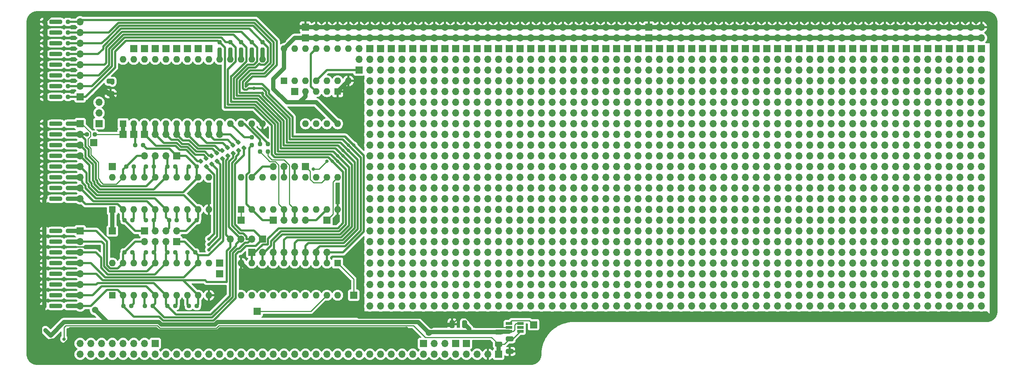
<source format=gbr>
%TF.GenerationSoftware,KiCad,Pcbnew,7.0.5*%
%TF.CreationDate,2024-08-12T05:07:02-04:00*%
%TF.ProjectId,smaller_card,736d616c-6c65-4725-9f63-6172642e6b69,rev?*%
%TF.SameCoordinates,Original*%
%TF.FileFunction,Copper,L1,Top*%
%TF.FilePolarity,Positive*%
%FSLAX46Y46*%
G04 Gerber Fmt 4.6, Leading zero omitted, Abs format (unit mm)*
G04 Created by KiCad (PCBNEW 7.0.5) date 2024-08-12 05:07:02*
%MOMM*%
%LPD*%
G01*
G04 APERTURE LIST*
G04 Aperture macros list*
%AMRoundRect*
0 Rectangle with rounded corners*
0 $1 Rounding radius*
0 $2 $3 $4 $5 $6 $7 $8 $9 X,Y pos of 4 corners*
0 Add a 4 corners polygon primitive as box body*
4,1,4,$2,$3,$4,$5,$6,$7,$8,$9,$2,$3,0*
0 Add four circle primitives for the rounded corners*
1,1,$1+$1,$2,$3*
1,1,$1+$1,$4,$5*
1,1,$1+$1,$6,$7*
1,1,$1+$1,$8,$9*
0 Add four rect primitives between the rounded corners*
20,1,$1+$1,$2,$3,$4,$5,0*
20,1,$1+$1,$4,$5,$6,$7,0*
20,1,$1+$1,$6,$7,$8,$9,0*
20,1,$1+$1,$8,$9,$2,$3,0*%
G04 Aperture macros list end*
%TA.AperFunction,ComponentPad*%
%ADD10R,1.700000X1.700000*%
%TD*%
%TA.AperFunction,SMDPad,CuDef*%
%ADD11RoundRect,0.250000X-0.650000X0.325000X-0.650000X-0.325000X0.650000X-0.325000X0.650000X0.325000X0*%
%TD*%
%TA.AperFunction,ComponentPad*%
%ADD12O,1.700000X1.700000*%
%TD*%
%TA.AperFunction,ComponentPad*%
%ADD13R,1.600000X1.600000*%
%TD*%
%TA.AperFunction,ComponentPad*%
%ADD14O,1.600000X1.600000*%
%TD*%
%TA.AperFunction,SMDPad,CuDef*%
%ADD15RoundRect,0.237500X0.237500X-0.250000X0.237500X0.250000X-0.237500X0.250000X-0.237500X-0.250000X0*%
%TD*%
%TA.AperFunction,SMDPad,CuDef*%
%ADD16RoundRect,0.237500X-0.237500X0.250000X-0.237500X-0.250000X0.237500X-0.250000X0.237500X0.250000X0*%
%TD*%
%TA.AperFunction,SMDPad,CuDef*%
%ADD17RoundRect,0.237500X0.250000X0.237500X-0.250000X0.237500X-0.250000X-0.237500X0.250000X-0.237500X0*%
%TD*%
%TA.AperFunction,SMDPad,CuDef*%
%ADD18RoundRect,0.237500X-0.250000X-0.237500X0.250000X-0.237500X0.250000X0.237500X-0.250000X0.237500X0*%
%TD*%
%TA.AperFunction,SMDPad,CuDef*%
%ADD19RoundRect,0.237500X-0.344715X0.008839X0.008839X-0.344715X0.344715X-0.008839X-0.008839X0.344715X0*%
%TD*%
%TA.AperFunction,SMDPad,CuDef*%
%ADD20RoundRect,0.237500X-0.287500X-0.237500X0.287500X-0.237500X0.287500X0.237500X-0.287500X0.237500X0*%
%TD*%
%TA.AperFunction,SMDPad,CuDef*%
%ADD21R,1.560000X0.650000*%
%TD*%
%TA.AperFunction,SMDPad,CuDef*%
%ADD22RoundRect,0.250000X0.625000X-0.312500X0.625000X0.312500X-0.625000X0.312500X-0.625000X-0.312500X0*%
%TD*%
%TA.AperFunction,SMDPad,CuDef*%
%ADD23RoundRect,0.250000X0.325000X0.650000X-0.325000X0.650000X-0.325000X-0.650000X0.325000X-0.650000X0*%
%TD*%
%TA.AperFunction,ViaPad*%
%ADD24C,0.800000*%
%TD*%
%TA.AperFunction,ViaPad*%
%ADD25C,1.500000*%
%TD*%
%TA.AperFunction,ViaPad*%
%ADD26C,5.000000*%
%TD*%
%TA.AperFunction,Conductor*%
%ADD27C,0.500000*%
%TD*%
%TA.AperFunction,Conductor*%
%ADD28C,0.250000*%
%TD*%
%TA.AperFunction,Conductor*%
%ADD29C,1.000000*%
%TD*%
%TA.AperFunction,Conductor*%
%ADD30C,0.350000*%
%TD*%
G04 APERTURE END LIST*
D10*
%TO.P,J29,1,Pin_1*%
%TO.N,/current_sense_output*%
X188595000Y-132715000D03*
%TD*%
D11*
%TO.P,C2,1*%
%TO.N,+5V*%
X88478740Y-75028701D03*
%TO.P,C2,2*%
%TO.N,GND*%
X88478740Y-77978701D03*
%TD*%
D10*
%TO.P,J12,1,Pin_1*%
%TO.N,Net-(J12-Pin_1)*%
X85725000Y-85090000D03*
D12*
%TO.P,J12,2,Pin_2*%
%TO.N,Net-(J12-Pin_2)*%
X85725000Y-82550000D03*
%TO.P,J12,3,Pin_3*%
%TO.N,Net-(J12-Pin_3)*%
X85725000Y-80010000D03*
%TD*%
D10*
%TO.P,J18,1,Pin_1*%
%TO.N,/reset_n*%
X84455000Y-89535000D03*
%TD*%
D13*
%TO.P,U5,1*%
%TO.N,/clk*%
X129540000Y-74930000D03*
D14*
%TO.P,U5,2*%
%TO.N,/clk_n*%
X132080000Y-74930000D03*
%TO.P,U5,3*%
X134620000Y-74930000D03*
%TO.P,U5,4*%
%TO.N,Net-(J13-Pin_1)*%
X137160000Y-74930000D03*
%TO.P,U5,5*%
%TO.N,unconnected-(U5-Pad5)*%
X139700000Y-74930000D03*
%TO.P,U5,6*%
%TO.N,unconnected-(U5-Pad6)*%
X142240000Y-74930000D03*
%TO.P,U5,7,GND*%
%TO.N,GND*%
X144780000Y-74930000D03*
%TO.P,U5,8*%
%TO.N,Net-(J13-Pin_3)*%
X144780000Y-67310000D03*
%TO.P,U5,9*%
%TO.N,Net-(U5-Pad10)*%
X142240000Y-67310000D03*
%TO.P,U5,10*%
X139700000Y-67310000D03*
%TO.P,U5,11*%
%TO.N,Net-(U8-Q)*%
X137160000Y-67310000D03*
%TO.P,U5,12*%
%TO.N,unconnected-(U5-Pad12)*%
X134620000Y-67310000D03*
%TO.P,U5,13*%
%TO.N,unconnected-(U5-Pad13)*%
X132080000Y-67310000D03*
%TO.P,U5,14,VCC*%
%TO.N,+5V*%
X129540000Y-67310000D03*
%TD*%
D10*
%TO.P,J42,1,Pin_1*%
%TO.N,+5V*%
X134620000Y-64770000D03*
D12*
%TO.P,J42,2,Pin_2*%
X137160000Y-64770000D03*
%TO.P,J42,3,Pin_3*%
X139700000Y-64770000D03*
%TO.P,J42,4,Pin_4*%
X142240000Y-64770000D03*
%TO.P,J42,5,Pin_5*%
X144780000Y-64770000D03*
%TO.P,J42,6,Pin_6*%
X147320000Y-64770000D03*
%TO.P,J42,7,Pin_7*%
X149860000Y-64770000D03*
%TO.P,J42,8,Pin_8*%
X152400000Y-64770000D03*
%TO.P,J42,9,Pin_9*%
X154940000Y-64770000D03*
%TO.P,J42,10,Pin_10*%
X157480000Y-64770000D03*
%TO.P,J42,11,Pin_11*%
X160020000Y-64770000D03*
%TO.P,J42,12,Pin_12*%
X162560000Y-64770000D03*
%TO.P,J42,13,Pin_13*%
X165100000Y-64770000D03*
%TO.P,J42,14,Pin_14*%
X167640000Y-64770000D03*
%TO.P,J42,15,Pin_15*%
X170180000Y-64770000D03*
%TO.P,J42,16,Pin_16*%
X172720000Y-64770000D03*
%TO.P,J42,17,Pin_17*%
X175260000Y-64770000D03*
%TO.P,J42,18,Pin_18*%
X177800000Y-64770000D03*
%TO.P,J42,19,Pin_19*%
X180340000Y-64770000D03*
%TO.P,J42,20,Pin_20*%
X182880000Y-64770000D03*
%TO.P,J42,21,Pin_21*%
X185420000Y-64770000D03*
%TO.P,J42,22,Pin_22*%
X187960000Y-64770000D03*
%TO.P,J42,23,Pin_23*%
X190500000Y-64770000D03*
%TO.P,J42,24,Pin_24*%
X193040000Y-64770000D03*
%TO.P,J42,25,Pin_25*%
X195580000Y-64770000D03*
%TO.P,J42,26,Pin_26*%
X198120000Y-64770000D03*
%TO.P,J42,27,Pin_27*%
X200660000Y-64770000D03*
%TO.P,J42,28,Pin_28*%
X203200000Y-64770000D03*
%TO.P,J42,29,Pin_29*%
X205740000Y-64770000D03*
%TO.P,J42,30,Pin_30*%
X208280000Y-64770000D03*
%TO.P,J42,31,Pin_31*%
X210820000Y-64770000D03*
%TO.P,J42,32,Pin_32*%
X213360000Y-64770000D03*
%TD*%
D10*
%TO.P,J41,1,Pin_1*%
%TO.N,GND*%
X134620000Y-62230000D03*
D12*
%TO.P,J41,2,Pin_2*%
X137160000Y-62230000D03*
%TO.P,J41,3,Pin_3*%
X139700000Y-62230000D03*
%TO.P,J41,4,Pin_4*%
X142240000Y-62230000D03*
%TO.P,J41,5,Pin_5*%
X144780000Y-62230000D03*
%TO.P,J41,6,Pin_6*%
X147320000Y-62230000D03*
%TO.P,J41,7,Pin_7*%
X149860000Y-62230000D03*
%TO.P,J41,8,Pin_8*%
X152400000Y-62230000D03*
%TO.P,J41,9,Pin_9*%
X154940000Y-62230000D03*
%TO.P,J41,10,Pin_10*%
X157480000Y-62230000D03*
%TO.P,J41,11,Pin_11*%
X160020000Y-62230000D03*
%TO.P,J41,12,Pin_12*%
X162560000Y-62230000D03*
%TO.P,J41,13,Pin_13*%
X165100000Y-62230000D03*
%TO.P,J41,14,Pin_14*%
X167640000Y-62230000D03*
%TO.P,J41,15,Pin_15*%
X170180000Y-62230000D03*
%TO.P,J41,16,Pin_16*%
X172720000Y-62230000D03*
%TO.P,J41,17,Pin_17*%
X175260000Y-62230000D03*
%TO.P,J41,18,Pin_18*%
X177800000Y-62230000D03*
%TO.P,J41,19,Pin_19*%
X180340000Y-62230000D03*
%TO.P,J41,20,Pin_20*%
X182880000Y-62230000D03*
%TO.P,J41,21,Pin_21*%
X185420000Y-62230000D03*
%TO.P,J41,22,Pin_22*%
X187960000Y-62230000D03*
%TO.P,J41,23,Pin_23*%
X190500000Y-62230000D03*
%TO.P,J41,24,Pin_24*%
X193040000Y-62230000D03*
%TO.P,J41,25,Pin_25*%
X195580000Y-62230000D03*
%TO.P,J41,26,Pin_26*%
X198120000Y-62230000D03*
%TO.P,J41,27,Pin_27*%
X200660000Y-62230000D03*
%TO.P,J41,28,Pin_28*%
X203200000Y-62230000D03*
%TO.P,J41,29,Pin_29*%
X205740000Y-62230000D03*
%TO.P,J41,30,Pin_30*%
X208280000Y-62230000D03*
%TO.P,J41,31,Pin_31*%
X210820000Y-62230000D03*
%TO.P,J41,32,Pin_32*%
X213360000Y-62230000D03*
%TD*%
D10*
%TO.P,J40,1,Pin_1*%
%TO.N,Net-(J40-Pin_1)*%
X88900000Y-110490000D03*
%TD*%
%TO.P,J39,1,Pin_1*%
%TO.N,Net-(J39-Pin_1)*%
X88900000Y-95250000D03*
%TD*%
%TO.P,J38,1,Pin_1*%
%TO.N,Net-(J38-Pin_1)*%
X114300000Y-120650000D03*
%TD*%
%TO.P,J37,1,Pin_1*%
%TO.N,Net-(J37-Pin_1)*%
X114300000Y-118110000D03*
%TD*%
%TO.P,J36,1,Pin_1*%
%TO.N,Net-(J36-Pin_1)*%
X119380000Y-107950000D03*
%TD*%
%TO.P,J35,1,Pin_1*%
%TO.N,Net-(J35-Pin_1)*%
X139700000Y-107950000D03*
%TD*%
%TO.P,J34,1,Pin_1*%
%TO.N,Net-(J34-Pin_1)*%
X123190000Y-129540000D03*
%TD*%
%TO.P,J33,1,Pin_1*%
%TO.N,Net-(J33-Pin_1)*%
X146050000Y-125730000D03*
%TD*%
%TO.P,J32,1,Pin_1*%
%TO.N,GND*%
X215900000Y-62230000D03*
D12*
%TO.P,J32,2,Pin_2*%
X218440000Y-62230000D03*
%TO.P,J32,3,Pin_3*%
X220980000Y-62230000D03*
%TO.P,J32,4,Pin_4*%
X223520000Y-62230000D03*
%TO.P,J32,5,Pin_5*%
X226060000Y-62230000D03*
%TO.P,J32,6,Pin_6*%
X228600000Y-62230000D03*
%TO.P,J32,7,Pin_7*%
X231140000Y-62230000D03*
%TO.P,J32,8,Pin_8*%
X233680000Y-62230000D03*
%TO.P,J32,9,Pin_9*%
X236220000Y-62230000D03*
%TO.P,J32,10,Pin_10*%
X238760000Y-62230000D03*
%TO.P,J32,11,Pin_11*%
X241300000Y-62230000D03*
%TO.P,J32,12,Pin_12*%
X243840000Y-62230000D03*
%TO.P,J32,13,Pin_13*%
X246380000Y-62230000D03*
%TO.P,J32,14,Pin_14*%
X248920000Y-62230000D03*
%TO.P,J32,15,Pin_15*%
X251460000Y-62230000D03*
%TO.P,J32,16,Pin_16*%
X254000000Y-62230000D03*
%TO.P,J32,17,Pin_17*%
X256540000Y-62230000D03*
%TO.P,J32,18,Pin_18*%
X259080000Y-62230000D03*
%TO.P,J32,19,Pin_19*%
X261620000Y-62230000D03*
%TO.P,J32,20,Pin_20*%
X264160000Y-62230000D03*
%TO.P,J32,21,Pin_21*%
X266700000Y-62230000D03*
%TO.P,J32,22,Pin_22*%
X269240000Y-62230000D03*
%TO.P,J32,23,Pin_23*%
X271780000Y-62230000D03*
%TO.P,J32,24,Pin_24*%
X274320000Y-62230000D03*
%TO.P,J32,25,Pin_25*%
X276860000Y-62230000D03*
%TO.P,J32,26,Pin_26*%
X279400000Y-62230000D03*
%TO.P,J32,27,Pin_27*%
X281940000Y-62230000D03*
%TO.P,J32,28,Pin_28*%
X284480000Y-62230000D03*
%TO.P,J32,29,Pin_29*%
X287020000Y-62230000D03*
%TO.P,J32,30,Pin_30*%
X289560000Y-62230000D03*
%TO.P,J32,31,Pin_31*%
X292100000Y-62230000D03*
%TO.P,J32,32,Pin_32*%
X294640000Y-62230000D03*
%TD*%
D10*
%TO.P,J31,1,Pin_1*%
%TO.N,+5V*%
X215900000Y-64770000D03*
D12*
%TO.P,J31,2,Pin_2*%
X218440000Y-64770000D03*
%TO.P,J31,3,Pin_3*%
X220980000Y-64770000D03*
%TO.P,J31,4,Pin_4*%
X223520000Y-64770000D03*
%TO.P,J31,5,Pin_5*%
X226060000Y-64770000D03*
%TO.P,J31,6,Pin_6*%
X228600000Y-64770000D03*
%TO.P,J31,7,Pin_7*%
X231140000Y-64770000D03*
%TO.P,J31,8,Pin_8*%
X233680000Y-64770000D03*
%TO.P,J31,9,Pin_9*%
X236220000Y-64770000D03*
%TO.P,J31,10,Pin_10*%
X238760000Y-64770000D03*
%TO.P,J31,11,Pin_11*%
X241300000Y-64770000D03*
%TO.P,J31,12,Pin_12*%
X243840000Y-64770000D03*
%TO.P,J31,13,Pin_13*%
X246380000Y-64770000D03*
%TO.P,J31,14,Pin_14*%
X248920000Y-64770000D03*
%TO.P,J31,15,Pin_15*%
X251460000Y-64770000D03*
%TO.P,J31,16,Pin_16*%
X254000000Y-64770000D03*
%TO.P,J31,17,Pin_17*%
X256540000Y-64770000D03*
%TO.P,J31,18,Pin_18*%
X259080000Y-64770000D03*
%TO.P,J31,19,Pin_19*%
X261620000Y-64770000D03*
%TO.P,J31,20,Pin_20*%
X264160000Y-64770000D03*
%TO.P,J31,21,Pin_21*%
X266700000Y-64770000D03*
%TO.P,J31,22,Pin_22*%
X269240000Y-64770000D03*
%TO.P,J31,23,Pin_23*%
X271780000Y-64770000D03*
%TO.P,J31,24,Pin_24*%
X274320000Y-64770000D03*
%TO.P,J31,25,Pin_25*%
X276860000Y-64770000D03*
%TO.P,J31,26,Pin_26*%
X279400000Y-64770000D03*
%TO.P,J31,27,Pin_27*%
X281940000Y-64770000D03*
%TO.P,J31,28,Pin_28*%
X284480000Y-64770000D03*
%TO.P,J31,29,Pin_29*%
X287020000Y-64770000D03*
%TO.P,J31,30,Pin_30*%
X289560000Y-64770000D03*
%TO.P,J31,31,Pin_31*%
X292100000Y-64770000D03*
%TO.P,J31,32,Pin_32*%
X294640000Y-64770000D03*
%TD*%
D10*
%TO.P,JCol1,1,Pin_1*%
%TO.N,N/C*%
X152400000Y-67315000D03*
D12*
%TO.P,JCol1,2,Pin_2*%
X152400000Y-69855000D03*
%TO.P,JCol1,3,Pin_3*%
X152400000Y-72395000D03*
%TO.P,JCol1,4,Pin_4*%
X152400000Y-74935000D03*
%TO.P,JCol1,5,Pin_5*%
X152400000Y-77475000D03*
%TO.P,JCol1,6,Pin_6*%
X152400000Y-80015000D03*
%TO.P,JCol1,7,Pin_7*%
X152400000Y-82555000D03*
%TO.P,JCol1,8,Pin_8*%
X152400000Y-85095000D03*
%TO.P,JCol1,9,Pin_9*%
X152400000Y-87635000D03*
%TO.P,JCol1,10,Pin_10*%
X152400000Y-90175000D03*
%TO.P,JCol1,11,Pin_11*%
X152400000Y-92715000D03*
%TO.P,JCol1,12,Pin_12*%
X152400000Y-95255000D03*
%TO.P,JCol1,13,Pin_13*%
X152400000Y-97795000D03*
%TO.P,JCol1,14,Pin_14*%
X152400000Y-100335000D03*
%TO.P,JCol1,15,Pin_15*%
X152400000Y-102875000D03*
%TO.P,JCol1,16,Pin_16*%
X152400000Y-105415000D03*
%TO.P,JCol1,17,Pin_17*%
X152400000Y-107955000D03*
%TO.P,JCol1,18,Pin_18*%
X152400000Y-110495000D03*
%TO.P,JCol1,19,Pin_19*%
X152400000Y-113035000D03*
%TO.P,JCol1,20,Pin_20*%
X152400000Y-115575000D03*
%TO.P,JCol1,21,Pin_21*%
X152400000Y-118115000D03*
%TO.P,JCol1,22,Pin_22*%
X152400000Y-120655000D03*
%TO.P,JCol1,23,Pin_23*%
X152400000Y-123195000D03*
%TO.P,JCol1,24,Pin_24*%
X152400000Y-125735000D03*
%TO.P,JCol1,25,Pin_25*%
X152400000Y-128275000D03*
%TD*%
D10*
%TO.P,CONNECTIONS1,1,Pin_1*%
%TO.N,/clk_post_buf_post_mux*%
X149860000Y-67310000D03*
D12*
%TO.P,CONNECTIONS1,2,Pin_2*%
X149860000Y-69850000D03*
%TO.P,CONNECTIONS1,3,Pin_3*%
X149860000Y-72390000D03*
%TO.P,CONNECTIONS1,4,Pin_4*%
%TO.N,unconnected-(CONNECTIONS1-Pin_4-Pad4)*%
X149860000Y-74930000D03*
%TO.P,CONNECTIONS1,5,Pin_5*%
%TO.N,unconnected-(CONNECTIONS1-Pin_5-Pad5)*%
X149860000Y-77470000D03*
%TO.P,CONNECTIONS1,6,Pin_6*%
%TO.N,unconnected-(CONNECTIONS1-Pin_6-Pad6)*%
X149860000Y-80010000D03*
%TO.P,CONNECTIONS1,7,Pin_7*%
%TO.N,unconnected-(CONNECTIONS1-Pin_7-Pad7)*%
X149860000Y-82550000D03*
%TO.P,CONNECTIONS1,8,Pin_8*%
%TO.N,unconnected-(CONNECTIONS1-Pin_8-Pad8)*%
X149860000Y-85090000D03*
%TO.P,CONNECTIONS1,9,Pin_9*%
%TO.N,/Card_Data_Out_0*%
X149860000Y-87630000D03*
%TO.P,CONNECTIONS1,10,Pin_10*%
%TO.N,/Card_Data_Out_1*%
X149860000Y-90170000D03*
%TO.P,CONNECTIONS1,11,Pin_11*%
%TO.N,/Card_Data_Out_2*%
X149860000Y-92710000D03*
%TO.P,CONNECTIONS1,12,Pin_12*%
%TO.N,/Card_Data_Out_3*%
X149860000Y-95250000D03*
%TO.P,CONNECTIONS1,13,Pin_13*%
%TO.N,/Card_Data_Out_4*%
X149860000Y-97790000D03*
%TO.P,CONNECTIONS1,14,Pin_14*%
%TO.N,/Card_Data_Out_5*%
X149860000Y-100330000D03*
%TO.P,CONNECTIONS1,15,Pin_15*%
%TO.N,/Card_Data_Out_6*%
X149860000Y-102870000D03*
%TO.P,CONNECTIONS1,16,Pin_16*%
%TO.N,/Card_Data_Out_7*%
X149860000Y-105410000D03*
%TO.P,CONNECTIONS1,17,Pin_17*%
%TO.N,unconnected-(CONNECTIONS1-Pin_17-Pad17)*%
X149860000Y-107950000D03*
%TO.P,CONNECTIONS1,18,Pin_18*%
%TO.N,unconnected-(CONNECTIONS1-Pin_18-Pad18)*%
X149860000Y-110490000D03*
%TO.P,CONNECTIONS1,19,Pin_19*%
%TO.N,unconnected-(CONNECTIONS1-Pin_19-Pad19)*%
X149860000Y-113030000D03*
%TO.P,CONNECTIONS1,20,Pin_20*%
%TO.N,unconnected-(CONNECTIONS1-Pin_20-Pad20)*%
X149860000Y-115570000D03*
%TO.P,CONNECTIONS1,21,Pin_21*%
%TO.N,unconnected-(CONNECTIONS1-Pin_21-Pad21)*%
X149860000Y-118110000D03*
%TO.P,CONNECTIONS1,22,Pin_22*%
%TO.N,unconnected-(CONNECTIONS1-Pin_22-Pad22)*%
X149860000Y-120650000D03*
%TO.P,CONNECTIONS1,23,Pin_23*%
%TO.N,unconnected-(CONNECTIONS1-Pin_23-Pad23)*%
X149860000Y-123190000D03*
%TO.P,CONNECTIONS1,24,Pin_24*%
%TO.N,unconnected-(CONNECTIONS1-Pin_24-Pad24)*%
X149860000Y-125730000D03*
%TO.P,CONNECTIONS1,25,Pin_25*%
%TO.N,unconnected-(CONNECTIONS1-Pin_25-Pad25)*%
X149860000Y-128270000D03*
%TD*%
D10*
%TO.P,3V3,1,Pin_1*%
%TO.N,+3V3*%
X170180000Y-137160000D03*
%TD*%
%TO.P,RST,1,Pin_1*%
%TO.N,/reset_n*%
X172720000Y-137160000D03*
%TD*%
%TO.P,J28,1,Pin_1*%
%TO.N,/clk*%
X132080000Y-77470000D03*
%TD*%
D15*
%TO.P,r81,1*%
%TO.N,/Card_Data_In_2*%
X125730000Y-91717500D03*
%TO.P,r81,2*%
%TO.N,Net-(U4-D2)*%
X125730000Y-89892500D03*
%TD*%
%TO.P,r80,1*%
%TO.N,/Card_Data_In_1*%
X123825000Y-91717500D03*
%TO.P,r80,2*%
%TO.N,Net-(U4-D1)*%
X123825000Y-89892500D03*
%TD*%
%TO.P,r79,2*%
%TO.N,Net-(U4-D0)*%
X121920000Y-88345000D03*
%TO.P,r79,1*%
%TO.N,/Card_Data_In_0*%
X121920000Y-90170000D03*
%TD*%
D10*
%TO.P,J27,1,Pin_1*%
%TO.N,Net-(J27-Pin_1)*%
X111760000Y-67310000D03*
%TD*%
%TO.P,J26,1,Pin_1*%
%TO.N,Net-(J26-Pin_1)*%
X106680000Y-67310000D03*
%TD*%
%TO.P,J16,1,Pin_1*%
%TO.N,Net-(J16-Pin_1)*%
X93980000Y-67310000D03*
%TD*%
%TO.P,J25,1,Pin_1*%
%TO.N,Net-(J25-Pin_1)*%
X91440000Y-87630000D03*
%TD*%
%TO.P,J24,1,Pin_1*%
%TO.N,Net-(J24-Pin_1)*%
X96520000Y-67310000D03*
%TD*%
%TO.P,J23,1,Pin_1*%
%TO.N,Net-(J23-Pin_1)*%
X93980000Y-87630000D03*
%TD*%
%TO.P,J22,1,Pin_1*%
%TO.N,Net-(J22-Pin_1)*%
X104140000Y-67310000D03*
%TD*%
%TO.P,J21,1,Pin_1*%
%TO.N,Net-(J21-Pin_1)*%
X109220000Y-67310000D03*
%TD*%
%TO.P,J20,1,Pin_1*%
%TO.N,Net-(J20-Pin_1)*%
X101600000Y-67310000D03*
%TD*%
%TO.P,J19,1,Pin_1*%
%TO.N,Net-(J19-Pin_1)*%
X99060000Y-67310000D03*
%TD*%
%TO.P,J17,1,Pin_1*%
%TO.N,Net-(J17-Pin_1)*%
X96520000Y-87630000D03*
D12*
%TO.P,J17,2,Pin_2*%
%TO.N,Net-(J17-Pin_2)*%
X99060000Y-87630000D03*
%TO.P,J17,3,Pin_3*%
%TO.N,Net-(J17-Pin_3)*%
X101600000Y-87630000D03*
%TO.P,J17,4,Pin_4*%
%TO.N,Net-(J17-Pin_4)*%
X104140000Y-87630000D03*
%TO.P,J17,5,Pin_5*%
%TO.N,Net-(J17-Pin_5)*%
X106680000Y-87630000D03*
%TO.P,J17,6,Pin_6*%
%TO.N,Net-(J17-Pin_6)*%
X109220000Y-87630000D03*
%TO.P,J17,7,Pin_7*%
%TO.N,Net-(J17-Pin_7)*%
X111760000Y-87630000D03*
%TO.P,J17,8,Pin_8*%
%TO.N,Net-(J17-Pin_8)*%
X114300000Y-87630000D03*
%TD*%
D13*
%TO.P,U4,1,A14*%
%TO.N,Net-(J25-Pin_1)*%
X91440000Y-85090000D03*
D14*
%TO.P,U4,2,A12*%
%TO.N,Net-(J23-Pin_1)*%
X93980000Y-85090000D03*
%TO.P,U4,3,A7*%
%TO.N,Net-(J17-Pin_1)*%
X96520000Y-85090000D03*
%TO.P,U4,4,A6*%
%TO.N,Net-(J17-Pin_2)*%
X99060000Y-85090000D03*
%TO.P,U4,5,A5*%
%TO.N,Net-(J17-Pin_3)*%
X101600000Y-85090000D03*
%TO.P,U4,6,A4*%
%TO.N,Net-(J17-Pin_4)*%
X104140000Y-85090000D03*
%TO.P,U4,7,A3*%
%TO.N,Net-(J17-Pin_5)*%
X106680000Y-85090000D03*
%TO.P,U4,8,A2*%
%TO.N,Net-(J17-Pin_6)*%
X109220000Y-85090000D03*
%TO.P,U4,9,A1*%
%TO.N,Net-(J17-Pin_7)*%
X111760000Y-85090000D03*
%TO.P,U4,10,A0*%
%TO.N,Net-(J17-Pin_8)*%
X114300000Y-85090000D03*
%TO.P,U4,11,D0*%
%TO.N,Net-(U4-D0)*%
X116840000Y-85090000D03*
%TO.P,U4,12,D1*%
%TO.N,Net-(U4-D1)*%
X119380000Y-85090000D03*
%TO.P,U4,13,D2*%
%TO.N,Net-(U4-D2)*%
X121920000Y-85090000D03*
%TO.P,U4,14,GND*%
%TO.N,GND*%
X124460000Y-85090000D03*
%TO.P,U4,15,D3*%
%TO.N,Net-(U4-D3)*%
X124460000Y-69850000D03*
%TO.P,U4,16,D4*%
%TO.N,Net-(U4-D4)*%
X121920000Y-69850000D03*
%TO.P,U4,17,D5*%
%TO.N,Net-(U4-D5)*%
X119380000Y-69850000D03*
%TO.P,U4,18,D6*%
%TO.N,Net-(U4-D6)*%
X116840000Y-69850000D03*
%TO.P,U4,19,D7*%
%TO.N,Net-(U4-D7)*%
X114300000Y-69850000D03*
%TO.P,U4,20,~{CS}*%
%TO.N,Net-(J27-Pin_1)*%
X111760000Y-69850000D03*
%TO.P,U4,21,A10*%
%TO.N,Net-(J21-Pin_1)*%
X109220000Y-69850000D03*
%TO.P,U4,22,~{OE}*%
%TO.N,Net-(J26-Pin_1)*%
X106680000Y-69850000D03*
%TO.P,U4,23,A11*%
%TO.N,Net-(J22-Pin_1)*%
X104140000Y-69850000D03*
%TO.P,U4,24,A9*%
%TO.N,Net-(J20-Pin_1)*%
X101600000Y-69850000D03*
%TO.P,U4,25,A8*%
%TO.N,Net-(J19-Pin_1)*%
X99060000Y-69850000D03*
%TO.P,U4,26,A13*%
%TO.N,Net-(J24-Pin_1)*%
X96520000Y-69850000D03*
%TO.P,U4,27,~{WE}*%
%TO.N,Net-(J16-Pin_1)*%
X93980000Y-69850000D03*
%TO.P,U4,28,VCC*%
%TO.N,+5V*%
X91440000Y-69850000D03*
%TD*%
D16*
%TO.P,r78,2*%
%TO.N,Net-(U4-D7)*%
X114300000Y-67587500D03*
%TO.P,r78,1*%
%TO.N,/Card_Data_Out_7*%
X114300000Y-65762500D03*
%TD*%
%TO.P,r77,1*%
%TO.N,/Card_Data_Out_6*%
X116840000Y-65762500D03*
%TO.P,r77,2*%
%TO.N,Net-(U4-D6)*%
X116840000Y-67587500D03*
%TD*%
%TO.P,r76,1*%
%TO.N,/Card_Data_Out_5*%
X119380000Y-65762500D03*
%TO.P,r76,2*%
%TO.N,Net-(U4-D5)*%
X119380000Y-67587500D03*
%TD*%
%TO.P,r75,1*%
%TO.N,/Card_Data_Out_4*%
X121920000Y-65762500D03*
%TO.P,r75,2*%
%TO.N,Net-(U4-D4)*%
X121920000Y-67587500D03*
%TD*%
%TO.P,r74,1*%
%TO.N,/Card_Data_Out_3*%
X124460000Y-65762500D03*
%TO.P,r74,2*%
%TO.N,Net-(U4-D3)*%
X124460000Y-67587500D03*
%TD*%
D17*
%TO.P,r70,1*%
%TO.N,Net-(J25-Pin_1)*%
X84732500Y-87630000D03*
%TO.P,r70,2*%
%TO.N,/Card_Addr_14*%
X82907500Y-87630000D03*
%TD*%
D18*
%TO.P,r68,1*%
%TO.N,Net-(J23-Pin_1)*%
X94337500Y-90170000D03*
%TO.P,r68,2*%
%TO.N,/Card_Addr_12*%
X96162500Y-90170000D03*
%TD*%
D19*
%TO.P,r63,1*%
%TO.N,Net-(J17-Pin_1)*%
X109844765Y-93969765D03*
%TO.P,r63,2*%
%TO.N,/Card_Addr_7*%
X111135235Y-95260235D03*
%TD*%
%TO.P,r62,1*%
%TO.N,Net-(J17-Pin_2)*%
X111114765Y-93334765D03*
%TO.P,r62,2*%
%TO.N,/Card_Addr_6*%
X112405235Y-94625235D03*
%TD*%
%TO.P,r61,2*%
%TO.N,/Card_Addr_5*%
X113675235Y-93990235D03*
%TO.P,r61,1*%
%TO.N,Net-(J17-Pin_3)*%
X112384765Y-92699765D03*
%TD*%
%TO.P,r60,1*%
%TO.N,Net-(J17-Pin_4)*%
X113654765Y-92064765D03*
%TO.P,r60,2*%
%TO.N,/Card_Addr_4*%
X114945235Y-93355235D03*
%TD*%
%TO.P,r59,1*%
%TO.N,Net-(J17-Pin_5)*%
X114924765Y-91429765D03*
%TO.P,r59,2*%
%TO.N,/Card_Addr_3*%
X116215235Y-92720235D03*
%TD*%
%TO.P,r58,1*%
%TO.N,Net-(J17-Pin_6)*%
X116194765Y-90794765D03*
%TO.P,r58,2*%
%TO.N,/Card_Addr_2*%
X117485235Y-92085235D03*
%TD*%
%TO.P,r57,1*%
%TO.N,Net-(J17-Pin_7)*%
X117464765Y-90159765D03*
%TO.P,r57,2*%
%TO.N,/Card_Addr_1*%
X118755235Y-91450235D03*
%TD*%
%TO.P,r56,1*%
%TO.N,Net-(J17-Pin_8)*%
X118734765Y-89524765D03*
%TO.P,r56,2*%
%TO.N,/Card_Addr_0*%
X120025235Y-90815235D03*
%TD*%
D10*
%TO.P,J15,1,Pin_1*%
%TO.N,/Card_Data_Out_7*%
X81280000Y-78740000D03*
D12*
%TO.P,J15,2,Pin_2*%
%TO.N,/Card_Data_Out_6*%
X81280000Y-76200000D03*
%TO.P,J15,3,Pin_3*%
%TO.N,/Card_Data_Out_5*%
X81280000Y-73660000D03*
%TO.P,J15,4,Pin_4*%
%TO.N,/Card_Data_Out_4*%
X81280000Y-71120000D03*
%TO.P,J15,5,Pin_5*%
%TO.N,/Card_Data_Out_3*%
X81280000Y-68580000D03*
%TO.P,J15,6,Pin_6*%
%TO.N,/Card_Data_Out_2*%
X81280000Y-66040000D03*
%TO.P,J15,7,Pin_7*%
%TO.N,/Card_Data_Out_1*%
X81280000Y-63500000D03*
%TO.P,J15,8,Pin_8*%
%TO.N,/Card_Data_Out_0*%
X81280000Y-60960000D03*
%TD*%
D10*
%TO.P,J14,1,Pin_1*%
%TO.N,Net-(J1-Pin_8)*%
X162560000Y-137160000D03*
D12*
%TO.P,J14,2,Pin_2*%
%TO.N,Net-(J1-Pin_7)*%
X165100000Y-137160000D03*
%TO.P,J14,3,Pin_3*%
%TO.N,Net-(J1-Pin_6)*%
X167640000Y-137160000D03*
%TD*%
D10*
%TO.P,J13,1,Pin_1*%
%TO.N,Net-(J13-Pin_1)*%
X147320000Y-72390000D03*
D12*
%TO.P,J13,2,Pin_2*%
%TO.N,/clk_post_buf_post_mux*%
X147320000Y-69850000D03*
%TO.P,J13,3,Pin_3*%
%TO.N,Net-(J13-Pin_3)*%
X147320000Y-67310000D03*
%TD*%
%TO.P,J11,4,Pin_4*%
%TO.N,/Card_Addr_15*%
X96520000Y-92710000D03*
%TO.P,J11,3,Pin_3*%
%TO.N,/Card_Addr_14*%
X99060000Y-92710000D03*
%TO.P,J11,2,Pin_2*%
%TO.N,/Card_Addr_13*%
X101600000Y-92710000D03*
D10*
%TO.P,J11,1,Pin_1*%
%TO.N,/Card_Addr_12*%
X104140000Y-92710000D03*
%TD*%
%TO.P,J10,1,Pin_1*%
%TO.N,/Card_Addr_8*%
X96530000Y-110490000D03*
D12*
%TO.P,J10,2,Pin_2*%
%TO.N,/Card_Addr_9*%
X99070000Y-110490000D03*
%TO.P,J10,3,Pin_3*%
%TO.N,/Card_Addr_10*%
X101610000Y-110490000D03*
%TO.P,J10,4,Pin_4*%
%TO.N,/Card_Addr_11*%
X104150000Y-110490000D03*
%TD*%
D10*
%TO.P,J9,1,Pin_1*%
%TO.N,/Card_Addr_4*%
X104140000Y-113030000D03*
D12*
%TO.P,J9,2,Pin_2*%
%TO.N,/Card_Addr_5*%
X101600000Y-113030000D03*
%TO.P,J9,3,Pin_3*%
%TO.N,/Card_Addr_6*%
X99060000Y-113030000D03*
%TO.P,J9,4,Pin_4*%
%TO.N,/Card_Addr_7*%
X96520000Y-113030000D03*
%TD*%
D10*
%TO.P,J8,1,Pin_1*%
%TO.N,/Card_Addr_0*%
X124460000Y-112395000D03*
D12*
%TO.P,J8,2,Pin_2*%
%TO.N,/Card_Addr_1*%
X121920000Y-112395000D03*
%TO.P,J8,3,Pin_3*%
%TO.N,/Card_Addr_2*%
X119380000Y-112395000D03*
%TO.P,J8,4,Pin_4*%
%TO.N,/Card_Addr_3*%
X116840000Y-112395000D03*
%TD*%
D10*
%TO.P,J7,1,Pin_1*%
%TO.N,/Card_Data_In_4*%
X134610000Y-95250000D03*
D12*
%TO.P,J7,2,Pin_2*%
%TO.N,/Card_Data_In_5*%
X132070000Y-95250000D03*
%TO.P,J7,3,Pin_3*%
%TO.N,/Card_Data_In_6*%
X129530000Y-95250000D03*
%TO.P,J7,4,Pin_4*%
%TO.N,/Card_Data_In_7*%
X126990000Y-95250000D03*
%TD*%
D10*
%TO.P,J6,1,Pin_1*%
%TO.N,/Card_Data_In_0*%
X127010000Y-107950000D03*
D12*
%TO.P,J6,2,Pin_2*%
%TO.N,/Card_Data_In_1*%
X129550000Y-107950000D03*
%TO.P,J6,3,Pin_3*%
%TO.N,/Card_Data_In_2*%
X132090000Y-107950000D03*
%TO.P,J6,4,Pin_4*%
%TO.N,/Card_Data_In_3*%
X134630000Y-107950000D03*
%TD*%
%TO.P,J5,8,Pin_8*%
%TO.N,/Card_Data_Out_0*%
X139700000Y-115570000D03*
%TO.P,J5,7,Pin_7*%
%TO.N,/Card_Data_Out_1*%
X137160000Y-115570000D03*
%TO.P,J5,6,Pin_6*%
%TO.N,/Card_Data_Out_2*%
X134620000Y-115570000D03*
%TO.P,J5,5,Pin_5*%
%TO.N,/Card_Data_Out_3*%
X132080000Y-115570000D03*
%TO.P,J5,4,Pin_4*%
%TO.N,/Card_Data_Out_4*%
X129540000Y-115570000D03*
%TO.P,J5,3,Pin_3*%
%TO.N,/Card_Data_Out_5*%
X127000000Y-115570000D03*
%TO.P,J5,2,Pin_2*%
%TO.N,/Card_Data_Out_6*%
X124460000Y-115570000D03*
D10*
%TO.P,J5,1,Pin_1*%
%TO.N,/Card_Data_Out_7*%
X121920000Y-115570000D03*
%TD*%
%TO.P,JCol3,1,Pin_1*%
%TO.N,unconnected-(JCol3-Pin_1-Pad1)*%
X160020000Y-67295000D03*
D12*
%TO.P,JCol3,2,Pin_2*%
%TO.N,unconnected-(JCol3-Pin_2-Pad2)*%
X160020000Y-69835000D03*
%TO.P,JCol3,3,Pin_3*%
%TO.N,unconnected-(JCol3-Pin_3-Pad3)*%
X160020000Y-72375000D03*
%TO.P,JCol3,4,Pin_4*%
%TO.N,unconnected-(JCol3-Pin_4-Pad4)*%
X160020000Y-74915000D03*
%TO.P,JCol3,5,Pin_5*%
%TO.N,unconnected-(JCol3-Pin_5-Pad5)*%
X160020000Y-77455000D03*
%TO.P,JCol3,6,Pin_6*%
%TO.N,unconnected-(JCol3-Pin_6-Pad6)*%
X160020000Y-79995000D03*
%TO.P,JCol3,7,Pin_7*%
%TO.N,unconnected-(JCol3-Pin_7-Pad7)*%
X160020000Y-82535000D03*
%TO.P,JCol3,8,Pin_8*%
%TO.N,unconnected-(JCol3-Pin_8-Pad8)*%
X160020000Y-85075000D03*
%TO.P,JCol3,9,Pin_9*%
%TO.N,unconnected-(JCol3-Pin_9-Pad9)*%
X160020000Y-87615000D03*
%TO.P,JCol3,10,Pin_10*%
%TO.N,unconnected-(JCol3-Pin_10-Pad10)*%
X160020000Y-90155000D03*
%TO.P,JCol3,11,Pin_11*%
%TO.N,unconnected-(JCol3-Pin_11-Pad11)*%
X160020000Y-92695000D03*
%TO.P,JCol3,12,Pin_12*%
%TO.N,unconnected-(JCol3-Pin_12-Pad12)*%
X160020000Y-95235000D03*
%TO.P,JCol3,13,Pin_13*%
%TO.N,unconnected-(JCol3-Pin_13-Pad13)*%
X160020000Y-97775000D03*
%TO.P,JCol3,14,Pin_14*%
%TO.N,unconnected-(JCol3-Pin_14-Pad14)*%
X160020000Y-100315000D03*
%TO.P,JCol3,15,Pin_15*%
%TO.N,unconnected-(JCol3-Pin_15-Pad15)*%
X160020000Y-102855000D03*
%TO.P,JCol3,16,Pin_16*%
%TO.N,unconnected-(JCol3-Pin_16-Pad16)*%
X160020000Y-105395000D03*
%TO.P,JCol3,17,Pin_17*%
%TO.N,unconnected-(JCol3-Pin_17-Pad17)*%
X160020000Y-107935000D03*
%TO.P,JCol3,18,Pin_18*%
%TO.N,unconnected-(JCol3-Pin_18-Pad18)*%
X160020000Y-110475000D03*
%TO.P,JCol3,19,Pin_19*%
%TO.N,unconnected-(JCol3-Pin_19-Pad19)*%
X160020000Y-113015000D03*
%TO.P,JCol3,20,Pin_20*%
%TO.N,unconnected-(JCol3-Pin_20-Pad20)*%
X160020000Y-115555000D03*
%TO.P,JCol3,21,Pin_21*%
%TO.N,unconnected-(JCol3-Pin_21-Pad21)*%
X160020000Y-118095000D03*
%TO.P,JCol3,22,Pin_22*%
%TO.N,unconnected-(JCol3-Pin_22-Pad22)*%
X160020000Y-120635000D03*
%TO.P,JCol3,23,Pin_23*%
%TO.N,unconnected-(JCol3-Pin_23-Pad23)*%
X160020000Y-123175000D03*
%TO.P,JCol3,24,Pin_24*%
%TO.N,unconnected-(JCol3-Pin_24-Pad24)*%
X160020000Y-125715000D03*
%TO.P,JCol3,25,Pin_25*%
%TO.N,unconnected-(JCol3-Pin_25-Pad25)*%
X160020000Y-128255000D03*
%TD*%
D10*
%TO.P,JCol2,1,Pin_1*%
%TO.N,unconnected-(JCol2-Pin_1-Pad1)*%
X157480000Y-67295000D03*
D12*
%TO.P,JCol2,2,Pin_2*%
%TO.N,unconnected-(JCol2-Pin_2-Pad2)*%
X157480000Y-69835000D03*
%TO.P,JCol2,3,Pin_3*%
%TO.N,unconnected-(JCol2-Pin_3-Pad3)*%
X157480000Y-72375000D03*
%TO.P,JCol2,4,Pin_4*%
%TO.N,unconnected-(JCol2-Pin_4-Pad4)*%
X157480000Y-74915000D03*
%TO.P,JCol2,5,Pin_5*%
%TO.N,unconnected-(JCol2-Pin_5-Pad5)*%
X157480000Y-77455000D03*
%TO.P,JCol2,6,Pin_6*%
%TO.N,unconnected-(JCol2-Pin_6-Pad6)*%
X157480000Y-79995000D03*
%TO.P,JCol2,7,Pin_7*%
%TO.N,unconnected-(JCol2-Pin_7-Pad7)*%
X157480000Y-82535000D03*
%TO.P,JCol2,8,Pin_8*%
%TO.N,unconnected-(JCol2-Pin_8-Pad8)*%
X157480000Y-85075000D03*
%TO.P,JCol2,9,Pin_9*%
%TO.N,unconnected-(JCol2-Pin_9-Pad9)*%
X157480000Y-87615000D03*
%TO.P,JCol2,10,Pin_10*%
%TO.N,unconnected-(JCol2-Pin_10-Pad10)*%
X157480000Y-90155000D03*
%TO.P,JCol2,11,Pin_11*%
%TO.N,unconnected-(JCol2-Pin_11-Pad11)*%
X157480000Y-92695000D03*
%TO.P,JCol2,12,Pin_12*%
%TO.N,unconnected-(JCol2-Pin_12-Pad12)*%
X157480000Y-95235000D03*
%TO.P,JCol2,13,Pin_13*%
%TO.N,unconnected-(JCol2-Pin_13-Pad13)*%
X157480000Y-97775000D03*
%TO.P,JCol2,14,Pin_14*%
%TO.N,unconnected-(JCol2-Pin_14-Pad14)*%
X157480000Y-100315000D03*
%TO.P,JCol2,15,Pin_15*%
%TO.N,unconnected-(JCol2-Pin_15-Pad15)*%
X157480000Y-102855000D03*
%TO.P,JCol2,16,Pin_16*%
%TO.N,unconnected-(JCol2-Pin_16-Pad16)*%
X157480000Y-105395000D03*
%TO.P,JCol2,17,Pin_17*%
%TO.N,unconnected-(JCol2-Pin_17-Pad17)*%
X157480000Y-107935000D03*
%TO.P,JCol2,18,Pin_18*%
%TO.N,unconnected-(JCol2-Pin_18-Pad18)*%
X157480000Y-110475000D03*
%TO.P,JCol2,19,Pin_19*%
%TO.N,unconnected-(JCol2-Pin_19-Pad19)*%
X157480000Y-113015000D03*
%TO.P,JCol2,20,Pin_20*%
%TO.N,unconnected-(JCol2-Pin_20-Pad20)*%
X157480000Y-115555000D03*
%TO.P,JCol2,21,Pin_21*%
%TO.N,unconnected-(JCol2-Pin_21-Pad21)*%
X157480000Y-118095000D03*
%TO.P,JCol2,22,Pin_22*%
%TO.N,unconnected-(JCol2-Pin_22-Pad22)*%
X157480000Y-120635000D03*
%TO.P,JCol2,23,Pin_23*%
%TO.N,unconnected-(JCol2-Pin_23-Pad23)*%
X157480000Y-123175000D03*
%TO.P,JCol2,24,Pin_24*%
%TO.N,unconnected-(JCol2-Pin_24-Pad24)*%
X157480000Y-125715000D03*
%TO.P,JCol2,25,Pin_25*%
%TO.N,unconnected-(JCol2-Pin_25-Pad25)*%
X157480000Y-128255000D03*
%TD*%
D10*
%TO.P,JCol1,1,Pin_1*%
%TO.N,unconnected-(JCol1-Pin_1-Pad1)*%
X154940000Y-67295000D03*
D12*
%TO.P,JCol1,2,Pin_2*%
%TO.N,unconnected-(JCol1-Pin_2-Pad2)*%
X154940000Y-69835000D03*
%TO.P,JCol1,3,Pin_3*%
%TO.N,unconnected-(JCol1-Pin_3-Pad3)*%
X154940000Y-72375000D03*
%TO.P,JCol1,4,Pin_4*%
%TO.N,unconnected-(JCol1-Pin_4-Pad4)*%
X154940000Y-74915000D03*
%TO.P,JCol1,5,Pin_5*%
%TO.N,unconnected-(JCol1-Pin_5-Pad5)*%
X154940000Y-77455000D03*
%TO.P,JCol1,6,Pin_6*%
%TO.N,unconnected-(JCol1-Pin_6-Pad6)*%
X154940000Y-79995000D03*
%TO.P,JCol1,7,Pin_7*%
%TO.N,unconnected-(JCol1-Pin_7-Pad7)*%
X154940000Y-82535000D03*
%TO.P,JCol1,8,Pin_8*%
%TO.N,unconnected-(JCol1-Pin_8-Pad8)*%
X154940000Y-85075000D03*
%TO.P,JCol1,9,Pin_9*%
%TO.N,unconnected-(JCol1-Pin_9-Pad9)*%
X154940000Y-87615000D03*
%TO.P,JCol1,10,Pin_10*%
%TO.N,unconnected-(JCol1-Pin_10-Pad10)*%
X154940000Y-90155000D03*
%TO.P,JCol1,11,Pin_11*%
%TO.N,unconnected-(JCol1-Pin_11-Pad11)*%
X154940000Y-92695000D03*
%TO.P,JCol1,12,Pin_12*%
%TO.N,unconnected-(JCol1-Pin_12-Pad12)*%
X154940000Y-95235000D03*
%TO.P,JCol1,13,Pin_13*%
%TO.N,unconnected-(JCol1-Pin_13-Pad13)*%
X154940000Y-97775000D03*
%TO.P,JCol1,14,Pin_14*%
%TO.N,unconnected-(JCol1-Pin_14-Pad14)*%
X154940000Y-100315000D03*
%TO.P,JCol1,15,Pin_15*%
%TO.N,unconnected-(JCol1-Pin_15-Pad15)*%
X154940000Y-102855000D03*
%TO.P,JCol1,16,Pin_16*%
%TO.N,unconnected-(JCol1-Pin_16-Pad16)*%
X154940000Y-105395000D03*
%TO.P,JCol1,17,Pin_17*%
%TO.N,unconnected-(JCol1-Pin_17-Pad17)*%
X154940000Y-107935000D03*
%TO.P,JCol1,18,Pin_18*%
%TO.N,unconnected-(JCol1-Pin_18-Pad18)*%
X154940000Y-110475000D03*
%TO.P,JCol1,19,Pin_19*%
%TO.N,unconnected-(JCol1-Pin_19-Pad19)*%
X154940000Y-113015000D03*
%TO.P,JCol1,20,Pin_20*%
%TO.N,unconnected-(JCol1-Pin_20-Pad20)*%
X154940000Y-115555000D03*
%TO.P,JCol1,21,Pin_21*%
%TO.N,unconnected-(JCol1-Pin_21-Pad21)*%
X154940000Y-118095000D03*
%TO.P,JCol1,22,Pin_22*%
%TO.N,unconnected-(JCol1-Pin_22-Pad22)*%
X154940000Y-120635000D03*
%TO.P,JCol1,23,Pin_23*%
%TO.N,unconnected-(JCol1-Pin_23-Pad23)*%
X154940000Y-123175000D03*
%TO.P,JCol1,24,Pin_24*%
%TO.N,unconnected-(JCol1-Pin_24-Pad24)*%
X154940000Y-125715000D03*
%TO.P,JCol1,25,Pin_25*%
%TO.N,unconnected-(JCol1-Pin_25-Pad25)*%
X154940000Y-128255000D03*
%TD*%
D10*
%TO.P,JCol3,1,Pin_1*%
%TO.N,unconnected-(JCol3-Pin_1-Pad1)*%
X167640000Y-67300000D03*
D12*
%TO.P,JCol3,2,Pin_2*%
%TO.N,unconnected-(JCol3-Pin_2-Pad2)*%
X167640000Y-69840000D03*
%TO.P,JCol3,3,Pin_3*%
%TO.N,unconnected-(JCol3-Pin_3-Pad3)*%
X167640000Y-72380000D03*
%TO.P,JCol3,4,Pin_4*%
%TO.N,unconnected-(JCol3-Pin_4-Pad4)*%
X167640000Y-74920000D03*
%TO.P,JCol3,5,Pin_5*%
%TO.N,unconnected-(JCol3-Pin_5-Pad5)*%
X167640000Y-77460000D03*
%TO.P,JCol3,6,Pin_6*%
%TO.N,unconnected-(JCol3-Pin_6-Pad6)*%
X167640000Y-80000000D03*
%TO.P,JCol3,7,Pin_7*%
%TO.N,unconnected-(JCol3-Pin_7-Pad7)*%
X167640000Y-82540000D03*
%TO.P,JCol3,8,Pin_8*%
%TO.N,unconnected-(JCol3-Pin_8-Pad8)*%
X167640000Y-85080000D03*
%TO.P,JCol3,9,Pin_9*%
%TO.N,unconnected-(JCol3-Pin_9-Pad9)*%
X167640000Y-87620000D03*
%TO.P,JCol3,10,Pin_10*%
%TO.N,unconnected-(JCol3-Pin_10-Pad10)*%
X167640000Y-90160000D03*
%TO.P,JCol3,11,Pin_11*%
%TO.N,unconnected-(JCol3-Pin_11-Pad11)*%
X167640000Y-92700000D03*
%TO.P,JCol3,12,Pin_12*%
%TO.N,unconnected-(JCol3-Pin_12-Pad12)*%
X167640000Y-95240000D03*
%TO.P,JCol3,13,Pin_13*%
%TO.N,unconnected-(JCol3-Pin_13-Pad13)*%
X167640000Y-97780000D03*
%TO.P,JCol3,14,Pin_14*%
%TO.N,unconnected-(JCol3-Pin_14-Pad14)*%
X167640000Y-100320000D03*
%TO.P,JCol3,15,Pin_15*%
%TO.N,unconnected-(JCol3-Pin_15-Pad15)*%
X167640000Y-102860000D03*
%TO.P,JCol3,16,Pin_16*%
%TO.N,unconnected-(JCol3-Pin_16-Pad16)*%
X167640000Y-105400000D03*
%TO.P,JCol3,17,Pin_17*%
%TO.N,unconnected-(JCol3-Pin_17-Pad17)*%
X167640000Y-107940000D03*
%TO.P,JCol3,18,Pin_18*%
%TO.N,unconnected-(JCol3-Pin_18-Pad18)*%
X167640000Y-110480000D03*
%TO.P,JCol3,19,Pin_19*%
%TO.N,unconnected-(JCol3-Pin_19-Pad19)*%
X167640000Y-113020000D03*
%TO.P,JCol3,20,Pin_20*%
%TO.N,unconnected-(JCol3-Pin_20-Pad20)*%
X167640000Y-115560000D03*
%TO.P,JCol3,21,Pin_21*%
%TO.N,unconnected-(JCol3-Pin_21-Pad21)*%
X167640000Y-118100000D03*
%TO.P,JCol3,22,Pin_22*%
%TO.N,unconnected-(JCol3-Pin_22-Pad22)*%
X167640000Y-120640000D03*
%TO.P,JCol3,23,Pin_23*%
%TO.N,unconnected-(JCol3-Pin_23-Pad23)*%
X167640000Y-123180000D03*
%TO.P,JCol3,24,Pin_24*%
%TO.N,unconnected-(JCol3-Pin_24-Pad24)*%
X167640000Y-125720000D03*
%TO.P,JCol3,25,Pin_25*%
%TO.N,unconnected-(JCol3-Pin_25-Pad25)*%
X167640000Y-128260000D03*
%TD*%
D10*
%TO.P,JCol2,1,Pin_1*%
%TO.N,unconnected-(JCol2-Pin_1-Pad1)*%
X165100000Y-67300000D03*
D12*
%TO.P,JCol2,2,Pin_2*%
%TO.N,unconnected-(JCol2-Pin_2-Pad2)*%
X165100000Y-69840000D03*
%TO.P,JCol2,3,Pin_3*%
%TO.N,unconnected-(JCol2-Pin_3-Pad3)*%
X165100000Y-72380000D03*
%TO.P,JCol2,4,Pin_4*%
%TO.N,unconnected-(JCol2-Pin_4-Pad4)*%
X165100000Y-74920000D03*
%TO.P,JCol2,5,Pin_5*%
%TO.N,unconnected-(JCol2-Pin_5-Pad5)*%
X165100000Y-77460000D03*
%TO.P,JCol2,6,Pin_6*%
%TO.N,unconnected-(JCol2-Pin_6-Pad6)*%
X165100000Y-80000000D03*
%TO.P,JCol2,7,Pin_7*%
%TO.N,unconnected-(JCol2-Pin_7-Pad7)*%
X165100000Y-82540000D03*
%TO.P,JCol2,8,Pin_8*%
%TO.N,unconnected-(JCol2-Pin_8-Pad8)*%
X165100000Y-85080000D03*
%TO.P,JCol2,9,Pin_9*%
%TO.N,unconnected-(JCol2-Pin_9-Pad9)*%
X165100000Y-87620000D03*
%TO.P,JCol2,10,Pin_10*%
%TO.N,unconnected-(JCol2-Pin_10-Pad10)*%
X165100000Y-90160000D03*
%TO.P,JCol2,11,Pin_11*%
%TO.N,unconnected-(JCol2-Pin_11-Pad11)*%
X165100000Y-92700000D03*
%TO.P,JCol2,12,Pin_12*%
%TO.N,unconnected-(JCol2-Pin_12-Pad12)*%
X165100000Y-95240000D03*
%TO.P,JCol2,13,Pin_13*%
%TO.N,unconnected-(JCol2-Pin_13-Pad13)*%
X165100000Y-97780000D03*
%TO.P,JCol2,14,Pin_14*%
%TO.N,unconnected-(JCol2-Pin_14-Pad14)*%
X165100000Y-100320000D03*
%TO.P,JCol2,15,Pin_15*%
%TO.N,unconnected-(JCol2-Pin_15-Pad15)*%
X165100000Y-102860000D03*
%TO.P,JCol2,16,Pin_16*%
%TO.N,unconnected-(JCol2-Pin_16-Pad16)*%
X165100000Y-105400000D03*
%TO.P,JCol2,17,Pin_17*%
%TO.N,unconnected-(JCol2-Pin_17-Pad17)*%
X165100000Y-107940000D03*
%TO.P,JCol2,18,Pin_18*%
%TO.N,unconnected-(JCol2-Pin_18-Pad18)*%
X165100000Y-110480000D03*
%TO.P,JCol2,19,Pin_19*%
%TO.N,unconnected-(JCol2-Pin_19-Pad19)*%
X165100000Y-113020000D03*
%TO.P,JCol2,20,Pin_20*%
%TO.N,unconnected-(JCol2-Pin_20-Pad20)*%
X165100000Y-115560000D03*
%TO.P,JCol2,21,Pin_21*%
%TO.N,unconnected-(JCol2-Pin_21-Pad21)*%
X165100000Y-118100000D03*
%TO.P,JCol2,22,Pin_22*%
%TO.N,unconnected-(JCol2-Pin_22-Pad22)*%
X165100000Y-120640000D03*
%TO.P,JCol2,23,Pin_23*%
%TO.N,unconnected-(JCol2-Pin_23-Pad23)*%
X165100000Y-123180000D03*
%TO.P,JCol2,24,Pin_24*%
%TO.N,unconnected-(JCol2-Pin_24-Pad24)*%
X165100000Y-125720000D03*
%TO.P,JCol2,25,Pin_25*%
%TO.N,unconnected-(JCol2-Pin_25-Pad25)*%
X165100000Y-128260000D03*
%TD*%
D10*
%TO.P,JCol1,1,Pin_1*%
%TO.N,unconnected-(JCol1-Pin_1-Pad1)*%
X162560000Y-67300000D03*
D12*
%TO.P,JCol1,2,Pin_2*%
%TO.N,unconnected-(JCol1-Pin_2-Pad2)*%
X162560000Y-69840000D03*
%TO.P,JCol1,3,Pin_3*%
%TO.N,unconnected-(JCol1-Pin_3-Pad3)*%
X162560000Y-72380000D03*
%TO.P,JCol1,4,Pin_4*%
%TO.N,unconnected-(JCol1-Pin_4-Pad4)*%
X162560000Y-74920000D03*
%TO.P,JCol1,5,Pin_5*%
%TO.N,unconnected-(JCol1-Pin_5-Pad5)*%
X162560000Y-77460000D03*
%TO.P,JCol1,6,Pin_6*%
%TO.N,unconnected-(JCol1-Pin_6-Pad6)*%
X162560000Y-80000000D03*
%TO.P,JCol1,7,Pin_7*%
%TO.N,unconnected-(JCol1-Pin_7-Pad7)*%
X162560000Y-82540000D03*
%TO.P,JCol1,8,Pin_8*%
%TO.N,unconnected-(JCol1-Pin_8-Pad8)*%
X162560000Y-85080000D03*
%TO.P,JCol1,9,Pin_9*%
%TO.N,unconnected-(JCol1-Pin_9-Pad9)*%
X162560000Y-87620000D03*
%TO.P,JCol1,10,Pin_10*%
%TO.N,unconnected-(JCol1-Pin_10-Pad10)*%
X162560000Y-90160000D03*
%TO.P,JCol1,11,Pin_11*%
%TO.N,unconnected-(JCol1-Pin_11-Pad11)*%
X162560000Y-92700000D03*
%TO.P,JCol1,12,Pin_12*%
%TO.N,unconnected-(JCol1-Pin_12-Pad12)*%
X162560000Y-95240000D03*
%TO.P,JCol1,13,Pin_13*%
%TO.N,unconnected-(JCol1-Pin_13-Pad13)*%
X162560000Y-97780000D03*
%TO.P,JCol1,14,Pin_14*%
%TO.N,unconnected-(JCol1-Pin_14-Pad14)*%
X162560000Y-100320000D03*
%TO.P,JCol1,15,Pin_15*%
%TO.N,unconnected-(JCol1-Pin_15-Pad15)*%
X162560000Y-102860000D03*
%TO.P,JCol1,16,Pin_16*%
%TO.N,unconnected-(JCol1-Pin_16-Pad16)*%
X162560000Y-105400000D03*
%TO.P,JCol1,17,Pin_17*%
%TO.N,unconnected-(JCol1-Pin_17-Pad17)*%
X162560000Y-107940000D03*
%TO.P,JCol1,18,Pin_18*%
%TO.N,unconnected-(JCol1-Pin_18-Pad18)*%
X162560000Y-110480000D03*
%TO.P,JCol1,19,Pin_19*%
%TO.N,unconnected-(JCol1-Pin_19-Pad19)*%
X162560000Y-113020000D03*
%TO.P,JCol1,20,Pin_20*%
%TO.N,unconnected-(JCol1-Pin_20-Pad20)*%
X162560000Y-115560000D03*
%TO.P,JCol1,21,Pin_21*%
%TO.N,unconnected-(JCol1-Pin_21-Pad21)*%
X162560000Y-118100000D03*
%TO.P,JCol1,22,Pin_22*%
%TO.N,unconnected-(JCol1-Pin_22-Pad22)*%
X162560000Y-120640000D03*
%TO.P,JCol1,23,Pin_23*%
%TO.N,unconnected-(JCol1-Pin_23-Pad23)*%
X162560000Y-123180000D03*
%TO.P,JCol1,24,Pin_24*%
%TO.N,unconnected-(JCol1-Pin_24-Pad24)*%
X162560000Y-125720000D03*
%TO.P,JCol1,25,Pin_25*%
%TO.N,unconnected-(JCol1-Pin_25-Pad25)*%
X162560000Y-128260000D03*
%TD*%
D10*
%TO.P,JCol3,1,Pin_1*%
%TO.N,unconnected-(JCol3-Pin_1-Pad1)*%
X175260000Y-67305000D03*
D12*
%TO.P,JCol3,2,Pin_2*%
%TO.N,unconnected-(JCol3-Pin_2-Pad2)*%
X175260000Y-69845000D03*
%TO.P,JCol3,3,Pin_3*%
%TO.N,unconnected-(JCol3-Pin_3-Pad3)*%
X175260000Y-72385000D03*
%TO.P,JCol3,4,Pin_4*%
%TO.N,unconnected-(JCol3-Pin_4-Pad4)*%
X175260000Y-74925000D03*
%TO.P,JCol3,5,Pin_5*%
%TO.N,unconnected-(JCol3-Pin_5-Pad5)*%
X175260000Y-77465000D03*
%TO.P,JCol3,6,Pin_6*%
%TO.N,unconnected-(JCol3-Pin_6-Pad6)*%
X175260000Y-80005000D03*
%TO.P,JCol3,7,Pin_7*%
%TO.N,unconnected-(JCol3-Pin_7-Pad7)*%
X175260000Y-82545000D03*
%TO.P,JCol3,8,Pin_8*%
%TO.N,unconnected-(JCol3-Pin_8-Pad8)*%
X175260000Y-85085000D03*
%TO.P,JCol3,9,Pin_9*%
%TO.N,unconnected-(JCol3-Pin_9-Pad9)*%
X175260000Y-87625000D03*
%TO.P,JCol3,10,Pin_10*%
%TO.N,unconnected-(JCol3-Pin_10-Pad10)*%
X175260000Y-90165000D03*
%TO.P,JCol3,11,Pin_11*%
%TO.N,unconnected-(JCol3-Pin_11-Pad11)*%
X175260000Y-92705000D03*
%TO.P,JCol3,12,Pin_12*%
%TO.N,unconnected-(JCol3-Pin_12-Pad12)*%
X175260000Y-95245000D03*
%TO.P,JCol3,13,Pin_13*%
%TO.N,unconnected-(JCol3-Pin_13-Pad13)*%
X175260000Y-97785000D03*
%TO.P,JCol3,14,Pin_14*%
%TO.N,unconnected-(JCol3-Pin_14-Pad14)*%
X175260000Y-100325000D03*
%TO.P,JCol3,15,Pin_15*%
%TO.N,unconnected-(JCol3-Pin_15-Pad15)*%
X175260000Y-102865000D03*
%TO.P,JCol3,16,Pin_16*%
%TO.N,unconnected-(JCol3-Pin_16-Pad16)*%
X175260000Y-105405000D03*
%TO.P,JCol3,17,Pin_17*%
%TO.N,unconnected-(JCol3-Pin_17-Pad17)*%
X175260000Y-107945000D03*
%TO.P,JCol3,18,Pin_18*%
%TO.N,unconnected-(JCol3-Pin_18-Pad18)*%
X175260000Y-110485000D03*
%TO.P,JCol3,19,Pin_19*%
%TO.N,unconnected-(JCol3-Pin_19-Pad19)*%
X175260000Y-113025000D03*
%TO.P,JCol3,20,Pin_20*%
%TO.N,unconnected-(JCol3-Pin_20-Pad20)*%
X175260000Y-115565000D03*
%TO.P,JCol3,21,Pin_21*%
%TO.N,unconnected-(JCol3-Pin_21-Pad21)*%
X175260000Y-118105000D03*
%TO.P,JCol3,22,Pin_22*%
%TO.N,unconnected-(JCol3-Pin_22-Pad22)*%
X175260000Y-120645000D03*
%TO.P,JCol3,23,Pin_23*%
%TO.N,unconnected-(JCol3-Pin_23-Pad23)*%
X175260000Y-123185000D03*
%TO.P,JCol3,24,Pin_24*%
%TO.N,unconnected-(JCol3-Pin_24-Pad24)*%
X175260000Y-125725000D03*
%TO.P,JCol3,25,Pin_25*%
%TO.N,unconnected-(JCol3-Pin_25-Pad25)*%
X175260000Y-128265000D03*
%TD*%
D10*
%TO.P,JCol2,1,Pin_1*%
%TO.N,unconnected-(JCol2-Pin_1-Pad1)*%
X172720000Y-67305000D03*
D12*
%TO.P,JCol2,2,Pin_2*%
%TO.N,unconnected-(JCol2-Pin_2-Pad2)*%
X172720000Y-69845000D03*
%TO.P,JCol2,3,Pin_3*%
%TO.N,unconnected-(JCol2-Pin_3-Pad3)*%
X172720000Y-72385000D03*
%TO.P,JCol2,4,Pin_4*%
%TO.N,unconnected-(JCol2-Pin_4-Pad4)*%
X172720000Y-74925000D03*
%TO.P,JCol2,5,Pin_5*%
%TO.N,unconnected-(JCol2-Pin_5-Pad5)*%
X172720000Y-77465000D03*
%TO.P,JCol2,6,Pin_6*%
%TO.N,unconnected-(JCol2-Pin_6-Pad6)*%
X172720000Y-80005000D03*
%TO.P,JCol2,7,Pin_7*%
%TO.N,unconnected-(JCol2-Pin_7-Pad7)*%
X172720000Y-82545000D03*
%TO.P,JCol2,8,Pin_8*%
%TO.N,unconnected-(JCol2-Pin_8-Pad8)*%
X172720000Y-85085000D03*
%TO.P,JCol2,9,Pin_9*%
%TO.N,unconnected-(JCol2-Pin_9-Pad9)*%
X172720000Y-87625000D03*
%TO.P,JCol2,10,Pin_10*%
%TO.N,unconnected-(JCol2-Pin_10-Pad10)*%
X172720000Y-90165000D03*
%TO.P,JCol2,11,Pin_11*%
%TO.N,unconnected-(JCol2-Pin_11-Pad11)*%
X172720000Y-92705000D03*
%TO.P,JCol2,12,Pin_12*%
%TO.N,unconnected-(JCol2-Pin_12-Pad12)*%
X172720000Y-95245000D03*
%TO.P,JCol2,13,Pin_13*%
%TO.N,unconnected-(JCol2-Pin_13-Pad13)*%
X172720000Y-97785000D03*
%TO.P,JCol2,14,Pin_14*%
%TO.N,unconnected-(JCol2-Pin_14-Pad14)*%
X172720000Y-100325000D03*
%TO.P,JCol2,15,Pin_15*%
%TO.N,unconnected-(JCol2-Pin_15-Pad15)*%
X172720000Y-102865000D03*
%TO.P,JCol2,16,Pin_16*%
%TO.N,unconnected-(JCol2-Pin_16-Pad16)*%
X172720000Y-105405000D03*
%TO.P,JCol2,17,Pin_17*%
%TO.N,unconnected-(JCol2-Pin_17-Pad17)*%
X172720000Y-107945000D03*
%TO.P,JCol2,18,Pin_18*%
%TO.N,unconnected-(JCol2-Pin_18-Pad18)*%
X172720000Y-110485000D03*
%TO.P,JCol2,19,Pin_19*%
%TO.N,unconnected-(JCol2-Pin_19-Pad19)*%
X172720000Y-113025000D03*
%TO.P,JCol2,20,Pin_20*%
%TO.N,unconnected-(JCol2-Pin_20-Pad20)*%
X172720000Y-115565000D03*
%TO.P,JCol2,21,Pin_21*%
%TO.N,unconnected-(JCol2-Pin_21-Pad21)*%
X172720000Y-118105000D03*
%TO.P,JCol2,22,Pin_22*%
%TO.N,unconnected-(JCol2-Pin_22-Pad22)*%
X172720000Y-120645000D03*
%TO.P,JCol2,23,Pin_23*%
%TO.N,unconnected-(JCol2-Pin_23-Pad23)*%
X172720000Y-123185000D03*
%TO.P,JCol2,24,Pin_24*%
%TO.N,unconnected-(JCol2-Pin_24-Pad24)*%
X172720000Y-125725000D03*
%TO.P,JCol2,25,Pin_25*%
%TO.N,unconnected-(JCol2-Pin_25-Pad25)*%
X172720000Y-128265000D03*
%TD*%
D10*
%TO.P,JCol1,1,Pin_1*%
%TO.N,unconnected-(JCol1-Pin_1-Pad1)*%
X170180000Y-67305000D03*
D12*
%TO.P,JCol1,2,Pin_2*%
%TO.N,unconnected-(JCol1-Pin_2-Pad2)*%
X170180000Y-69845000D03*
%TO.P,JCol1,3,Pin_3*%
%TO.N,unconnected-(JCol1-Pin_3-Pad3)*%
X170180000Y-72385000D03*
%TO.P,JCol1,4,Pin_4*%
%TO.N,unconnected-(JCol1-Pin_4-Pad4)*%
X170180000Y-74925000D03*
%TO.P,JCol1,5,Pin_5*%
%TO.N,unconnected-(JCol1-Pin_5-Pad5)*%
X170180000Y-77465000D03*
%TO.P,JCol1,6,Pin_6*%
%TO.N,unconnected-(JCol1-Pin_6-Pad6)*%
X170180000Y-80005000D03*
%TO.P,JCol1,7,Pin_7*%
%TO.N,unconnected-(JCol1-Pin_7-Pad7)*%
X170180000Y-82545000D03*
%TO.P,JCol1,8,Pin_8*%
%TO.N,unconnected-(JCol1-Pin_8-Pad8)*%
X170180000Y-85085000D03*
%TO.P,JCol1,9,Pin_9*%
%TO.N,unconnected-(JCol1-Pin_9-Pad9)*%
X170180000Y-87625000D03*
%TO.P,JCol1,10,Pin_10*%
%TO.N,unconnected-(JCol1-Pin_10-Pad10)*%
X170180000Y-90165000D03*
%TO.P,JCol1,11,Pin_11*%
%TO.N,unconnected-(JCol1-Pin_11-Pad11)*%
X170180000Y-92705000D03*
%TO.P,JCol1,12,Pin_12*%
%TO.N,unconnected-(JCol1-Pin_12-Pad12)*%
X170180000Y-95245000D03*
%TO.P,JCol1,13,Pin_13*%
%TO.N,unconnected-(JCol1-Pin_13-Pad13)*%
X170180000Y-97785000D03*
%TO.P,JCol1,14,Pin_14*%
%TO.N,unconnected-(JCol1-Pin_14-Pad14)*%
X170180000Y-100325000D03*
%TO.P,JCol1,15,Pin_15*%
%TO.N,unconnected-(JCol1-Pin_15-Pad15)*%
X170180000Y-102865000D03*
%TO.P,JCol1,16,Pin_16*%
%TO.N,unconnected-(JCol1-Pin_16-Pad16)*%
X170180000Y-105405000D03*
%TO.P,JCol1,17,Pin_17*%
%TO.N,unconnected-(JCol1-Pin_17-Pad17)*%
X170180000Y-107945000D03*
%TO.P,JCol1,18,Pin_18*%
%TO.N,unconnected-(JCol1-Pin_18-Pad18)*%
X170180000Y-110485000D03*
%TO.P,JCol1,19,Pin_19*%
%TO.N,unconnected-(JCol1-Pin_19-Pad19)*%
X170180000Y-113025000D03*
%TO.P,JCol1,20,Pin_20*%
%TO.N,unconnected-(JCol1-Pin_20-Pad20)*%
X170180000Y-115565000D03*
%TO.P,JCol1,21,Pin_21*%
%TO.N,unconnected-(JCol1-Pin_21-Pad21)*%
X170180000Y-118105000D03*
%TO.P,JCol1,22,Pin_22*%
%TO.N,unconnected-(JCol1-Pin_22-Pad22)*%
X170180000Y-120645000D03*
%TO.P,JCol1,23,Pin_23*%
%TO.N,unconnected-(JCol1-Pin_23-Pad23)*%
X170180000Y-123185000D03*
%TO.P,JCol1,24,Pin_24*%
%TO.N,unconnected-(JCol1-Pin_24-Pad24)*%
X170180000Y-125725000D03*
%TO.P,JCol1,25,Pin_25*%
%TO.N,unconnected-(JCol1-Pin_25-Pad25)*%
X170180000Y-128265000D03*
%TD*%
D10*
%TO.P,JCol16,1,Pin_1*%
%TO.N,unconnected-(JCol16-Pin_1-Pad1)*%
X215900000Y-67310000D03*
D12*
%TO.P,JCol16,2,Pin_2*%
%TO.N,unconnected-(JCol16-Pin_2-Pad2)*%
X215900000Y-69850000D03*
%TO.P,JCol16,3,Pin_3*%
%TO.N,unconnected-(JCol16-Pin_3-Pad3)*%
X215900000Y-72390000D03*
%TO.P,JCol16,4,Pin_4*%
%TO.N,unconnected-(JCol16-Pin_4-Pad4)*%
X215900000Y-74930000D03*
%TO.P,JCol16,5,Pin_5*%
%TO.N,unconnected-(JCol16-Pin_5-Pad5)*%
X215900000Y-77470000D03*
%TO.P,JCol16,6,Pin_6*%
%TO.N,unconnected-(JCol16-Pin_6-Pad6)*%
X215900000Y-80010000D03*
%TO.P,JCol16,7,Pin_7*%
%TO.N,unconnected-(JCol16-Pin_7-Pad7)*%
X215900000Y-82550000D03*
%TO.P,JCol16,8,Pin_8*%
%TO.N,unconnected-(JCol16-Pin_8-Pad8)*%
X215900000Y-85090000D03*
%TO.P,JCol16,9,Pin_9*%
%TO.N,unconnected-(JCol16-Pin_9-Pad9)*%
X215900000Y-87630000D03*
%TO.P,JCol16,10,Pin_10*%
%TO.N,unconnected-(JCol16-Pin_10-Pad10)*%
X215900000Y-90170000D03*
%TO.P,JCol16,11,Pin_11*%
%TO.N,unconnected-(JCol16-Pin_11-Pad11)*%
X215900000Y-92710000D03*
%TO.P,JCol16,12,Pin_12*%
%TO.N,unconnected-(JCol16-Pin_12-Pad12)*%
X215900000Y-95250000D03*
%TO.P,JCol16,13,Pin_13*%
%TO.N,unconnected-(JCol16-Pin_13-Pad13)*%
X215900000Y-97790000D03*
%TO.P,JCol16,14,Pin_14*%
%TO.N,unconnected-(JCol16-Pin_14-Pad14)*%
X215900000Y-100330000D03*
%TO.P,JCol16,15,Pin_15*%
%TO.N,unconnected-(JCol16-Pin_15-Pad15)*%
X215900000Y-102870000D03*
%TO.P,JCol16,16,Pin_16*%
%TO.N,unconnected-(JCol16-Pin_16-Pad16)*%
X215900000Y-105410000D03*
%TO.P,JCol16,17,Pin_17*%
%TO.N,unconnected-(JCol16-Pin_17-Pad17)*%
X215900000Y-107950000D03*
%TO.P,JCol16,18,Pin_18*%
%TO.N,unconnected-(JCol16-Pin_18-Pad18)*%
X215900000Y-110490000D03*
%TO.P,JCol16,19,Pin_19*%
%TO.N,unconnected-(JCol16-Pin_19-Pad19)*%
X215900000Y-113030000D03*
%TO.P,JCol16,20,Pin_20*%
%TO.N,unconnected-(JCol16-Pin_20-Pad20)*%
X215900000Y-115570000D03*
%TO.P,JCol16,21,Pin_21*%
%TO.N,unconnected-(JCol16-Pin_21-Pad21)*%
X215900000Y-118110000D03*
%TO.P,JCol16,22,Pin_22*%
%TO.N,unconnected-(JCol16-Pin_22-Pad22)*%
X215900000Y-120650000D03*
%TO.P,JCol16,23,Pin_23*%
%TO.N,unconnected-(JCol16-Pin_23-Pad23)*%
X215900000Y-123190000D03*
%TO.P,JCol16,24,Pin_24*%
%TO.N,unconnected-(JCol16-Pin_24-Pad24)*%
X215900000Y-125730000D03*
%TO.P,JCol16,25,Pin_25*%
%TO.N,unconnected-(JCol16-Pin_25-Pad25)*%
X215900000Y-128270000D03*
%TD*%
D10*
%TO.P,JCol11,1,Pin_1*%
%TO.N,unconnected-(JCol11-Pin_1-Pad1)*%
X203200000Y-67310000D03*
D12*
%TO.P,JCol11,2,Pin_2*%
%TO.N,unconnected-(JCol11-Pin_2-Pad2)*%
X203200000Y-69850000D03*
%TO.P,JCol11,3,Pin_3*%
%TO.N,unconnected-(JCol11-Pin_3-Pad3)*%
X203200000Y-72390000D03*
%TO.P,JCol11,4,Pin_4*%
%TO.N,unconnected-(JCol11-Pin_4-Pad4)*%
X203200000Y-74930000D03*
%TO.P,JCol11,5,Pin_5*%
%TO.N,unconnected-(JCol11-Pin_5-Pad5)*%
X203200000Y-77470000D03*
%TO.P,JCol11,6,Pin_6*%
%TO.N,unconnected-(JCol11-Pin_6-Pad6)*%
X203200000Y-80010000D03*
%TO.P,JCol11,7,Pin_7*%
%TO.N,unconnected-(JCol11-Pin_7-Pad7)*%
X203200000Y-82550000D03*
%TO.P,JCol11,8,Pin_8*%
%TO.N,unconnected-(JCol11-Pin_8-Pad8)*%
X203200000Y-85090000D03*
%TO.P,JCol11,9,Pin_9*%
%TO.N,unconnected-(JCol11-Pin_9-Pad9)*%
X203200000Y-87630000D03*
%TO.P,JCol11,10,Pin_10*%
%TO.N,unconnected-(JCol11-Pin_10-Pad10)*%
X203200000Y-90170000D03*
%TO.P,JCol11,11,Pin_11*%
%TO.N,unconnected-(JCol11-Pin_11-Pad11)*%
X203200000Y-92710000D03*
%TO.P,JCol11,12,Pin_12*%
%TO.N,unconnected-(JCol11-Pin_12-Pad12)*%
X203200000Y-95250000D03*
%TO.P,JCol11,13,Pin_13*%
%TO.N,unconnected-(JCol11-Pin_13-Pad13)*%
X203200000Y-97790000D03*
%TO.P,JCol11,14,Pin_14*%
%TO.N,unconnected-(JCol11-Pin_14-Pad14)*%
X203200000Y-100330000D03*
%TO.P,JCol11,15,Pin_15*%
%TO.N,unconnected-(JCol11-Pin_15-Pad15)*%
X203200000Y-102870000D03*
%TO.P,JCol11,16,Pin_16*%
%TO.N,unconnected-(JCol11-Pin_16-Pad16)*%
X203200000Y-105410000D03*
%TO.P,JCol11,17,Pin_17*%
%TO.N,unconnected-(JCol11-Pin_17-Pad17)*%
X203200000Y-107950000D03*
%TO.P,JCol11,18,Pin_18*%
%TO.N,unconnected-(JCol11-Pin_18-Pad18)*%
X203200000Y-110490000D03*
%TO.P,JCol11,19,Pin_19*%
%TO.N,unconnected-(JCol11-Pin_19-Pad19)*%
X203200000Y-113030000D03*
%TO.P,JCol11,20,Pin_20*%
%TO.N,unconnected-(JCol11-Pin_20-Pad20)*%
X203200000Y-115570000D03*
%TO.P,JCol11,21,Pin_21*%
%TO.N,unconnected-(JCol11-Pin_21-Pad21)*%
X203200000Y-118110000D03*
%TO.P,JCol11,22,Pin_22*%
%TO.N,unconnected-(JCol11-Pin_22-Pad22)*%
X203200000Y-120650000D03*
%TO.P,JCol11,23,Pin_23*%
%TO.N,unconnected-(JCol11-Pin_23-Pad23)*%
X203200000Y-123190000D03*
%TO.P,JCol11,24,Pin_24*%
%TO.N,unconnected-(JCol11-Pin_24-Pad24)*%
X203200000Y-125730000D03*
%TO.P,JCol11,25,Pin_25*%
%TO.N,unconnected-(JCol11-Pin_25-Pad25)*%
X203200000Y-128270000D03*
%TD*%
D10*
%TO.P,JCol10,1,Pin_1*%
%TO.N,unconnected-(JCol10-Pin_1-Pad1)*%
X200660000Y-67310000D03*
D12*
%TO.P,JCol10,2,Pin_2*%
%TO.N,unconnected-(JCol10-Pin_2-Pad2)*%
X200660000Y-69850000D03*
%TO.P,JCol10,3,Pin_3*%
%TO.N,unconnected-(JCol10-Pin_3-Pad3)*%
X200660000Y-72390000D03*
%TO.P,JCol10,4,Pin_4*%
%TO.N,unconnected-(JCol10-Pin_4-Pad4)*%
X200660000Y-74930000D03*
%TO.P,JCol10,5,Pin_5*%
%TO.N,unconnected-(JCol10-Pin_5-Pad5)*%
X200660000Y-77470000D03*
%TO.P,JCol10,6,Pin_6*%
%TO.N,unconnected-(JCol10-Pin_6-Pad6)*%
X200660000Y-80010000D03*
%TO.P,JCol10,7,Pin_7*%
%TO.N,unconnected-(JCol10-Pin_7-Pad7)*%
X200660000Y-82550000D03*
%TO.P,JCol10,8,Pin_8*%
%TO.N,unconnected-(JCol10-Pin_8-Pad8)*%
X200660000Y-85090000D03*
%TO.P,JCol10,9,Pin_9*%
%TO.N,unconnected-(JCol10-Pin_9-Pad9)*%
X200660000Y-87630000D03*
%TO.P,JCol10,10,Pin_10*%
%TO.N,unconnected-(JCol10-Pin_10-Pad10)*%
X200660000Y-90170000D03*
%TO.P,JCol10,11,Pin_11*%
%TO.N,unconnected-(JCol10-Pin_11-Pad11)*%
X200660000Y-92710000D03*
%TO.P,JCol10,12,Pin_12*%
%TO.N,unconnected-(JCol10-Pin_12-Pad12)*%
X200660000Y-95250000D03*
%TO.P,JCol10,13,Pin_13*%
%TO.N,unconnected-(JCol10-Pin_13-Pad13)*%
X200660000Y-97790000D03*
%TO.P,JCol10,14,Pin_14*%
%TO.N,unconnected-(JCol10-Pin_14-Pad14)*%
X200660000Y-100330000D03*
%TO.P,JCol10,15,Pin_15*%
%TO.N,unconnected-(JCol10-Pin_15-Pad15)*%
X200660000Y-102870000D03*
%TO.P,JCol10,16,Pin_16*%
%TO.N,unconnected-(JCol10-Pin_16-Pad16)*%
X200660000Y-105410000D03*
%TO.P,JCol10,17,Pin_17*%
%TO.N,unconnected-(JCol10-Pin_17-Pad17)*%
X200660000Y-107950000D03*
%TO.P,JCol10,18,Pin_18*%
%TO.N,unconnected-(JCol10-Pin_18-Pad18)*%
X200660000Y-110490000D03*
%TO.P,JCol10,19,Pin_19*%
%TO.N,unconnected-(JCol10-Pin_19-Pad19)*%
X200660000Y-113030000D03*
%TO.P,JCol10,20,Pin_20*%
%TO.N,unconnected-(JCol10-Pin_20-Pad20)*%
X200660000Y-115570000D03*
%TO.P,JCol10,21,Pin_21*%
%TO.N,unconnected-(JCol10-Pin_21-Pad21)*%
X200660000Y-118110000D03*
%TO.P,JCol10,22,Pin_22*%
%TO.N,unconnected-(JCol10-Pin_22-Pad22)*%
X200660000Y-120650000D03*
%TO.P,JCol10,23,Pin_23*%
%TO.N,unconnected-(JCol10-Pin_23-Pad23)*%
X200660000Y-123190000D03*
%TO.P,JCol10,24,Pin_24*%
%TO.N,unconnected-(JCol10-Pin_24-Pad24)*%
X200660000Y-125730000D03*
%TO.P,JCol10,25,Pin_25*%
%TO.N,unconnected-(JCol10-Pin_25-Pad25)*%
X200660000Y-128270000D03*
%TD*%
D10*
%TO.P,JCol4,1,Pin_1*%
%TO.N,unconnected-(JCol4-Pin_1-Pad1)*%
X185420000Y-67310000D03*
D12*
%TO.P,JCol4,2,Pin_2*%
%TO.N,unconnected-(JCol4-Pin_2-Pad2)*%
X185420000Y-69850000D03*
%TO.P,JCol4,3,Pin_3*%
%TO.N,unconnected-(JCol4-Pin_3-Pad3)*%
X185420000Y-72390000D03*
%TO.P,JCol4,4,Pin_4*%
%TO.N,unconnected-(JCol4-Pin_4-Pad4)*%
X185420000Y-74930000D03*
%TO.P,JCol4,5,Pin_5*%
%TO.N,unconnected-(JCol4-Pin_5-Pad5)*%
X185420000Y-77470000D03*
%TO.P,JCol4,6,Pin_6*%
%TO.N,unconnected-(JCol4-Pin_6-Pad6)*%
X185420000Y-80010000D03*
%TO.P,JCol4,7,Pin_7*%
%TO.N,unconnected-(JCol4-Pin_7-Pad7)*%
X185420000Y-82550000D03*
%TO.P,JCol4,8,Pin_8*%
%TO.N,unconnected-(JCol4-Pin_8-Pad8)*%
X185420000Y-85090000D03*
%TO.P,JCol4,9,Pin_9*%
%TO.N,unconnected-(JCol4-Pin_9-Pad9)*%
X185420000Y-87630000D03*
%TO.P,JCol4,10,Pin_10*%
%TO.N,unconnected-(JCol4-Pin_10-Pad10)*%
X185420000Y-90170000D03*
%TO.P,JCol4,11,Pin_11*%
%TO.N,unconnected-(JCol4-Pin_11-Pad11)*%
X185420000Y-92710000D03*
%TO.P,JCol4,12,Pin_12*%
%TO.N,unconnected-(JCol4-Pin_12-Pad12)*%
X185420000Y-95250000D03*
%TO.P,JCol4,13,Pin_13*%
%TO.N,unconnected-(JCol4-Pin_13-Pad13)*%
X185420000Y-97790000D03*
%TO.P,JCol4,14,Pin_14*%
%TO.N,unconnected-(JCol4-Pin_14-Pad14)*%
X185420000Y-100330000D03*
%TO.P,JCol4,15,Pin_15*%
%TO.N,unconnected-(JCol4-Pin_15-Pad15)*%
X185420000Y-102870000D03*
%TO.P,JCol4,16,Pin_16*%
%TO.N,unconnected-(JCol4-Pin_16-Pad16)*%
X185420000Y-105410000D03*
%TO.P,JCol4,17,Pin_17*%
%TO.N,unconnected-(JCol4-Pin_17-Pad17)*%
X185420000Y-107950000D03*
%TO.P,JCol4,18,Pin_18*%
%TO.N,unconnected-(JCol4-Pin_18-Pad18)*%
X185420000Y-110490000D03*
%TO.P,JCol4,19,Pin_19*%
%TO.N,unconnected-(JCol4-Pin_19-Pad19)*%
X185420000Y-113030000D03*
%TO.P,JCol4,20,Pin_20*%
%TO.N,unconnected-(JCol4-Pin_20-Pad20)*%
X185420000Y-115570000D03*
%TO.P,JCol4,21,Pin_21*%
%TO.N,unconnected-(JCol4-Pin_21-Pad21)*%
X185420000Y-118110000D03*
%TO.P,JCol4,22,Pin_22*%
%TO.N,unconnected-(JCol4-Pin_22-Pad22)*%
X185420000Y-120650000D03*
%TO.P,JCol4,23,Pin_23*%
%TO.N,unconnected-(JCol4-Pin_23-Pad23)*%
X185420000Y-123190000D03*
%TO.P,JCol4,24,Pin_24*%
%TO.N,unconnected-(JCol4-Pin_24-Pad24)*%
X185420000Y-125730000D03*
%TO.P,JCol4,25,Pin_25*%
%TO.N,unconnected-(JCol4-Pin_25-Pad25)*%
X185420000Y-128270000D03*
%TD*%
D10*
%TO.P,JCol3,1,Pin_1*%
%TO.N,unconnected-(JCol3-Pin_1-Pad1)*%
X182880000Y-67310000D03*
D12*
%TO.P,JCol3,2,Pin_2*%
%TO.N,unconnected-(JCol3-Pin_2-Pad2)*%
X182880000Y-69850000D03*
%TO.P,JCol3,3,Pin_3*%
%TO.N,unconnected-(JCol3-Pin_3-Pad3)*%
X182880000Y-72390000D03*
%TO.P,JCol3,4,Pin_4*%
%TO.N,unconnected-(JCol3-Pin_4-Pad4)*%
X182880000Y-74930000D03*
%TO.P,JCol3,5,Pin_5*%
%TO.N,unconnected-(JCol3-Pin_5-Pad5)*%
X182880000Y-77470000D03*
%TO.P,JCol3,6,Pin_6*%
%TO.N,unconnected-(JCol3-Pin_6-Pad6)*%
X182880000Y-80010000D03*
%TO.P,JCol3,7,Pin_7*%
%TO.N,unconnected-(JCol3-Pin_7-Pad7)*%
X182880000Y-82550000D03*
%TO.P,JCol3,8,Pin_8*%
%TO.N,unconnected-(JCol3-Pin_8-Pad8)*%
X182880000Y-85090000D03*
%TO.P,JCol3,9,Pin_9*%
%TO.N,unconnected-(JCol3-Pin_9-Pad9)*%
X182880000Y-87630000D03*
%TO.P,JCol3,10,Pin_10*%
%TO.N,unconnected-(JCol3-Pin_10-Pad10)*%
X182880000Y-90170000D03*
%TO.P,JCol3,11,Pin_11*%
%TO.N,unconnected-(JCol3-Pin_11-Pad11)*%
X182880000Y-92710000D03*
%TO.P,JCol3,12,Pin_12*%
%TO.N,unconnected-(JCol3-Pin_12-Pad12)*%
X182880000Y-95250000D03*
%TO.P,JCol3,13,Pin_13*%
%TO.N,unconnected-(JCol3-Pin_13-Pad13)*%
X182880000Y-97790000D03*
%TO.P,JCol3,14,Pin_14*%
%TO.N,unconnected-(JCol3-Pin_14-Pad14)*%
X182880000Y-100330000D03*
%TO.P,JCol3,15,Pin_15*%
%TO.N,unconnected-(JCol3-Pin_15-Pad15)*%
X182880000Y-102870000D03*
%TO.P,JCol3,16,Pin_16*%
%TO.N,unconnected-(JCol3-Pin_16-Pad16)*%
X182880000Y-105410000D03*
%TO.P,JCol3,17,Pin_17*%
%TO.N,unconnected-(JCol3-Pin_17-Pad17)*%
X182880000Y-107950000D03*
%TO.P,JCol3,18,Pin_18*%
%TO.N,unconnected-(JCol3-Pin_18-Pad18)*%
X182880000Y-110490000D03*
%TO.P,JCol3,19,Pin_19*%
%TO.N,unconnected-(JCol3-Pin_19-Pad19)*%
X182880000Y-113030000D03*
%TO.P,JCol3,20,Pin_20*%
%TO.N,unconnected-(JCol3-Pin_20-Pad20)*%
X182880000Y-115570000D03*
%TO.P,JCol3,21,Pin_21*%
%TO.N,unconnected-(JCol3-Pin_21-Pad21)*%
X182880000Y-118110000D03*
%TO.P,JCol3,22,Pin_22*%
%TO.N,unconnected-(JCol3-Pin_22-Pad22)*%
X182880000Y-120650000D03*
%TO.P,JCol3,23,Pin_23*%
%TO.N,unconnected-(JCol3-Pin_23-Pad23)*%
X182880000Y-123190000D03*
%TO.P,JCol3,24,Pin_24*%
%TO.N,unconnected-(JCol3-Pin_24-Pad24)*%
X182880000Y-125730000D03*
%TO.P,JCol3,25,Pin_25*%
%TO.N,unconnected-(JCol3-Pin_25-Pad25)*%
X182880000Y-128270000D03*
%TD*%
D10*
%TO.P,JCol13,1,Pin_1*%
%TO.N,unconnected-(JCol13-Pin_1-Pad1)*%
X208280000Y-67310000D03*
D12*
%TO.P,JCol13,2,Pin_2*%
%TO.N,unconnected-(JCol13-Pin_2-Pad2)*%
X208280000Y-69850000D03*
%TO.P,JCol13,3,Pin_3*%
%TO.N,unconnected-(JCol13-Pin_3-Pad3)*%
X208280000Y-72390000D03*
%TO.P,JCol13,4,Pin_4*%
%TO.N,unconnected-(JCol13-Pin_4-Pad4)*%
X208280000Y-74930000D03*
%TO.P,JCol13,5,Pin_5*%
%TO.N,unconnected-(JCol13-Pin_5-Pad5)*%
X208280000Y-77470000D03*
%TO.P,JCol13,6,Pin_6*%
%TO.N,unconnected-(JCol13-Pin_6-Pad6)*%
X208280000Y-80010000D03*
%TO.P,JCol13,7,Pin_7*%
%TO.N,unconnected-(JCol13-Pin_7-Pad7)*%
X208280000Y-82550000D03*
%TO.P,JCol13,8,Pin_8*%
%TO.N,unconnected-(JCol13-Pin_8-Pad8)*%
X208280000Y-85090000D03*
%TO.P,JCol13,9,Pin_9*%
%TO.N,unconnected-(JCol13-Pin_9-Pad9)*%
X208280000Y-87630000D03*
%TO.P,JCol13,10,Pin_10*%
%TO.N,unconnected-(JCol13-Pin_10-Pad10)*%
X208280000Y-90170000D03*
%TO.P,JCol13,11,Pin_11*%
%TO.N,unconnected-(JCol13-Pin_11-Pad11)*%
X208280000Y-92710000D03*
%TO.P,JCol13,12,Pin_12*%
%TO.N,unconnected-(JCol13-Pin_12-Pad12)*%
X208280000Y-95250000D03*
%TO.P,JCol13,13,Pin_13*%
%TO.N,unconnected-(JCol13-Pin_13-Pad13)*%
X208280000Y-97790000D03*
%TO.P,JCol13,14,Pin_14*%
%TO.N,unconnected-(JCol13-Pin_14-Pad14)*%
X208280000Y-100330000D03*
%TO.P,JCol13,15,Pin_15*%
%TO.N,unconnected-(JCol13-Pin_15-Pad15)*%
X208280000Y-102870000D03*
%TO.P,JCol13,16,Pin_16*%
%TO.N,unconnected-(JCol13-Pin_16-Pad16)*%
X208280000Y-105410000D03*
%TO.P,JCol13,17,Pin_17*%
%TO.N,unconnected-(JCol13-Pin_17-Pad17)*%
X208280000Y-107950000D03*
%TO.P,JCol13,18,Pin_18*%
%TO.N,unconnected-(JCol13-Pin_18-Pad18)*%
X208280000Y-110490000D03*
%TO.P,JCol13,19,Pin_19*%
%TO.N,unconnected-(JCol13-Pin_19-Pad19)*%
X208280000Y-113030000D03*
%TO.P,JCol13,20,Pin_20*%
%TO.N,unconnected-(JCol13-Pin_20-Pad20)*%
X208280000Y-115570000D03*
%TO.P,JCol13,21,Pin_21*%
%TO.N,unconnected-(JCol13-Pin_21-Pad21)*%
X208280000Y-118110000D03*
%TO.P,JCol13,22,Pin_22*%
%TO.N,unconnected-(JCol13-Pin_22-Pad22)*%
X208280000Y-120650000D03*
%TO.P,JCol13,23,Pin_23*%
%TO.N,unconnected-(JCol13-Pin_23-Pad23)*%
X208280000Y-123190000D03*
%TO.P,JCol13,24,Pin_24*%
%TO.N,unconnected-(JCol13-Pin_24-Pad24)*%
X208280000Y-125730000D03*
%TO.P,JCol13,25,Pin_25*%
%TO.N,unconnected-(JCol13-Pin_25-Pad25)*%
X208280000Y-128270000D03*
%TD*%
D10*
%TO.P,JCol7,1,Pin_1*%
%TO.N,unconnected-(JCol7-Pin_1-Pad1)*%
X193040000Y-67310000D03*
D12*
%TO.P,JCol7,2,Pin_2*%
%TO.N,unconnected-(JCol7-Pin_2-Pad2)*%
X193040000Y-69850000D03*
%TO.P,JCol7,3,Pin_3*%
%TO.N,unconnected-(JCol7-Pin_3-Pad3)*%
X193040000Y-72390000D03*
%TO.P,JCol7,4,Pin_4*%
%TO.N,unconnected-(JCol7-Pin_4-Pad4)*%
X193040000Y-74930000D03*
%TO.P,JCol7,5,Pin_5*%
%TO.N,unconnected-(JCol7-Pin_5-Pad5)*%
X193040000Y-77470000D03*
%TO.P,JCol7,6,Pin_6*%
%TO.N,unconnected-(JCol7-Pin_6-Pad6)*%
X193040000Y-80010000D03*
%TO.P,JCol7,7,Pin_7*%
%TO.N,unconnected-(JCol7-Pin_7-Pad7)*%
X193040000Y-82550000D03*
%TO.P,JCol7,8,Pin_8*%
%TO.N,unconnected-(JCol7-Pin_8-Pad8)*%
X193040000Y-85090000D03*
%TO.P,JCol7,9,Pin_9*%
%TO.N,unconnected-(JCol7-Pin_9-Pad9)*%
X193040000Y-87630000D03*
%TO.P,JCol7,10,Pin_10*%
%TO.N,unconnected-(JCol7-Pin_10-Pad10)*%
X193040000Y-90170000D03*
%TO.P,JCol7,11,Pin_11*%
%TO.N,unconnected-(JCol7-Pin_11-Pad11)*%
X193040000Y-92710000D03*
%TO.P,JCol7,12,Pin_12*%
%TO.N,unconnected-(JCol7-Pin_12-Pad12)*%
X193040000Y-95250000D03*
%TO.P,JCol7,13,Pin_13*%
%TO.N,unconnected-(JCol7-Pin_13-Pad13)*%
X193040000Y-97790000D03*
%TO.P,JCol7,14,Pin_14*%
%TO.N,unconnected-(JCol7-Pin_14-Pad14)*%
X193040000Y-100330000D03*
%TO.P,JCol7,15,Pin_15*%
%TO.N,unconnected-(JCol7-Pin_15-Pad15)*%
X193040000Y-102870000D03*
%TO.P,JCol7,16,Pin_16*%
%TO.N,unconnected-(JCol7-Pin_16-Pad16)*%
X193040000Y-105410000D03*
%TO.P,JCol7,17,Pin_17*%
%TO.N,unconnected-(JCol7-Pin_17-Pad17)*%
X193040000Y-107950000D03*
%TO.P,JCol7,18,Pin_18*%
%TO.N,unconnected-(JCol7-Pin_18-Pad18)*%
X193040000Y-110490000D03*
%TO.P,JCol7,19,Pin_19*%
%TO.N,unconnected-(JCol7-Pin_19-Pad19)*%
X193040000Y-113030000D03*
%TO.P,JCol7,20,Pin_20*%
%TO.N,unconnected-(JCol7-Pin_20-Pad20)*%
X193040000Y-115570000D03*
%TO.P,JCol7,21,Pin_21*%
%TO.N,unconnected-(JCol7-Pin_21-Pad21)*%
X193040000Y-118110000D03*
%TO.P,JCol7,22,Pin_22*%
%TO.N,unconnected-(JCol7-Pin_22-Pad22)*%
X193040000Y-120650000D03*
%TO.P,JCol7,23,Pin_23*%
%TO.N,unconnected-(JCol7-Pin_23-Pad23)*%
X193040000Y-123190000D03*
%TO.P,JCol7,24,Pin_24*%
%TO.N,unconnected-(JCol7-Pin_24-Pad24)*%
X193040000Y-125730000D03*
%TO.P,JCol7,25,Pin_25*%
%TO.N,unconnected-(JCol7-Pin_25-Pad25)*%
X193040000Y-128270000D03*
%TD*%
D10*
%TO.P,JCol12,1,Pin_1*%
%TO.N,unconnected-(JCol12-Pin_1-Pad1)*%
X205740000Y-67310000D03*
D12*
%TO.P,JCol12,2,Pin_2*%
%TO.N,unconnected-(JCol12-Pin_2-Pad2)*%
X205740000Y-69850000D03*
%TO.P,JCol12,3,Pin_3*%
%TO.N,unconnected-(JCol12-Pin_3-Pad3)*%
X205740000Y-72390000D03*
%TO.P,JCol12,4,Pin_4*%
%TO.N,unconnected-(JCol12-Pin_4-Pad4)*%
X205740000Y-74930000D03*
%TO.P,JCol12,5,Pin_5*%
%TO.N,unconnected-(JCol12-Pin_5-Pad5)*%
X205740000Y-77470000D03*
%TO.P,JCol12,6,Pin_6*%
%TO.N,unconnected-(JCol12-Pin_6-Pad6)*%
X205740000Y-80010000D03*
%TO.P,JCol12,7,Pin_7*%
%TO.N,unconnected-(JCol12-Pin_7-Pad7)*%
X205740000Y-82550000D03*
%TO.P,JCol12,8,Pin_8*%
%TO.N,unconnected-(JCol12-Pin_8-Pad8)*%
X205740000Y-85090000D03*
%TO.P,JCol12,9,Pin_9*%
%TO.N,unconnected-(JCol12-Pin_9-Pad9)*%
X205740000Y-87630000D03*
%TO.P,JCol12,10,Pin_10*%
%TO.N,unconnected-(JCol12-Pin_10-Pad10)*%
X205740000Y-90170000D03*
%TO.P,JCol12,11,Pin_11*%
%TO.N,unconnected-(JCol12-Pin_11-Pad11)*%
X205740000Y-92710000D03*
%TO.P,JCol12,12,Pin_12*%
%TO.N,unconnected-(JCol12-Pin_12-Pad12)*%
X205740000Y-95250000D03*
%TO.P,JCol12,13,Pin_13*%
%TO.N,unconnected-(JCol12-Pin_13-Pad13)*%
X205740000Y-97790000D03*
%TO.P,JCol12,14,Pin_14*%
%TO.N,unconnected-(JCol12-Pin_14-Pad14)*%
X205740000Y-100330000D03*
%TO.P,JCol12,15,Pin_15*%
%TO.N,unconnected-(JCol12-Pin_15-Pad15)*%
X205740000Y-102870000D03*
%TO.P,JCol12,16,Pin_16*%
%TO.N,unconnected-(JCol12-Pin_16-Pad16)*%
X205740000Y-105410000D03*
%TO.P,JCol12,17,Pin_17*%
%TO.N,unconnected-(JCol12-Pin_17-Pad17)*%
X205740000Y-107950000D03*
%TO.P,JCol12,18,Pin_18*%
%TO.N,unconnected-(JCol12-Pin_18-Pad18)*%
X205740000Y-110490000D03*
%TO.P,JCol12,19,Pin_19*%
%TO.N,unconnected-(JCol12-Pin_19-Pad19)*%
X205740000Y-113030000D03*
%TO.P,JCol12,20,Pin_20*%
%TO.N,unconnected-(JCol12-Pin_20-Pad20)*%
X205740000Y-115570000D03*
%TO.P,JCol12,21,Pin_21*%
%TO.N,unconnected-(JCol12-Pin_21-Pad21)*%
X205740000Y-118110000D03*
%TO.P,JCol12,22,Pin_22*%
%TO.N,unconnected-(JCol12-Pin_22-Pad22)*%
X205740000Y-120650000D03*
%TO.P,JCol12,23,Pin_23*%
%TO.N,unconnected-(JCol12-Pin_23-Pad23)*%
X205740000Y-123190000D03*
%TO.P,JCol12,24,Pin_24*%
%TO.N,unconnected-(JCol12-Pin_24-Pad24)*%
X205740000Y-125730000D03*
%TO.P,JCol12,25,Pin_25*%
%TO.N,unconnected-(JCol12-Pin_25-Pad25)*%
X205740000Y-128270000D03*
%TD*%
D10*
%TO.P,JCol5,1,Pin_1*%
%TO.N,unconnected-(JCol5-Pin_1-Pad1)*%
X187960000Y-67310000D03*
D12*
%TO.P,JCol5,2,Pin_2*%
%TO.N,unconnected-(JCol5-Pin_2-Pad2)*%
X187960000Y-69850000D03*
%TO.P,JCol5,3,Pin_3*%
%TO.N,unconnected-(JCol5-Pin_3-Pad3)*%
X187960000Y-72390000D03*
%TO.P,JCol5,4,Pin_4*%
%TO.N,unconnected-(JCol5-Pin_4-Pad4)*%
X187960000Y-74930000D03*
%TO.P,JCol5,5,Pin_5*%
%TO.N,unconnected-(JCol5-Pin_5-Pad5)*%
X187960000Y-77470000D03*
%TO.P,JCol5,6,Pin_6*%
%TO.N,unconnected-(JCol5-Pin_6-Pad6)*%
X187960000Y-80010000D03*
%TO.P,JCol5,7,Pin_7*%
%TO.N,unconnected-(JCol5-Pin_7-Pad7)*%
X187960000Y-82550000D03*
%TO.P,JCol5,8,Pin_8*%
%TO.N,unconnected-(JCol5-Pin_8-Pad8)*%
X187960000Y-85090000D03*
%TO.P,JCol5,9,Pin_9*%
%TO.N,unconnected-(JCol5-Pin_9-Pad9)*%
X187960000Y-87630000D03*
%TO.P,JCol5,10,Pin_10*%
%TO.N,unconnected-(JCol5-Pin_10-Pad10)*%
X187960000Y-90170000D03*
%TO.P,JCol5,11,Pin_11*%
%TO.N,unconnected-(JCol5-Pin_11-Pad11)*%
X187960000Y-92710000D03*
%TO.P,JCol5,12,Pin_12*%
%TO.N,unconnected-(JCol5-Pin_12-Pad12)*%
X187960000Y-95250000D03*
%TO.P,JCol5,13,Pin_13*%
%TO.N,unconnected-(JCol5-Pin_13-Pad13)*%
X187960000Y-97790000D03*
%TO.P,JCol5,14,Pin_14*%
%TO.N,unconnected-(JCol5-Pin_14-Pad14)*%
X187960000Y-100330000D03*
%TO.P,JCol5,15,Pin_15*%
%TO.N,unconnected-(JCol5-Pin_15-Pad15)*%
X187960000Y-102870000D03*
%TO.P,JCol5,16,Pin_16*%
%TO.N,unconnected-(JCol5-Pin_16-Pad16)*%
X187960000Y-105410000D03*
%TO.P,JCol5,17,Pin_17*%
%TO.N,unconnected-(JCol5-Pin_17-Pad17)*%
X187960000Y-107950000D03*
%TO.P,JCol5,18,Pin_18*%
%TO.N,unconnected-(JCol5-Pin_18-Pad18)*%
X187960000Y-110490000D03*
%TO.P,JCol5,19,Pin_19*%
%TO.N,unconnected-(JCol5-Pin_19-Pad19)*%
X187960000Y-113030000D03*
%TO.P,JCol5,20,Pin_20*%
%TO.N,unconnected-(JCol5-Pin_20-Pad20)*%
X187960000Y-115570000D03*
%TO.P,JCol5,21,Pin_21*%
%TO.N,unconnected-(JCol5-Pin_21-Pad21)*%
X187960000Y-118110000D03*
%TO.P,JCol5,22,Pin_22*%
%TO.N,unconnected-(JCol5-Pin_22-Pad22)*%
X187960000Y-120650000D03*
%TO.P,JCol5,23,Pin_23*%
%TO.N,unconnected-(JCol5-Pin_23-Pad23)*%
X187960000Y-123190000D03*
%TO.P,JCol5,24,Pin_24*%
%TO.N,unconnected-(JCol5-Pin_24-Pad24)*%
X187960000Y-125730000D03*
%TO.P,JCol5,25,Pin_25*%
%TO.N,unconnected-(JCol5-Pin_25-Pad25)*%
X187960000Y-128270000D03*
%TD*%
D10*
%TO.P,JCol14,1,Pin_1*%
%TO.N,unconnected-(JCol14-Pin_1-Pad1)*%
X210820000Y-67310000D03*
D12*
%TO.P,JCol14,2,Pin_2*%
%TO.N,unconnected-(JCol14-Pin_2-Pad2)*%
X210820000Y-69850000D03*
%TO.P,JCol14,3,Pin_3*%
%TO.N,unconnected-(JCol14-Pin_3-Pad3)*%
X210820000Y-72390000D03*
%TO.P,JCol14,4,Pin_4*%
%TO.N,unconnected-(JCol14-Pin_4-Pad4)*%
X210820000Y-74930000D03*
%TO.P,JCol14,5,Pin_5*%
%TO.N,unconnected-(JCol14-Pin_5-Pad5)*%
X210820000Y-77470000D03*
%TO.P,JCol14,6,Pin_6*%
%TO.N,unconnected-(JCol14-Pin_6-Pad6)*%
X210820000Y-80010000D03*
%TO.P,JCol14,7,Pin_7*%
%TO.N,unconnected-(JCol14-Pin_7-Pad7)*%
X210820000Y-82550000D03*
%TO.P,JCol14,8,Pin_8*%
%TO.N,unconnected-(JCol14-Pin_8-Pad8)*%
X210820000Y-85090000D03*
%TO.P,JCol14,9,Pin_9*%
%TO.N,unconnected-(JCol14-Pin_9-Pad9)*%
X210820000Y-87630000D03*
%TO.P,JCol14,10,Pin_10*%
%TO.N,unconnected-(JCol14-Pin_10-Pad10)*%
X210820000Y-90170000D03*
%TO.P,JCol14,11,Pin_11*%
%TO.N,unconnected-(JCol14-Pin_11-Pad11)*%
X210820000Y-92710000D03*
%TO.P,JCol14,12,Pin_12*%
%TO.N,unconnected-(JCol14-Pin_12-Pad12)*%
X210820000Y-95250000D03*
%TO.P,JCol14,13,Pin_13*%
%TO.N,unconnected-(JCol14-Pin_13-Pad13)*%
X210820000Y-97790000D03*
%TO.P,JCol14,14,Pin_14*%
%TO.N,unconnected-(JCol14-Pin_14-Pad14)*%
X210820000Y-100330000D03*
%TO.P,JCol14,15,Pin_15*%
%TO.N,unconnected-(JCol14-Pin_15-Pad15)*%
X210820000Y-102870000D03*
%TO.P,JCol14,16,Pin_16*%
%TO.N,unconnected-(JCol14-Pin_16-Pad16)*%
X210820000Y-105410000D03*
%TO.P,JCol14,17,Pin_17*%
%TO.N,unconnected-(JCol14-Pin_17-Pad17)*%
X210820000Y-107950000D03*
%TO.P,JCol14,18,Pin_18*%
%TO.N,unconnected-(JCol14-Pin_18-Pad18)*%
X210820000Y-110490000D03*
%TO.P,JCol14,19,Pin_19*%
%TO.N,unconnected-(JCol14-Pin_19-Pad19)*%
X210820000Y-113030000D03*
%TO.P,JCol14,20,Pin_20*%
%TO.N,unconnected-(JCol14-Pin_20-Pad20)*%
X210820000Y-115570000D03*
%TO.P,JCol14,21,Pin_21*%
%TO.N,unconnected-(JCol14-Pin_21-Pad21)*%
X210820000Y-118110000D03*
%TO.P,JCol14,22,Pin_22*%
%TO.N,unconnected-(JCol14-Pin_22-Pad22)*%
X210820000Y-120650000D03*
%TO.P,JCol14,23,Pin_23*%
%TO.N,unconnected-(JCol14-Pin_23-Pad23)*%
X210820000Y-123190000D03*
%TO.P,JCol14,24,Pin_24*%
%TO.N,unconnected-(JCol14-Pin_24-Pad24)*%
X210820000Y-125730000D03*
%TO.P,JCol14,25,Pin_25*%
%TO.N,unconnected-(JCol14-Pin_25-Pad25)*%
X210820000Y-128270000D03*
%TD*%
D10*
%TO.P,JCol15,1,Pin_1*%
%TO.N,unconnected-(JCol15-Pin_1-Pad1)*%
X213360000Y-67310000D03*
D12*
%TO.P,JCol15,2,Pin_2*%
%TO.N,unconnected-(JCol15-Pin_2-Pad2)*%
X213360000Y-69850000D03*
%TO.P,JCol15,3,Pin_3*%
%TO.N,unconnected-(JCol15-Pin_3-Pad3)*%
X213360000Y-72390000D03*
%TO.P,JCol15,4,Pin_4*%
%TO.N,unconnected-(JCol15-Pin_4-Pad4)*%
X213360000Y-74930000D03*
%TO.P,JCol15,5,Pin_5*%
%TO.N,unconnected-(JCol15-Pin_5-Pad5)*%
X213360000Y-77470000D03*
%TO.P,JCol15,6,Pin_6*%
%TO.N,unconnected-(JCol15-Pin_6-Pad6)*%
X213360000Y-80010000D03*
%TO.P,JCol15,7,Pin_7*%
%TO.N,unconnected-(JCol15-Pin_7-Pad7)*%
X213360000Y-82550000D03*
%TO.P,JCol15,8,Pin_8*%
%TO.N,unconnected-(JCol15-Pin_8-Pad8)*%
X213360000Y-85090000D03*
%TO.P,JCol15,9,Pin_9*%
%TO.N,unconnected-(JCol15-Pin_9-Pad9)*%
X213360000Y-87630000D03*
%TO.P,JCol15,10,Pin_10*%
%TO.N,unconnected-(JCol15-Pin_10-Pad10)*%
X213360000Y-90170000D03*
%TO.P,JCol15,11,Pin_11*%
%TO.N,unconnected-(JCol15-Pin_11-Pad11)*%
X213360000Y-92710000D03*
%TO.P,JCol15,12,Pin_12*%
%TO.N,unconnected-(JCol15-Pin_12-Pad12)*%
X213360000Y-95250000D03*
%TO.P,JCol15,13,Pin_13*%
%TO.N,unconnected-(JCol15-Pin_13-Pad13)*%
X213360000Y-97790000D03*
%TO.P,JCol15,14,Pin_14*%
%TO.N,unconnected-(JCol15-Pin_14-Pad14)*%
X213360000Y-100330000D03*
%TO.P,JCol15,15,Pin_15*%
%TO.N,unconnected-(JCol15-Pin_15-Pad15)*%
X213360000Y-102870000D03*
%TO.P,JCol15,16,Pin_16*%
%TO.N,unconnected-(JCol15-Pin_16-Pad16)*%
X213360000Y-105410000D03*
%TO.P,JCol15,17,Pin_17*%
%TO.N,unconnected-(JCol15-Pin_17-Pad17)*%
X213360000Y-107950000D03*
%TO.P,JCol15,18,Pin_18*%
%TO.N,unconnected-(JCol15-Pin_18-Pad18)*%
X213360000Y-110490000D03*
%TO.P,JCol15,19,Pin_19*%
%TO.N,unconnected-(JCol15-Pin_19-Pad19)*%
X213360000Y-113030000D03*
%TO.P,JCol15,20,Pin_20*%
%TO.N,unconnected-(JCol15-Pin_20-Pad20)*%
X213360000Y-115570000D03*
%TO.P,JCol15,21,Pin_21*%
%TO.N,unconnected-(JCol15-Pin_21-Pad21)*%
X213360000Y-118110000D03*
%TO.P,JCol15,22,Pin_22*%
%TO.N,unconnected-(JCol15-Pin_22-Pad22)*%
X213360000Y-120650000D03*
%TO.P,JCol15,23,Pin_23*%
%TO.N,unconnected-(JCol15-Pin_23-Pad23)*%
X213360000Y-123190000D03*
%TO.P,JCol15,24,Pin_24*%
%TO.N,unconnected-(JCol15-Pin_24-Pad24)*%
X213360000Y-125730000D03*
%TO.P,JCol15,25,Pin_25*%
%TO.N,unconnected-(JCol15-Pin_25-Pad25)*%
X213360000Y-128270000D03*
%TD*%
D10*
%TO.P,JCol8,1,Pin_1*%
%TO.N,unconnected-(JCol8-Pin_1-Pad1)*%
X195580000Y-67310000D03*
D12*
%TO.P,JCol8,2,Pin_2*%
%TO.N,unconnected-(JCol8-Pin_2-Pad2)*%
X195580000Y-69850000D03*
%TO.P,JCol8,3,Pin_3*%
%TO.N,unconnected-(JCol8-Pin_3-Pad3)*%
X195580000Y-72390000D03*
%TO.P,JCol8,4,Pin_4*%
%TO.N,unconnected-(JCol8-Pin_4-Pad4)*%
X195580000Y-74930000D03*
%TO.P,JCol8,5,Pin_5*%
%TO.N,unconnected-(JCol8-Pin_5-Pad5)*%
X195580000Y-77470000D03*
%TO.P,JCol8,6,Pin_6*%
%TO.N,unconnected-(JCol8-Pin_6-Pad6)*%
X195580000Y-80010000D03*
%TO.P,JCol8,7,Pin_7*%
%TO.N,unconnected-(JCol8-Pin_7-Pad7)*%
X195580000Y-82550000D03*
%TO.P,JCol8,8,Pin_8*%
%TO.N,unconnected-(JCol8-Pin_8-Pad8)*%
X195580000Y-85090000D03*
%TO.P,JCol8,9,Pin_9*%
%TO.N,unconnected-(JCol8-Pin_9-Pad9)*%
X195580000Y-87630000D03*
%TO.P,JCol8,10,Pin_10*%
%TO.N,unconnected-(JCol8-Pin_10-Pad10)*%
X195580000Y-90170000D03*
%TO.P,JCol8,11,Pin_11*%
%TO.N,unconnected-(JCol8-Pin_11-Pad11)*%
X195580000Y-92710000D03*
%TO.P,JCol8,12,Pin_12*%
%TO.N,unconnected-(JCol8-Pin_12-Pad12)*%
X195580000Y-95250000D03*
%TO.P,JCol8,13,Pin_13*%
%TO.N,unconnected-(JCol8-Pin_13-Pad13)*%
X195580000Y-97790000D03*
%TO.P,JCol8,14,Pin_14*%
%TO.N,unconnected-(JCol8-Pin_14-Pad14)*%
X195580000Y-100330000D03*
%TO.P,JCol8,15,Pin_15*%
%TO.N,unconnected-(JCol8-Pin_15-Pad15)*%
X195580000Y-102870000D03*
%TO.P,JCol8,16,Pin_16*%
%TO.N,unconnected-(JCol8-Pin_16-Pad16)*%
X195580000Y-105410000D03*
%TO.P,JCol8,17,Pin_17*%
%TO.N,unconnected-(JCol8-Pin_17-Pad17)*%
X195580000Y-107950000D03*
%TO.P,JCol8,18,Pin_18*%
%TO.N,unconnected-(JCol8-Pin_18-Pad18)*%
X195580000Y-110490000D03*
%TO.P,JCol8,19,Pin_19*%
%TO.N,unconnected-(JCol8-Pin_19-Pad19)*%
X195580000Y-113030000D03*
%TO.P,JCol8,20,Pin_20*%
%TO.N,unconnected-(JCol8-Pin_20-Pad20)*%
X195580000Y-115570000D03*
%TO.P,JCol8,21,Pin_21*%
%TO.N,unconnected-(JCol8-Pin_21-Pad21)*%
X195580000Y-118110000D03*
%TO.P,JCol8,22,Pin_22*%
%TO.N,unconnected-(JCol8-Pin_22-Pad22)*%
X195580000Y-120650000D03*
%TO.P,JCol8,23,Pin_23*%
%TO.N,unconnected-(JCol8-Pin_23-Pad23)*%
X195580000Y-123190000D03*
%TO.P,JCol8,24,Pin_24*%
%TO.N,unconnected-(JCol8-Pin_24-Pad24)*%
X195580000Y-125730000D03*
%TO.P,JCol8,25,Pin_25*%
%TO.N,unconnected-(JCol8-Pin_25-Pad25)*%
X195580000Y-128270000D03*
%TD*%
D10*
%TO.P,JCol1,1,Pin_1*%
%TO.N,unconnected-(JCol1-Pin_1-Pad1)*%
X177800000Y-67310000D03*
D12*
%TO.P,JCol1,2,Pin_2*%
%TO.N,unconnected-(JCol1-Pin_2-Pad2)*%
X177800000Y-69850000D03*
%TO.P,JCol1,3,Pin_3*%
%TO.N,unconnected-(JCol1-Pin_3-Pad3)*%
X177800000Y-72390000D03*
%TO.P,JCol1,4,Pin_4*%
%TO.N,unconnected-(JCol1-Pin_4-Pad4)*%
X177800000Y-74930000D03*
%TO.P,JCol1,5,Pin_5*%
%TO.N,unconnected-(JCol1-Pin_5-Pad5)*%
X177800000Y-77470000D03*
%TO.P,JCol1,6,Pin_6*%
%TO.N,unconnected-(JCol1-Pin_6-Pad6)*%
X177800000Y-80010000D03*
%TO.P,JCol1,7,Pin_7*%
%TO.N,unconnected-(JCol1-Pin_7-Pad7)*%
X177800000Y-82550000D03*
%TO.P,JCol1,8,Pin_8*%
%TO.N,unconnected-(JCol1-Pin_8-Pad8)*%
X177800000Y-85090000D03*
%TO.P,JCol1,9,Pin_9*%
%TO.N,unconnected-(JCol1-Pin_9-Pad9)*%
X177800000Y-87630000D03*
%TO.P,JCol1,10,Pin_10*%
%TO.N,unconnected-(JCol1-Pin_10-Pad10)*%
X177800000Y-90170000D03*
%TO.P,JCol1,11,Pin_11*%
%TO.N,unconnected-(JCol1-Pin_11-Pad11)*%
X177800000Y-92710000D03*
%TO.P,JCol1,12,Pin_12*%
%TO.N,unconnected-(JCol1-Pin_12-Pad12)*%
X177800000Y-95250000D03*
%TO.P,JCol1,13,Pin_13*%
%TO.N,unconnected-(JCol1-Pin_13-Pad13)*%
X177800000Y-97790000D03*
%TO.P,JCol1,14,Pin_14*%
%TO.N,unconnected-(JCol1-Pin_14-Pad14)*%
X177800000Y-100330000D03*
%TO.P,JCol1,15,Pin_15*%
%TO.N,unconnected-(JCol1-Pin_15-Pad15)*%
X177800000Y-102870000D03*
%TO.P,JCol1,16,Pin_16*%
%TO.N,unconnected-(JCol1-Pin_16-Pad16)*%
X177800000Y-105410000D03*
%TO.P,JCol1,17,Pin_17*%
%TO.N,unconnected-(JCol1-Pin_17-Pad17)*%
X177800000Y-107950000D03*
%TO.P,JCol1,18,Pin_18*%
%TO.N,unconnected-(JCol1-Pin_18-Pad18)*%
X177800000Y-110490000D03*
%TO.P,JCol1,19,Pin_19*%
%TO.N,unconnected-(JCol1-Pin_19-Pad19)*%
X177800000Y-113030000D03*
%TO.P,JCol1,20,Pin_20*%
%TO.N,unconnected-(JCol1-Pin_20-Pad20)*%
X177800000Y-115570000D03*
%TO.P,JCol1,21,Pin_21*%
%TO.N,unconnected-(JCol1-Pin_21-Pad21)*%
X177800000Y-118110000D03*
%TO.P,JCol1,22,Pin_22*%
%TO.N,unconnected-(JCol1-Pin_22-Pad22)*%
X177800000Y-120650000D03*
%TO.P,JCol1,23,Pin_23*%
%TO.N,unconnected-(JCol1-Pin_23-Pad23)*%
X177800000Y-123190000D03*
%TO.P,JCol1,24,Pin_24*%
%TO.N,unconnected-(JCol1-Pin_24-Pad24)*%
X177800000Y-125730000D03*
%TO.P,JCol1,25,Pin_25*%
%TO.N,unconnected-(JCol1-Pin_25-Pad25)*%
X177800000Y-128270000D03*
%TD*%
D10*
%TO.P,JCol2,1,Pin_1*%
%TO.N,unconnected-(JCol2-Pin_1-Pad1)*%
X180340000Y-67310000D03*
D12*
%TO.P,JCol2,2,Pin_2*%
%TO.N,unconnected-(JCol2-Pin_2-Pad2)*%
X180340000Y-69850000D03*
%TO.P,JCol2,3,Pin_3*%
%TO.N,unconnected-(JCol2-Pin_3-Pad3)*%
X180340000Y-72390000D03*
%TO.P,JCol2,4,Pin_4*%
%TO.N,unconnected-(JCol2-Pin_4-Pad4)*%
X180340000Y-74930000D03*
%TO.P,JCol2,5,Pin_5*%
%TO.N,unconnected-(JCol2-Pin_5-Pad5)*%
X180340000Y-77470000D03*
%TO.P,JCol2,6,Pin_6*%
%TO.N,unconnected-(JCol2-Pin_6-Pad6)*%
X180340000Y-80010000D03*
%TO.P,JCol2,7,Pin_7*%
%TO.N,unconnected-(JCol2-Pin_7-Pad7)*%
X180340000Y-82550000D03*
%TO.P,JCol2,8,Pin_8*%
%TO.N,unconnected-(JCol2-Pin_8-Pad8)*%
X180340000Y-85090000D03*
%TO.P,JCol2,9,Pin_9*%
%TO.N,unconnected-(JCol2-Pin_9-Pad9)*%
X180340000Y-87630000D03*
%TO.P,JCol2,10,Pin_10*%
%TO.N,unconnected-(JCol2-Pin_10-Pad10)*%
X180340000Y-90170000D03*
%TO.P,JCol2,11,Pin_11*%
%TO.N,unconnected-(JCol2-Pin_11-Pad11)*%
X180340000Y-92710000D03*
%TO.P,JCol2,12,Pin_12*%
%TO.N,unconnected-(JCol2-Pin_12-Pad12)*%
X180340000Y-95250000D03*
%TO.P,JCol2,13,Pin_13*%
%TO.N,unconnected-(JCol2-Pin_13-Pad13)*%
X180340000Y-97790000D03*
%TO.P,JCol2,14,Pin_14*%
%TO.N,unconnected-(JCol2-Pin_14-Pad14)*%
X180340000Y-100330000D03*
%TO.P,JCol2,15,Pin_15*%
%TO.N,unconnected-(JCol2-Pin_15-Pad15)*%
X180340000Y-102870000D03*
%TO.P,JCol2,16,Pin_16*%
%TO.N,unconnected-(JCol2-Pin_16-Pad16)*%
X180340000Y-105410000D03*
%TO.P,JCol2,17,Pin_17*%
%TO.N,unconnected-(JCol2-Pin_17-Pad17)*%
X180340000Y-107950000D03*
%TO.P,JCol2,18,Pin_18*%
%TO.N,unconnected-(JCol2-Pin_18-Pad18)*%
X180340000Y-110490000D03*
%TO.P,JCol2,19,Pin_19*%
%TO.N,unconnected-(JCol2-Pin_19-Pad19)*%
X180340000Y-113030000D03*
%TO.P,JCol2,20,Pin_20*%
%TO.N,unconnected-(JCol2-Pin_20-Pad20)*%
X180340000Y-115570000D03*
%TO.P,JCol2,21,Pin_21*%
%TO.N,unconnected-(JCol2-Pin_21-Pad21)*%
X180340000Y-118110000D03*
%TO.P,JCol2,22,Pin_22*%
%TO.N,unconnected-(JCol2-Pin_22-Pad22)*%
X180340000Y-120650000D03*
%TO.P,JCol2,23,Pin_23*%
%TO.N,unconnected-(JCol2-Pin_23-Pad23)*%
X180340000Y-123190000D03*
%TO.P,JCol2,24,Pin_24*%
%TO.N,unconnected-(JCol2-Pin_24-Pad24)*%
X180340000Y-125730000D03*
%TO.P,JCol2,25,Pin_25*%
%TO.N,unconnected-(JCol2-Pin_25-Pad25)*%
X180340000Y-128270000D03*
%TD*%
D10*
%TO.P,JCol9,1,Pin_1*%
%TO.N,unconnected-(JCol9-Pin_1-Pad1)*%
X198120000Y-67310000D03*
D12*
%TO.P,JCol9,2,Pin_2*%
%TO.N,unconnected-(JCol9-Pin_2-Pad2)*%
X198120000Y-69850000D03*
%TO.P,JCol9,3,Pin_3*%
%TO.N,unconnected-(JCol9-Pin_3-Pad3)*%
X198120000Y-72390000D03*
%TO.P,JCol9,4,Pin_4*%
%TO.N,unconnected-(JCol9-Pin_4-Pad4)*%
X198120000Y-74930000D03*
%TO.P,JCol9,5,Pin_5*%
%TO.N,unconnected-(JCol9-Pin_5-Pad5)*%
X198120000Y-77470000D03*
%TO.P,JCol9,6,Pin_6*%
%TO.N,unconnected-(JCol9-Pin_6-Pad6)*%
X198120000Y-80010000D03*
%TO.P,JCol9,7,Pin_7*%
%TO.N,unconnected-(JCol9-Pin_7-Pad7)*%
X198120000Y-82550000D03*
%TO.P,JCol9,8,Pin_8*%
%TO.N,unconnected-(JCol9-Pin_8-Pad8)*%
X198120000Y-85090000D03*
%TO.P,JCol9,9,Pin_9*%
%TO.N,unconnected-(JCol9-Pin_9-Pad9)*%
X198120000Y-87630000D03*
%TO.P,JCol9,10,Pin_10*%
%TO.N,unconnected-(JCol9-Pin_10-Pad10)*%
X198120000Y-90170000D03*
%TO.P,JCol9,11,Pin_11*%
%TO.N,unconnected-(JCol9-Pin_11-Pad11)*%
X198120000Y-92710000D03*
%TO.P,JCol9,12,Pin_12*%
%TO.N,unconnected-(JCol9-Pin_12-Pad12)*%
X198120000Y-95250000D03*
%TO.P,JCol9,13,Pin_13*%
%TO.N,unconnected-(JCol9-Pin_13-Pad13)*%
X198120000Y-97790000D03*
%TO.P,JCol9,14,Pin_14*%
%TO.N,unconnected-(JCol9-Pin_14-Pad14)*%
X198120000Y-100330000D03*
%TO.P,JCol9,15,Pin_15*%
%TO.N,unconnected-(JCol9-Pin_15-Pad15)*%
X198120000Y-102870000D03*
%TO.P,JCol9,16,Pin_16*%
%TO.N,unconnected-(JCol9-Pin_16-Pad16)*%
X198120000Y-105410000D03*
%TO.P,JCol9,17,Pin_17*%
%TO.N,unconnected-(JCol9-Pin_17-Pad17)*%
X198120000Y-107950000D03*
%TO.P,JCol9,18,Pin_18*%
%TO.N,unconnected-(JCol9-Pin_18-Pad18)*%
X198120000Y-110490000D03*
%TO.P,JCol9,19,Pin_19*%
%TO.N,unconnected-(JCol9-Pin_19-Pad19)*%
X198120000Y-113030000D03*
%TO.P,JCol9,20,Pin_20*%
%TO.N,unconnected-(JCol9-Pin_20-Pad20)*%
X198120000Y-115570000D03*
%TO.P,JCol9,21,Pin_21*%
%TO.N,unconnected-(JCol9-Pin_21-Pad21)*%
X198120000Y-118110000D03*
%TO.P,JCol9,22,Pin_22*%
%TO.N,unconnected-(JCol9-Pin_22-Pad22)*%
X198120000Y-120650000D03*
%TO.P,JCol9,23,Pin_23*%
%TO.N,unconnected-(JCol9-Pin_23-Pad23)*%
X198120000Y-123190000D03*
%TO.P,JCol9,24,Pin_24*%
%TO.N,unconnected-(JCol9-Pin_24-Pad24)*%
X198120000Y-125730000D03*
%TO.P,JCol9,25,Pin_25*%
%TO.N,unconnected-(JCol9-Pin_25-Pad25)*%
X198120000Y-128270000D03*
%TD*%
D10*
%TO.P,JCol6,1,Pin_1*%
%TO.N,unconnected-(JCol6-Pin_1-Pad1)*%
X190500000Y-67310000D03*
D12*
%TO.P,JCol6,2,Pin_2*%
%TO.N,unconnected-(JCol6-Pin_2-Pad2)*%
X190500000Y-69850000D03*
%TO.P,JCol6,3,Pin_3*%
%TO.N,unconnected-(JCol6-Pin_3-Pad3)*%
X190500000Y-72390000D03*
%TO.P,JCol6,4,Pin_4*%
%TO.N,unconnected-(JCol6-Pin_4-Pad4)*%
X190500000Y-74930000D03*
%TO.P,JCol6,5,Pin_5*%
%TO.N,unconnected-(JCol6-Pin_5-Pad5)*%
X190500000Y-77470000D03*
%TO.P,JCol6,6,Pin_6*%
%TO.N,unconnected-(JCol6-Pin_6-Pad6)*%
X190500000Y-80010000D03*
%TO.P,JCol6,7,Pin_7*%
%TO.N,unconnected-(JCol6-Pin_7-Pad7)*%
X190500000Y-82550000D03*
%TO.P,JCol6,8,Pin_8*%
%TO.N,unconnected-(JCol6-Pin_8-Pad8)*%
X190500000Y-85090000D03*
%TO.P,JCol6,9,Pin_9*%
%TO.N,unconnected-(JCol6-Pin_9-Pad9)*%
X190500000Y-87630000D03*
%TO.P,JCol6,10,Pin_10*%
%TO.N,unconnected-(JCol6-Pin_10-Pad10)*%
X190500000Y-90170000D03*
%TO.P,JCol6,11,Pin_11*%
%TO.N,unconnected-(JCol6-Pin_11-Pad11)*%
X190500000Y-92710000D03*
%TO.P,JCol6,12,Pin_12*%
%TO.N,unconnected-(JCol6-Pin_12-Pad12)*%
X190500000Y-95250000D03*
%TO.P,JCol6,13,Pin_13*%
%TO.N,unconnected-(JCol6-Pin_13-Pad13)*%
X190500000Y-97790000D03*
%TO.P,JCol6,14,Pin_14*%
%TO.N,unconnected-(JCol6-Pin_14-Pad14)*%
X190500000Y-100330000D03*
%TO.P,JCol6,15,Pin_15*%
%TO.N,unconnected-(JCol6-Pin_15-Pad15)*%
X190500000Y-102870000D03*
%TO.P,JCol6,16,Pin_16*%
%TO.N,unconnected-(JCol6-Pin_16-Pad16)*%
X190500000Y-105410000D03*
%TO.P,JCol6,17,Pin_17*%
%TO.N,unconnected-(JCol6-Pin_17-Pad17)*%
X190500000Y-107950000D03*
%TO.P,JCol6,18,Pin_18*%
%TO.N,unconnected-(JCol6-Pin_18-Pad18)*%
X190500000Y-110490000D03*
%TO.P,JCol6,19,Pin_19*%
%TO.N,unconnected-(JCol6-Pin_19-Pad19)*%
X190500000Y-113030000D03*
%TO.P,JCol6,20,Pin_20*%
%TO.N,unconnected-(JCol6-Pin_20-Pad20)*%
X190500000Y-115570000D03*
%TO.P,JCol6,21,Pin_21*%
%TO.N,unconnected-(JCol6-Pin_21-Pad21)*%
X190500000Y-118110000D03*
%TO.P,JCol6,22,Pin_22*%
%TO.N,unconnected-(JCol6-Pin_22-Pad22)*%
X190500000Y-120650000D03*
%TO.P,JCol6,23,Pin_23*%
%TO.N,unconnected-(JCol6-Pin_23-Pad23)*%
X190500000Y-123190000D03*
%TO.P,JCol6,24,Pin_24*%
%TO.N,unconnected-(JCol6-Pin_24-Pad24)*%
X190500000Y-125730000D03*
%TO.P,JCol6,25,Pin_25*%
%TO.N,unconnected-(JCol6-Pin_25-Pad25)*%
X190500000Y-128270000D03*
%TD*%
D10*
%TO.P,J4,1,Pin_1*%
%TO.N,/Card_Addr_7*%
X81280000Y-110490000D03*
D12*
%TO.P,J4,2,Pin_2*%
%TO.N,/Card_Addr_6*%
X81280000Y-113030000D03*
%TO.P,J4,3,Pin_3*%
%TO.N,/Card_Addr_5*%
X81280000Y-115570000D03*
%TO.P,J4,4,Pin_4*%
%TO.N,/Card_Addr_4*%
X81280000Y-118110000D03*
%TO.P,J4,5,Pin_5*%
%TO.N,/Card_Addr_3*%
X81280000Y-120650000D03*
%TO.P,J4,6,Pin_6*%
%TO.N,/Card_Addr_2*%
X81280000Y-123190000D03*
%TO.P,J4,7,Pin_7*%
%TO.N,/Card_Addr_1*%
X81280000Y-125730000D03*
%TO.P,J4,8,Pin_8*%
%TO.N,/Card_Addr_0*%
X81280000Y-128270000D03*
%TD*%
%TO.P,J3,8,Pin_8*%
%TO.N,/Card_Addr_8*%
X81280000Y-102870000D03*
%TO.P,J3,7,Pin_7*%
%TO.N,/Card_Addr_9*%
X81280000Y-100330000D03*
%TO.P,J3,6,Pin_6*%
%TO.N,/Card_Addr_10*%
X81280000Y-97790000D03*
%TO.P,J3,5,Pin_5*%
%TO.N,/Card_Addr_11*%
X81280000Y-95250000D03*
%TO.P,J3,4,Pin_4*%
%TO.N,/Card_Addr_12*%
X81280000Y-92710000D03*
%TO.P,J3,3,Pin_3*%
%TO.N,/Card_Addr_13*%
X81280000Y-90170000D03*
%TO.P,J3,2,Pin_2*%
%TO.N,/Card_Addr_14*%
X81280000Y-87630000D03*
D10*
%TO.P,J3,1,Pin_1*%
%TO.N,/Card_Addr_15*%
X81280000Y-85090000D03*
%TD*%
%TO.P,J2,1,Pin_1*%
%TO.N,/Aux_Bus_0_LSB*%
X99060000Y-137160000D03*
D12*
%TO.P,J2,2,Pin_2*%
%TO.N,/Aux_Bus_1*%
X96520000Y-137160000D03*
%TO.P,J2,3,Pin_3*%
%TO.N,/Aux_Bus_2*%
X93980000Y-137160000D03*
%TO.P,J2,4,Pin_4*%
%TO.N,/Aux_Bus_3*%
X91440000Y-137160000D03*
%TO.P,J2,5,Pin_5*%
%TO.N,/Aux_Bus_4*%
X88900000Y-137160000D03*
%TO.P,J2,6,Pin_6*%
%TO.N,/Aux_Bus_5*%
X86360000Y-137160000D03*
%TO.P,J2,7,Pin_7*%
%TO.N,/Aux_Bus_6*%
X83820000Y-137160000D03*
%TO.P,J2,8,Pin_8*%
%TO.N,/Aux_Bus_7_MSB*%
X81280000Y-137160000D03*
%TD*%
D10*
%TO.P,JCol32,1,Pin_1*%
%TO.N,unconnected-(JCol32-Pin_1-Pad1)*%
X294640000Y-67310000D03*
D12*
%TO.P,JCol32,2,Pin_2*%
%TO.N,unconnected-(JCol32-Pin_2-Pad2)*%
X294640000Y-69850000D03*
%TO.P,JCol32,3,Pin_3*%
%TO.N,unconnected-(JCol32-Pin_3-Pad3)*%
X294640000Y-72390000D03*
%TO.P,JCol32,4,Pin_4*%
%TO.N,unconnected-(JCol32-Pin_4-Pad4)*%
X294640000Y-74930000D03*
%TO.P,JCol32,5,Pin_5*%
%TO.N,unconnected-(JCol32-Pin_5-Pad5)*%
X294640000Y-77470000D03*
%TO.P,JCol32,6,Pin_6*%
%TO.N,unconnected-(JCol32-Pin_6-Pad6)*%
X294640000Y-80010000D03*
%TO.P,JCol32,7,Pin_7*%
%TO.N,unconnected-(JCol32-Pin_7-Pad7)*%
X294640000Y-82550000D03*
%TO.P,JCol32,8,Pin_8*%
%TO.N,unconnected-(JCol32-Pin_8-Pad8)*%
X294640000Y-85090000D03*
%TO.P,JCol32,9,Pin_9*%
%TO.N,unconnected-(JCol32-Pin_9-Pad9)*%
X294640000Y-87630000D03*
%TO.P,JCol32,10,Pin_10*%
%TO.N,unconnected-(JCol32-Pin_10-Pad10)*%
X294640000Y-90170000D03*
%TO.P,JCol32,11,Pin_11*%
%TO.N,unconnected-(JCol32-Pin_11-Pad11)*%
X294640000Y-92710000D03*
%TO.P,JCol32,12,Pin_12*%
%TO.N,unconnected-(JCol32-Pin_12-Pad12)*%
X294640000Y-95250000D03*
%TO.P,JCol32,13,Pin_13*%
%TO.N,unconnected-(JCol32-Pin_13-Pad13)*%
X294640000Y-97790000D03*
%TO.P,JCol32,14,Pin_14*%
%TO.N,unconnected-(JCol32-Pin_14-Pad14)*%
X294640000Y-100330000D03*
%TO.P,JCol32,15,Pin_15*%
%TO.N,unconnected-(JCol32-Pin_15-Pad15)*%
X294640000Y-102870000D03*
%TO.P,JCol32,16,Pin_16*%
%TO.N,unconnected-(JCol32-Pin_16-Pad16)*%
X294640000Y-105410000D03*
%TO.P,JCol32,17,Pin_17*%
%TO.N,unconnected-(JCol32-Pin_17-Pad17)*%
X294640000Y-107950000D03*
%TO.P,JCol32,18,Pin_18*%
%TO.N,unconnected-(JCol32-Pin_18-Pad18)*%
X294640000Y-110490000D03*
%TO.P,JCol32,19,Pin_19*%
%TO.N,unconnected-(JCol32-Pin_19-Pad19)*%
X294640000Y-113030000D03*
%TO.P,JCol32,20,Pin_20*%
%TO.N,unconnected-(JCol32-Pin_20-Pad20)*%
X294640000Y-115570000D03*
%TO.P,JCol32,21,Pin_21*%
%TO.N,unconnected-(JCol32-Pin_21-Pad21)*%
X294640000Y-118110000D03*
%TO.P,JCol32,22,Pin_22*%
%TO.N,unconnected-(JCol32-Pin_22-Pad22)*%
X294640000Y-120650000D03*
%TO.P,JCol32,23,Pin_23*%
%TO.N,unconnected-(JCol32-Pin_23-Pad23)*%
X294640000Y-123190000D03*
%TO.P,JCol32,24,Pin_24*%
%TO.N,unconnected-(JCol32-Pin_24-Pad24)*%
X294640000Y-125730000D03*
%TO.P,JCol32,25,Pin_25*%
%TO.N,unconnected-(JCol32-Pin_25-Pad25)*%
X294640000Y-128270000D03*
%TD*%
D10*
%TO.P,JCol31,1,Pin_1*%
%TO.N,unconnected-(JCol31-Pin_1-Pad1)*%
X292100000Y-67310000D03*
D12*
%TO.P,JCol31,2,Pin_2*%
%TO.N,unconnected-(JCol31-Pin_2-Pad2)*%
X292100000Y-69850000D03*
%TO.P,JCol31,3,Pin_3*%
%TO.N,unconnected-(JCol31-Pin_3-Pad3)*%
X292100000Y-72390000D03*
%TO.P,JCol31,4,Pin_4*%
%TO.N,unconnected-(JCol31-Pin_4-Pad4)*%
X292100000Y-74930000D03*
%TO.P,JCol31,5,Pin_5*%
%TO.N,unconnected-(JCol31-Pin_5-Pad5)*%
X292100000Y-77470000D03*
%TO.P,JCol31,6,Pin_6*%
%TO.N,unconnected-(JCol31-Pin_6-Pad6)*%
X292100000Y-80010000D03*
%TO.P,JCol31,7,Pin_7*%
%TO.N,unconnected-(JCol31-Pin_7-Pad7)*%
X292100000Y-82550000D03*
%TO.P,JCol31,8,Pin_8*%
%TO.N,unconnected-(JCol31-Pin_8-Pad8)*%
X292100000Y-85090000D03*
%TO.P,JCol31,9,Pin_9*%
%TO.N,unconnected-(JCol31-Pin_9-Pad9)*%
X292100000Y-87630000D03*
%TO.P,JCol31,10,Pin_10*%
%TO.N,unconnected-(JCol31-Pin_10-Pad10)*%
X292100000Y-90170000D03*
%TO.P,JCol31,11,Pin_11*%
%TO.N,unconnected-(JCol31-Pin_11-Pad11)*%
X292100000Y-92710000D03*
%TO.P,JCol31,12,Pin_12*%
%TO.N,unconnected-(JCol31-Pin_12-Pad12)*%
X292100000Y-95250000D03*
%TO.P,JCol31,13,Pin_13*%
%TO.N,unconnected-(JCol31-Pin_13-Pad13)*%
X292100000Y-97790000D03*
%TO.P,JCol31,14,Pin_14*%
%TO.N,unconnected-(JCol31-Pin_14-Pad14)*%
X292100000Y-100330000D03*
%TO.P,JCol31,15,Pin_15*%
%TO.N,unconnected-(JCol31-Pin_15-Pad15)*%
X292100000Y-102870000D03*
%TO.P,JCol31,16,Pin_16*%
%TO.N,unconnected-(JCol31-Pin_16-Pad16)*%
X292100000Y-105410000D03*
%TO.P,JCol31,17,Pin_17*%
%TO.N,unconnected-(JCol31-Pin_17-Pad17)*%
X292100000Y-107950000D03*
%TO.P,JCol31,18,Pin_18*%
%TO.N,unconnected-(JCol31-Pin_18-Pad18)*%
X292100000Y-110490000D03*
%TO.P,JCol31,19,Pin_19*%
%TO.N,unconnected-(JCol31-Pin_19-Pad19)*%
X292100000Y-113030000D03*
%TO.P,JCol31,20,Pin_20*%
%TO.N,unconnected-(JCol31-Pin_20-Pad20)*%
X292100000Y-115570000D03*
%TO.P,JCol31,21,Pin_21*%
%TO.N,unconnected-(JCol31-Pin_21-Pad21)*%
X292100000Y-118110000D03*
%TO.P,JCol31,22,Pin_22*%
%TO.N,unconnected-(JCol31-Pin_22-Pad22)*%
X292100000Y-120650000D03*
%TO.P,JCol31,23,Pin_23*%
%TO.N,unconnected-(JCol31-Pin_23-Pad23)*%
X292100000Y-123190000D03*
%TO.P,JCol31,24,Pin_24*%
%TO.N,unconnected-(JCol31-Pin_24-Pad24)*%
X292100000Y-125730000D03*
%TO.P,JCol31,25,Pin_25*%
%TO.N,unconnected-(JCol31-Pin_25-Pad25)*%
X292100000Y-128270000D03*
%TD*%
D10*
%TO.P,JCol30,1,Pin_1*%
%TO.N,unconnected-(JCol30-Pin_1-Pad1)*%
X289560000Y-67310000D03*
D12*
%TO.P,JCol30,2,Pin_2*%
%TO.N,unconnected-(JCol30-Pin_2-Pad2)*%
X289560000Y-69850000D03*
%TO.P,JCol30,3,Pin_3*%
%TO.N,unconnected-(JCol30-Pin_3-Pad3)*%
X289560000Y-72390000D03*
%TO.P,JCol30,4,Pin_4*%
%TO.N,unconnected-(JCol30-Pin_4-Pad4)*%
X289560000Y-74930000D03*
%TO.P,JCol30,5,Pin_5*%
%TO.N,unconnected-(JCol30-Pin_5-Pad5)*%
X289560000Y-77470000D03*
%TO.P,JCol30,6,Pin_6*%
%TO.N,unconnected-(JCol30-Pin_6-Pad6)*%
X289560000Y-80010000D03*
%TO.P,JCol30,7,Pin_7*%
%TO.N,unconnected-(JCol30-Pin_7-Pad7)*%
X289560000Y-82550000D03*
%TO.P,JCol30,8,Pin_8*%
%TO.N,unconnected-(JCol30-Pin_8-Pad8)*%
X289560000Y-85090000D03*
%TO.P,JCol30,9,Pin_9*%
%TO.N,unconnected-(JCol30-Pin_9-Pad9)*%
X289560000Y-87630000D03*
%TO.P,JCol30,10,Pin_10*%
%TO.N,unconnected-(JCol30-Pin_10-Pad10)*%
X289560000Y-90170000D03*
%TO.P,JCol30,11,Pin_11*%
%TO.N,unconnected-(JCol30-Pin_11-Pad11)*%
X289560000Y-92710000D03*
%TO.P,JCol30,12,Pin_12*%
%TO.N,unconnected-(JCol30-Pin_12-Pad12)*%
X289560000Y-95250000D03*
%TO.P,JCol30,13,Pin_13*%
%TO.N,unconnected-(JCol30-Pin_13-Pad13)*%
X289560000Y-97790000D03*
%TO.P,JCol30,14,Pin_14*%
%TO.N,unconnected-(JCol30-Pin_14-Pad14)*%
X289560000Y-100330000D03*
%TO.P,JCol30,15,Pin_15*%
%TO.N,unconnected-(JCol30-Pin_15-Pad15)*%
X289560000Y-102870000D03*
%TO.P,JCol30,16,Pin_16*%
%TO.N,unconnected-(JCol30-Pin_16-Pad16)*%
X289560000Y-105410000D03*
%TO.P,JCol30,17,Pin_17*%
%TO.N,unconnected-(JCol30-Pin_17-Pad17)*%
X289560000Y-107950000D03*
%TO.P,JCol30,18,Pin_18*%
%TO.N,unconnected-(JCol30-Pin_18-Pad18)*%
X289560000Y-110490000D03*
%TO.P,JCol30,19,Pin_19*%
%TO.N,unconnected-(JCol30-Pin_19-Pad19)*%
X289560000Y-113030000D03*
%TO.P,JCol30,20,Pin_20*%
%TO.N,unconnected-(JCol30-Pin_20-Pad20)*%
X289560000Y-115570000D03*
%TO.P,JCol30,21,Pin_21*%
%TO.N,unconnected-(JCol30-Pin_21-Pad21)*%
X289560000Y-118110000D03*
%TO.P,JCol30,22,Pin_22*%
%TO.N,unconnected-(JCol30-Pin_22-Pad22)*%
X289560000Y-120650000D03*
%TO.P,JCol30,23,Pin_23*%
%TO.N,unconnected-(JCol30-Pin_23-Pad23)*%
X289560000Y-123190000D03*
%TO.P,JCol30,24,Pin_24*%
%TO.N,unconnected-(JCol30-Pin_24-Pad24)*%
X289560000Y-125730000D03*
%TO.P,JCol30,25,Pin_25*%
%TO.N,unconnected-(JCol30-Pin_25-Pad25)*%
X289560000Y-128270000D03*
%TD*%
D10*
%TO.P,JCol29,1,Pin_1*%
%TO.N,unconnected-(JCol29-Pin_1-Pad1)*%
X287020000Y-67310000D03*
D12*
%TO.P,JCol29,2,Pin_2*%
%TO.N,unconnected-(JCol29-Pin_2-Pad2)*%
X287020000Y-69850000D03*
%TO.P,JCol29,3,Pin_3*%
%TO.N,unconnected-(JCol29-Pin_3-Pad3)*%
X287020000Y-72390000D03*
%TO.P,JCol29,4,Pin_4*%
%TO.N,unconnected-(JCol29-Pin_4-Pad4)*%
X287020000Y-74930000D03*
%TO.P,JCol29,5,Pin_5*%
%TO.N,unconnected-(JCol29-Pin_5-Pad5)*%
X287020000Y-77470000D03*
%TO.P,JCol29,6,Pin_6*%
%TO.N,unconnected-(JCol29-Pin_6-Pad6)*%
X287020000Y-80010000D03*
%TO.P,JCol29,7,Pin_7*%
%TO.N,unconnected-(JCol29-Pin_7-Pad7)*%
X287020000Y-82550000D03*
%TO.P,JCol29,8,Pin_8*%
%TO.N,unconnected-(JCol29-Pin_8-Pad8)*%
X287020000Y-85090000D03*
%TO.P,JCol29,9,Pin_9*%
%TO.N,unconnected-(JCol29-Pin_9-Pad9)*%
X287020000Y-87630000D03*
%TO.P,JCol29,10,Pin_10*%
%TO.N,unconnected-(JCol29-Pin_10-Pad10)*%
X287020000Y-90170000D03*
%TO.P,JCol29,11,Pin_11*%
%TO.N,unconnected-(JCol29-Pin_11-Pad11)*%
X287020000Y-92710000D03*
%TO.P,JCol29,12,Pin_12*%
%TO.N,unconnected-(JCol29-Pin_12-Pad12)*%
X287020000Y-95250000D03*
%TO.P,JCol29,13,Pin_13*%
%TO.N,unconnected-(JCol29-Pin_13-Pad13)*%
X287020000Y-97790000D03*
%TO.P,JCol29,14,Pin_14*%
%TO.N,unconnected-(JCol29-Pin_14-Pad14)*%
X287020000Y-100330000D03*
%TO.P,JCol29,15,Pin_15*%
%TO.N,unconnected-(JCol29-Pin_15-Pad15)*%
X287020000Y-102870000D03*
%TO.P,JCol29,16,Pin_16*%
%TO.N,unconnected-(JCol29-Pin_16-Pad16)*%
X287020000Y-105410000D03*
%TO.P,JCol29,17,Pin_17*%
%TO.N,unconnected-(JCol29-Pin_17-Pad17)*%
X287020000Y-107950000D03*
%TO.P,JCol29,18,Pin_18*%
%TO.N,unconnected-(JCol29-Pin_18-Pad18)*%
X287020000Y-110490000D03*
%TO.P,JCol29,19,Pin_19*%
%TO.N,unconnected-(JCol29-Pin_19-Pad19)*%
X287020000Y-113030000D03*
%TO.P,JCol29,20,Pin_20*%
%TO.N,unconnected-(JCol29-Pin_20-Pad20)*%
X287020000Y-115570000D03*
%TO.P,JCol29,21,Pin_21*%
%TO.N,unconnected-(JCol29-Pin_21-Pad21)*%
X287020000Y-118110000D03*
%TO.P,JCol29,22,Pin_22*%
%TO.N,unconnected-(JCol29-Pin_22-Pad22)*%
X287020000Y-120650000D03*
%TO.P,JCol29,23,Pin_23*%
%TO.N,unconnected-(JCol29-Pin_23-Pad23)*%
X287020000Y-123190000D03*
%TO.P,JCol29,24,Pin_24*%
%TO.N,unconnected-(JCol29-Pin_24-Pad24)*%
X287020000Y-125730000D03*
%TO.P,JCol29,25,Pin_25*%
%TO.N,unconnected-(JCol29-Pin_25-Pad25)*%
X287020000Y-128270000D03*
%TD*%
D10*
%TO.P,JCol28,1,Pin_1*%
%TO.N,unconnected-(JCol28-Pin_1-Pad1)*%
X284480000Y-67310000D03*
D12*
%TO.P,JCol28,2,Pin_2*%
%TO.N,unconnected-(JCol28-Pin_2-Pad2)*%
X284480000Y-69850000D03*
%TO.P,JCol28,3,Pin_3*%
%TO.N,unconnected-(JCol28-Pin_3-Pad3)*%
X284480000Y-72390000D03*
%TO.P,JCol28,4,Pin_4*%
%TO.N,unconnected-(JCol28-Pin_4-Pad4)*%
X284480000Y-74930000D03*
%TO.P,JCol28,5,Pin_5*%
%TO.N,unconnected-(JCol28-Pin_5-Pad5)*%
X284480000Y-77470000D03*
%TO.P,JCol28,6,Pin_6*%
%TO.N,unconnected-(JCol28-Pin_6-Pad6)*%
X284480000Y-80010000D03*
%TO.P,JCol28,7,Pin_7*%
%TO.N,unconnected-(JCol28-Pin_7-Pad7)*%
X284480000Y-82550000D03*
%TO.P,JCol28,8,Pin_8*%
%TO.N,unconnected-(JCol28-Pin_8-Pad8)*%
X284480000Y-85090000D03*
%TO.P,JCol28,9,Pin_9*%
%TO.N,unconnected-(JCol28-Pin_9-Pad9)*%
X284480000Y-87630000D03*
%TO.P,JCol28,10,Pin_10*%
%TO.N,unconnected-(JCol28-Pin_10-Pad10)*%
X284480000Y-90170000D03*
%TO.P,JCol28,11,Pin_11*%
%TO.N,unconnected-(JCol28-Pin_11-Pad11)*%
X284480000Y-92710000D03*
%TO.P,JCol28,12,Pin_12*%
%TO.N,unconnected-(JCol28-Pin_12-Pad12)*%
X284480000Y-95250000D03*
%TO.P,JCol28,13,Pin_13*%
%TO.N,unconnected-(JCol28-Pin_13-Pad13)*%
X284480000Y-97790000D03*
%TO.P,JCol28,14,Pin_14*%
%TO.N,unconnected-(JCol28-Pin_14-Pad14)*%
X284480000Y-100330000D03*
%TO.P,JCol28,15,Pin_15*%
%TO.N,unconnected-(JCol28-Pin_15-Pad15)*%
X284480000Y-102870000D03*
%TO.P,JCol28,16,Pin_16*%
%TO.N,unconnected-(JCol28-Pin_16-Pad16)*%
X284480000Y-105410000D03*
%TO.P,JCol28,17,Pin_17*%
%TO.N,unconnected-(JCol28-Pin_17-Pad17)*%
X284480000Y-107950000D03*
%TO.P,JCol28,18,Pin_18*%
%TO.N,unconnected-(JCol28-Pin_18-Pad18)*%
X284480000Y-110490000D03*
%TO.P,JCol28,19,Pin_19*%
%TO.N,unconnected-(JCol28-Pin_19-Pad19)*%
X284480000Y-113030000D03*
%TO.P,JCol28,20,Pin_20*%
%TO.N,unconnected-(JCol28-Pin_20-Pad20)*%
X284480000Y-115570000D03*
%TO.P,JCol28,21,Pin_21*%
%TO.N,unconnected-(JCol28-Pin_21-Pad21)*%
X284480000Y-118110000D03*
%TO.P,JCol28,22,Pin_22*%
%TO.N,unconnected-(JCol28-Pin_22-Pad22)*%
X284480000Y-120650000D03*
%TO.P,JCol28,23,Pin_23*%
%TO.N,unconnected-(JCol28-Pin_23-Pad23)*%
X284480000Y-123190000D03*
%TO.P,JCol28,24,Pin_24*%
%TO.N,unconnected-(JCol28-Pin_24-Pad24)*%
X284480000Y-125730000D03*
%TO.P,JCol28,25,Pin_25*%
%TO.N,unconnected-(JCol28-Pin_25-Pad25)*%
X284480000Y-128270000D03*
%TD*%
D10*
%TO.P,JCol27,1,Pin_1*%
%TO.N,unconnected-(JCol27-Pin_1-Pad1)*%
X281940000Y-67310000D03*
D12*
%TO.P,JCol27,2,Pin_2*%
%TO.N,unconnected-(JCol27-Pin_2-Pad2)*%
X281940000Y-69850000D03*
%TO.P,JCol27,3,Pin_3*%
%TO.N,unconnected-(JCol27-Pin_3-Pad3)*%
X281940000Y-72390000D03*
%TO.P,JCol27,4,Pin_4*%
%TO.N,unconnected-(JCol27-Pin_4-Pad4)*%
X281940000Y-74930000D03*
%TO.P,JCol27,5,Pin_5*%
%TO.N,unconnected-(JCol27-Pin_5-Pad5)*%
X281940000Y-77470000D03*
%TO.P,JCol27,6,Pin_6*%
%TO.N,unconnected-(JCol27-Pin_6-Pad6)*%
X281940000Y-80010000D03*
%TO.P,JCol27,7,Pin_7*%
%TO.N,unconnected-(JCol27-Pin_7-Pad7)*%
X281940000Y-82550000D03*
%TO.P,JCol27,8,Pin_8*%
%TO.N,unconnected-(JCol27-Pin_8-Pad8)*%
X281940000Y-85090000D03*
%TO.P,JCol27,9,Pin_9*%
%TO.N,unconnected-(JCol27-Pin_9-Pad9)*%
X281940000Y-87630000D03*
%TO.P,JCol27,10,Pin_10*%
%TO.N,unconnected-(JCol27-Pin_10-Pad10)*%
X281940000Y-90170000D03*
%TO.P,JCol27,11,Pin_11*%
%TO.N,unconnected-(JCol27-Pin_11-Pad11)*%
X281940000Y-92710000D03*
%TO.P,JCol27,12,Pin_12*%
%TO.N,unconnected-(JCol27-Pin_12-Pad12)*%
X281940000Y-95250000D03*
%TO.P,JCol27,13,Pin_13*%
%TO.N,unconnected-(JCol27-Pin_13-Pad13)*%
X281940000Y-97790000D03*
%TO.P,JCol27,14,Pin_14*%
%TO.N,unconnected-(JCol27-Pin_14-Pad14)*%
X281940000Y-100330000D03*
%TO.P,JCol27,15,Pin_15*%
%TO.N,unconnected-(JCol27-Pin_15-Pad15)*%
X281940000Y-102870000D03*
%TO.P,JCol27,16,Pin_16*%
%TO.N,unconnected-(JCol27-Pin_16-Pad16)*%
X281940000Y-105410000D03*
%TO.P,JCol27,17,Pin_17*%
%TO.N,unconnected-(JCol27-Pin_17-Pad17)*%
X281940000Y-107950000D03*
%TO.P,JCol27,18,Pin_18*%
%TO.N,unconnected-(JCol27-Pin_18-Pad18)*%
X281940000Y-110490000D03*
%TO.P,JCol27,19,Pin_19*%
%TO.N,unconnected-(JCol27-Pin_19-Pad19)*%
X281940000Y-113030000D03*
%TO.P,JCol27,20,Pin_20*%
%TO.N,unconnected-(JCol27-Pin_20-Pad20)*%
X281940000Y-115570000D03*
%TO.P,JCol27,21,Pin_21*%
%TO.N,unconnected-(JCol27-Pin_21-Pad21)*%
X281940000Y-118110000D03*
%TO.P,JCol27,22,Pin_22*%
%TO.N,unconnected-(JCol27-Pin_22-Pad22)*%
X281940000Y-120650000D03*
%TO.P,JCol27,23,Pin_23*%
%TO.N,unconnected-(JCol27-Pin_23-Pad23)*%
X281940000Y-123190000D03*
%TO.P,JCol27,24,Pin_24*%
%TO.N,unconnected-(JCol27-Pin_24-Pad24)*%
X281940000Y-125730000D03*
%TO.P,JCol27,25,Pin_25*%
%TO.N,unconnected-(JCol27-Pin_25-Pad25)*%
X281940000Y-128270000D03*
%TD*%
D10*
%TO.P,JCol26,1,Pin_1*%
%TO.N,unconnected-(JCol26-Pin_1-Pad1)*%
X279400000Y-67310000D03*
D12*
%TO.P,JCol26,2,Pin_2*%
%TO.N,unconnected-(JCol26-Pin_2-Pad2)*%
X279400000Y-69850000D03*
%TO.P,JCol26,3,Pin_3*%
%TO.N,unconnected-(JCol26-Pin_3-Pad3)*%
X279400000Y-72390000D03*
%TO.P,JCol26,4,Pin_4*%
%TO.N,unconnected-(JCol26-Pin_4-Pad4)*%
X279400000Y-74930000D03*
%TO.P,JCol26,5,Pin_5*%
%TO.N,unconnected-(JCol26-Pin_5-Pad5)*%
X279400000Y-77470000D03*
%TO.P,JCol26,6,Pin_6*%
%TO.N,unconnected-(JCol26-Pin_6-Pad6)*%
X279400000Y-80010000D03*
%TO.P,JCol26,7,Pin_7*%
%TO.N,unconnected-(JCol26-Pin_7-Pad7)*%
X279400000Y-82550000D03*
%TO.P,JCol26,8,Pin_8*%
%TO.N,unconnected-(JCol26-Pin_8-Pad8)*%
X279400000Y-85090000D03*
%TO.P,JCol26,9,Pin_9*%
%TO.N,unconnected-(JCol26-Pin_9-Pad9)*%
X279400000Y-87630000D03*
%TO.P,JCol26,10,Pin_10*%
%TO.N,unconnected-(JCol26-Pin_10-Pad10)*%
X279400000Y-90170000D03*
%TO.P,JCol26,11,Pin_11*%
%TO.N,unconnected-(JCol26-Pin_11-Pad11)*%
X279400000Y-92710000D03*
%TO.P,JCol26,12,Pin_12*%
%TO.N,unconnected-(JCol26-Pin_12-Pad12)*%
X279400000Y-95250000D03*
%TO.P,JCol26,13,Pin_13*%
%TO.N,unconnected-(JCol26-Pin_13-Pad13)*%
X279400000Y-97790000D03*
%TO.P,JCol26,14,Pin_14*%
%TO.N,unconnected-(JCol26-Pin_14-Pad14)*%
X279400000Y-100330000D03*
%TO.P,JCol26,15,Pin_15*%
%TO.N,unconnected-(JCol26-Pin_15-Pad15)*%
X279400000Y-102870000D03*
%TO.P,JCol26,16,Pin_16*%
%TO.N,unconnected-(JCol26-Pin_16-Pad16)*%
X279400000Y-105410000D03*
%TO.P,JCol26,17,Pin_17*%
%TO.N,unconnected-(JCol26-Pin_17-Pad17)*%
X279400000Y-107950000D03*
%TO.P,JCol26,18,Pin_18*%
%TO.N,unconnected-(JCol26-Pin_18-Pad18)*%
X279400000Y-110490000D03*
%TO.P,JCol26,19,Pin_19*%
%TO.N,unconnected-(JCol26-Pin_19-Pad19)*%
X279400000Y-113030000D03*
%TO.P,JCol26,20,Pin_20*%
%TO.N,unconnected-(JCol26-Pin_20-Pad20)*%
X279400000Y-115570000D03*
%TO.P,JCol26,21,Pin_21*%
%TO.N,unconnected-(JCol26-Pin_21-Pad21)*%
X279400000Y-118110000D03*
%TO.P,JCol26,22,Pin_22*%
%TO.N,unconnected-(JCol26-Pin_22-Pad22)*%
X279400000Y-120650000D03*
%TO.P,JCol26,23,Pin_23*%
%TO.N,unconnected-(JCol26-Pin_23-Pad23)*%
X279400000Y-123190000D03*
%TO.P,JCol26,24,Pin_24*%
%TO.N,unconnected-(JCol26-Pin_24-Pad24)*%
X279400000Y-125730000D03*
%TO.P,JCol26,25,Pin_25*%
%TO.N,unconnected-(JCol26-Pin_25-Pad25)*%
X279400000Y-128270000D03*
%TD*%
D10*
%TO.P,JCol25,1,Pin_1*%
%TO.N,unconnected-(JCol25-Pin_1-Pad1)*%
X276860000Y-67310000D03*
D12*
%TO.P,JCol25,2,Pin_2*%
%TO.N,unconnected-(JCol25-Pin_2-Pad2)*%
X276860000Y-69850000D03*
%TO.P,JCol25,3,Pin_3*%
%TO.N,unconnected-(JCol25-Pin_3-Pad3)*%
X276860000Y-72390000D03*
%TO.P,JCol25,4,Pin_4*%
%TO.N,unconnected-(JCol25-Pin_4-Pad4)*%
X276860000Y-74930000D03*
%TO.P,JCol25,5,Pin_5*%
%TO.N,unconnected-(JCol25-Pin_5-Pad5)*%
X276860000Y-77470000D03*
%TO.P,JCol25,6,Pin_6*%
%TO.N,unconnected-(JCol25-Pin_6-Pad6)*%
X276860000Y-80010000D03*
%TO.P,JCol25,7,Pin_7*%
%TO.N,unconnected-(JCol25-Pin_7-Pad7)*%
X276860000Y-82550000D03*
%TO.P,JCol25,8,Pin_8*%
%TO.N,unconnected-(JCol25-Pin_8-Pad8)*%
X276860000Y-85090000D03*
%TO.P,JCol25,9,Pin_9*%
%TO.N,unconnected-(JCol25-Pin_9-Pad9)*%
X276860000Y-87630000D03*
%TO.P,JCol25,10,Pin_10*%
%TO.N,unconnected-(JCol25-Pin_10-Pad10)*%
X276860000Y-90170000D03*
%TO.P,JCol25,11,Pin_11*%
%TO.N,unconnected-(JCol25-Pin_11-Pad11)*%
X276860000Y-92710000D03*
%TO.P,JCol25,12,Pin_12*%
%TO.N,unconnected-(JCol25-Pin_12-Pad12)*%
X276860000Y-95250000D03*
%TO.P,JCol25,13,Pin_13*%
%TO.N,unconnected-(JCol25-Pin_13-Pad13)*%
X276860000Y-97790000D03*
%TO.P,JCol25,14,Pin_14*%
%TO.N,unconnected-(JCol25-Pin_14-Pad14)*%
X276860000Y-100330000D03*
%TO.P,JCol25,15,Pin_15*%
%TO.N,unconnected-(JCol25-Pin_15-Pad15)*%
X276860000Y-102870000D03*
%TO.P,JCol25,16,Pin_16*%
%TO.N,unconnected-(JCol25-Pin_16-Pad16)*%
X276860000Y-105410000D03*
%TO.P,JCol25,17,Pin_17*%
%TO.N,unconnected-(JCol25-Pin_17-Pad17)*%
X276860000Y-107950000D03*
%TO.P,JCol25,18,Pin_18*%
%TO.N,unconnected-(JCol25-Pin_18-Pad18)*%
X276860000Y-110490000D03*
%TO.P,JCol25,19,Pin_19*%
%TO.N,unconnected-(JCol25-Pin_19-Pad19)*%
X276860000Y-113030000D03*
%TO.P,JCol25,20,Pin_20*%
%TO.N,unconnected-(JCol25-Pin_20-Pad20)*%
X276860000Y-115570000D03*
%TO.P,JCol25,21,Pin_21*%
%TO.N,unconnected-(JCol25-Pin_21-Pad21)*%
X276860000Y-118110000D03*
%TO.P,JCol25,22,Pin_22*%
%TO.N,unconnected-(JCol25-Pin_22-Pad22)*%
X276860000Y-120650000D03*
%TO.P,JCol25,23,Pin_23*%
%TO.N,unconnected-(JCol25-Pin_23-Pad23)*%
X276860000Y-123190000D03*
%TO.P,JCol25,24,Pin_24*%
%TO.N,unconnected-(JCol25-Pin_24-Pad24)*%
X276860000Y-125730000D03*
%TO.P,JCol25,25,Pin_25*%
%TO.N,unconnected-(JCol25-Pin_25-Pad25)*%
X276860000Y-128270000D03*
%TD*%
D10*
%TO.P,JCol24,1,Pin_1*%
%TO.N,unconnected-(JCol24-Pin_1-Pad1)*%
X274320000Y-67310000D03*
D12*
%TO.P,JCol24,2,Pin_2*%
%TO.N,unconnected-(JCol24-Pin_2-Pad2)*%
X274320000Y-69850000D03*
%TO.P,JCol24,3,Pin_3*%
%TO.N,unconnected-(JCol24-Pin_3-Pad3)*%
X274320000Y-72390000D03*
%TO.P,JCol24,4,Pin_4*%
%TO.N,unconnected-(JCol24-Pin_4-Pad4)*%
X274320000Y-74930000D03*
%TO.P,JCol24,5,Pin_5*%
%TO.N,unconnected-(JCol24-Pin_5-Pad5)*%
X274320000Y-77470000D03*
%TO.P,JCol24,6,Pin_6*%
%TO.N,unconnected-(JCol24-Pin_6-Pad6)*%
X274320000Y-80010000D03*
%TO.P,JCol24,7,Pin_7*%
%TO.N,unconnected-(JCol24-Pin_7-Pad7)*%
X274320000Y-82550000D03*
%TO.P,JCol24,8,Pin_8*%
%TO.N,unconnected-(JCol24-Pin_8-Pad8)*%
X274320000Y-85090000D03*
%TO.P,JCol24,9,Pin_9*%
%TO.N,unconnected-(JCol24-Pin_9-Pad9)*%
X274320000Y-87630000D03*
%TO.P,JCol24,10,Pin_10*%
%TO.N,unconnected-(JCol24-Pin_10-Pad10)*%
X274320000Y-90170000D03*
%TO.P,JCol24,11,Pin_11*%
%TO.N,unconnected-(JCol24-Pin_11-Pad11)*%
X274320000Y-92710000D03*
%TO.P,JCol24,12,Pin_12*%
%TO.N,unconnected-(JCol24-Pin_12-Pad12)*%
X274320000Y-95250000D03*
%TO.P,JCol24,13,Pin_13*%
%TO.N,unconnected-(JCol24-Pin_13-Pad13)*%
X274320000Y-97790000D03*
%TO.P,JCol24,14,Pin_14*%
%TO.N,unconnected-(JCol24-Pin_14-Pad14)*%
X274320000Y-100330000D03*
%TO.P,JCol24,15,Pin_15*%
%TO.N,unconnected-(JCol24-Pin_15-Pad15)*%
X274320000Y-102870000D03*
%TO.P,JCol24,16,Pin_16*%
%TO.N,unconnected-(JCol24-Pin_16-Pad16)*%
X274320000Y-105410000D03*
%TO.P,JCol24,17,Pin_17*%
%TO.N,unconnected-(JCol24-Pin_17-Pad17)*%
X274320000Y-107950000D03*
%TO.P,JCol24,18,Pin_18*%
%TO.N,unconnected-(JCol24-Pin_18-Pad18)*%
X274320000Y-110490000D03*
%TO.P,JCol24,19,Pin_19*%
%TO.N,unconnected-(JCol24-Pin_19-Pad19)*%
X274320000Y-113030000D03*
%TO.P,JCol24,20,Pin_20*%
%TO.N,unconnected-(JCol24-Pin_20-Pad20)*%
X274320000Y-115570000D03*
%TO.P,JCol24,21,Pin_21*%
%TO.N,unconnected-(JCol24-Pin_21-Pad21)*%
X274320000Y-118110000D03*
%TO.P,JCol24,22,Pin_22*%
%TO.N,unconnected-(JCol24-Pin_22-Pad22)*%
X274320000Y-120650000D03*
%TO.P,JCol24,23,Pin_23*%
%TO.N,unconnected-(JCol24-Pin_23-Pad23)*%
X274320000Y-123190000D03*
%TO.P,JCol24,24,Pin_24*%
%TO.N,unconnected-(JCol24-Pin_24-Pad24)*%
X274320000Y-125730000D03*
%TO.P,JCol24,25,Pin_25*%
%TO.N,unconnected-(JCol24-Pin_25-Pad25)*%
X274320000Y-128270000D03*
%TD*%
D10*
%TO.P,JCol23,1,Pin_1*%
%TO.N,unconnected-(JCol23-Pin_1-Pad1)*%
X271780000Y-67310000D03*
D12*
%TO.P,JCol23,2,Pin_2*%
%TO.N,unconnected-(JCol23-Pin_2-Pad2)*%
X271780000Y-69850000D03*
%TO.P,JCol23,3,Pin_3*%
%TO.N,unconnected-(JCol23-Pin_3-Pad3)*%
X271780000Y-72390000D03*
%TO.P,JCol23,4,Pin_4*%
%TO.N,unconnected-(JCol23-Pin_4-Pad4)*%
X271780000Y-74930000D03*
%TO.P,JCol23,5,Pin_5*%
%TO.N,unconnected-(JCol23-Pin_5-Pad5)*%
X271780000Y-77470000D03*
%TO.P,JCol23,6,Pin_6*%
%TO.N,unconnected-(JCol23-Pin_6-Pad6)*%
X271780000Y-80010000D03*
%TO.P,JCol23,7,Pin_7*%
%TO.N,unconnected-(JCol23-Pin_7-Pad7)*%
X271780000Y-82550000D03*
%TO.P,JCol23,8,Pin_8*%
%TO.N,unconnected-(JCol23-Pin_8-Pad8)*%
X271780000Y-85090000D03*
%TO.P,JCol23,9,Pin_9*%
%TO.N,unconnected-(JCol23-Pin_9-Pad9)*%
X271780000Y-87630000D03*
%TO.P,JCol23,10,Pin_10*%
%TO.N,unconnected-(JCol23-Pin_10-Pad10)*%
X271780000Y-90170000D03*
%TO.P,JCol23,11,Pin_11*%
%TO.N,unconnected-(JCol23-Pin_11-Pad11)*%
X271780000Y-92710000D03*
%TO.P,JCol23,12,Pin_12*%
%TO.N,unconnected-(JCol23-Pin_12-Pad12)*%
X271780000Y-95250000D03*
%TO.P,JCol23,13,Pin_13*%
%TO.N,unconnected-(JCol23-Pin_13-Pad13)*%
X271780000Y-97790000D03*
%TO.P,JCol23,14,Pin_14*%
%TO.N,unconnected-(JCol23-Pin_14-Pad14)*%
X271780000Y-100330000D03*
%TO.P,JCol23,15,Pin_15*%
%TO.N,unconnected-(JCol23-Pin_15-Pad15)*%
X271780000Y-102870000D03*
%TO.P,JCol23,16,Pin_16*%
%TO.N,unconnected-(JCol23-Pin_16-Pad16)*%
X271780000Y-105410000D03*
%TO.P,JCol23,17,Pin_17*%
%TO.N,unconnected-(JCol23-Pin_17-Pad17)*%
X271780000Y-107950000D03*
%TO.P,JCol23,18,Pin_18*%
%TO.N,unconnected-(JCol23-Pin_18-Pad18)*%
X271780000Y-110490000D03*
%TO.P,JCol23,19,Pin_19*%
%TO.N,unconnected-(JCol23-Pin_19-Pad19)*%
X271780000Y-113030000D03*
%TO.P,JCol23,20,Pin_20*%
%TO.N,unconnected-(JCol23-Pin_20-Pad20)*%
X271780000Y-115570000D03*
%TO.P,JCol23,21,Pin_21*%
%TO.N,unconnected-(JCol23-Pin_21-Pad21)*%
X271780000Y-118110000D03*
%TO.P,JCol23,22,Pin_22*%
%TO.N,unconnected-(JCol23-Pin_22-Pad22)*%
X271780000Y-120650000D03*
%TO.P,JCol23,23,Pin_23*%
%TO.N,unconnected-(JCol23-Pin_23-Pad23)*%
X271780000Y-123190000D03*
%TO.P,JCol23,24,Pin_24*%
%TO.N,unconnected-(JCol23-Pin_24-Pad24)*%
X271780000Y-125730000D03*
%TO.P,JCol23,25,Pin_25*%
%TO.N,unconnected-(JCol23-Pin_25-Pad25)*%
X271780000Y-128270000D03*
%TD*%
D10*
%TO.P,JCol22,1,Pin_1*%
%TO.N,unconnected-(JCol22-Pin_1-Pad1)*%
X269240000Y-67310000D03*
D12*
%TO.P,JCol22,2,Pin_2*%
%TO.N,unconnected-(JCol22-Pin_2-Pad2)*%
X269240000Y-69850000D03*
%TO.P,JCol22,3,Pin_3*%
%TO.N,unconnected-(JCol22-Pin_3-Pad3)*%
X269240000Y-72390000D03*
%TO.P,JCol22,4,Pin_4*%
%TO.N,unconnected-(JCol22-Pin_4-Pad4)*%
X269240000Y-74930000D03*
%TO.P,JCol22,5,Pin_5*%
%TO.N,unconnected-(JCol22-Pin_5-Pad5)*%
X269240000Y-77470000D03*
%TO.P,JCol22,6,Pin_6*%
%TO.N,unconnected-(JCol22-Pin_6-Pad6)*%
X269240000Y-80010000D03*
%TO.P,JCol22,7,Pin_7*%
%TO.N,unconnected-(JCol22-Pin_7-Pad7)*%
X269240000Y-82550000D03*
%TO.P,JCol22,8,Pin_8*%
%TO.N,unconnected-(JCol22-Pin_8-Pad8)*%
X269240000Y-85090000D03*
%TO.P,JCol22,9,Pin_9*%
%TO.N,unconnected-(JCol22-Pin_9-Pad9)*%
X269240000Y-87630000D03*
%TO.P,JCol22,10,Pin_10*%
%TO.N,unconnected-(JCol22-Pin_10-Pad10)*%
X269240000Y-90170000D03*
%TO.P,JCol22,11,Pin_11*%
%TO.N,unconnected-(JCol22-Pin_11-Pad11)*%
X269240000Y-92710000D03*
%TO.P,JCol22,12,Pin_12*%
%TO.N,unconnected-(JCol22-Pin_12-Pad12)*%
X269240000Y-95250000D03*
%TO.P,JCol22,13,Pin_13*%
%TO.N,unconnected-(JCol22-Pin_13-Pad13)*%
X269240000Y-97790000D03*
%TO.P,JCol22,14,Pin_14*%
%TO.N,unconnected-(JCol22-Pin_14-Pad14)*%
X269240000Y-100330000D03*
%TO.P,JCol22,15,Pin_15*%
%TO.N,unconnected-(JCol22-Pin_15-Pad15)*%
X269240000Y-102870000D03*
%TO.P,JCol22,16,Pin_16*%
%TO.N,unconnected-(JCol22-Pin_16-Pad16)*%
X269240000Y-105410000D03*
%TO.P,JCol22,17,Pin_17*%
%TO.N,unconnected-(JCol22-Pin_17-Pad17)*%
X269240000Y-107950000D03*
%TO.P,JCol22,18,Pin_18*%
%TO.N,unconnected-(JCol22-Pin_18-Pad18)*%
X269240000Y-110490000D03*
%TO.P,JCol22,19,Pin_19*%
%TO.N,unconnected-(JCol22-Pin_19-Pad19)*%
X269240000Y-113030000D03*
%TO.P,JCol22,20,Pin_20*%
%TO.N,unconnected-(JCol22-Pin_20-Pad20)*%
X269240000Y-115570000D03*
%TO.P,JCol22,21,Pin_21*%
%TO.N,unconnected-(JCol22-Pin_21-Pad21)*%
X269240000Y-118110000D03*
%TO.P,JCol22,22,Pin_22*%
%TO.N,unconnected-(JCol22-Pin_22-Pad22)*%
X269240000Y-120650000D03*
%TO.P,JCol22,23,Pin_23*%
%TO.N,unconnected-(JCol22-Pin_23-Pad23)*%
X269240000Y-123190000D03*
%TO.P,JCol22,24,Pin_24*%
%TO.N,unconnected-(JCol22-Pin_24-Pad24)*%
X269240000Y-125730000D03*
%TO.P,JCol22,25,Pin_25*%
%TO.N,unconnected-(JCol22-Pin_25-Pad25)*%
X269240000Y-128270000D03*
%TD*%
D10*
%TO.P,JCol21,1,Pin_1*%
%TO.N,unconnected-(JCol21-Pin_1-Pad1)*%
X266700000Y-67310000D03*
D12*
%TO.P,JCol21,2,Pin_2*%
%TO.N,unconnected-(JCol21-Pin_2-Pad2)*%
X266700000Y-69850000D03*
%TO.P,JCol21,3,Pin_3*%
%TO.N,unconnected-(JCol21-Pin_3-Pad3)*%
X266700000Y-72390000D03*
%TO.P,JCol21,4,Pin_4*%
%TO.N,unconnected-(JCol21-Pin_4-Pad4)*%
X266700000Y-74930000D03*
%TO.P,JCol21,5,Pin_5*%
%TO.N,unconnected-(JCol21-Pin_5-Pad5)*%
X266700000Y-77470000D03*
%TO.P,JCol21,6,Pin_6*%
%TO.N,unconnected-(JCol21-Pin_6-Pad6)*%
X266700000Y-80010000D03*
%TO.P,JCol21,7,Pin_7*%
%TO.N,unconnected-(JCol21-Pin_7-Pad7)*%
X266700000Y-82550000D03*
%TO.P,JCol21,8,Pin_8*%
%TO.N,unconnected-(JCol21-Pin_8-Pad8)*%
X266700000Y-85090000D03*
%TO.P,JCol21,9,Pin_9*%
%TO.N,unconnected-(JCol21-Pin_9-Pad9)*%
X266700000Y-87630000D03*
%TO.P,JCol21,10,Pin_10*%
%TO.N,unconnected-(JCol21-Pin_10-Pad10)*%
X266700000Y-90170000D03*
%TO.P,JCol21,11,Pin_11*%
%TO.N,unconnected-(JCol21-Pin_11-Pad11)*%
X266700000Y-92710000D03*
%TO.P,JCol21,12,Pin_12*%
%TO.N,unconnected-(JCol21-Pin_12-Pad12)*%
X266700000Y-95250000D03*
%TO.P,JCol21,13,Pin_13*%
%TO.N,unconnected-(JCol21-Pin_13-Pad13)*%
X266700000Y-97790000D03*
%TO.P,JCol21,14,Pin_14*%
%TO.N,unconnected-(JCol21-Pin_14-Pad14)*%
X266700000Y-100330000D03*
%TO.P,JCol21,15,Pin_15*%
%TO.N,unconnected-(JCol21-Pin_15-Pad15)*%
X266700000Y-102870000D03*
%TO.P,JCol21,16,Pin_16*%
%TO.N,unconnected-(JCol21-Pin_16-Pad16)*%
X266700000Y-105410000D03*
%TO.P,JCol21,17,Pin_17*%
%TO.N,unconnected-(JCol21-Pin_17-Pad17)*%
X266700000Y-107950000D03*
%TO.P,JCol21,18,Pin_18*%
%TO.N,unconnected-(JCol21-Pin_18-Pad18)*%
X266700000Y-110490000D03*
%TO.P,JCol21,19,Pin_19*%
%TO.N,unconnected-(JCol21-Pin_19-Pad19)*%
X266700000Y-113030000D03*
%TO.P,JCol21,20,Pin_20*%
%TO.N,unconnected-(JCol21-Pin_20-Pad20)*%
X266700000Y-115570000D03*
%TO.P,JCol21,21,Pin_21*%
%TO.N,unconnected-(JCol21-Pin_21-Pad21)*%
X266700000Y-118110000D03*
%TO.P,JCol21,22,Pin_22*%
%TO.N,unconnected-(JCol21-Pin_22-Pad22)*%
X266700000Y-120650000D03*
%TO.P,JCol21,23,Pin_23*%
%TO.N,unconnected-(JCol21-Pin_23-Pad23)*%
X266700000Y-123190000D03*
%TO.P,JCol21,24,Pin_24*%
%TO.N,unconnected-(JCol21-Pin_24-Pad24)*%
X266700000Y-125730000D03*
%TO.P,JCol21,25,Pin_25*%
%TO.N,unconnected-(JCol21-Pin_25-Pad25)*%
X266700000Y-128270000D03*
%TD*%
D10*
%TO.P,JCol20,1,Pin_1*%
%TO.N,unconnected-(JCol20-Pin_1-Pad1)*%
X264160000Y-67310000D03*
D12*
%TO.P,JCol20,2,Pin_2*%
%TO.N,unconnected-(JCol20-Pin_2-Pad2)*%
X264160000Y-69850000D03*
%TO.P,JCol20,3,Pin_3*%
%TO.N,unconnected-(JCol20-Pin_3-Pad3)*%
X264160000Y-72390000D03*
%TO.P,JCol20,4,Pin_4*%
%TO.N,unconnected-(JCol20-Pin_4-Pad4)*%
X264160000Y-74930000D03*
%TO.P,JCol20,5,Pin_5*%
%TO.N,unconnected-(JCol20-Pin_5-Pad5)*%
X264160000Y-77470000D03*
%TO.P,JCol20,6,Pin_6*%
%TO.N,unconnected-(JCol20-Pin_6-Pad6)*%
X264160000Y-80010000D03*
%TO.P,JCol20,7,Pin_7*%
%TO.N,unconnected-(JCol20-Pin_7-Pad7)*%
X264160000Y-82550000D03*
%TO.P,JCol20,8,Pin_8*%
%TO.N,unconnected-(JCol20-Pin_8-Pad8)*%
X264160000Y-85090000D03*
%TO.P,JCol20,9,Pin_9*%
%TO.N,unconnected-(JCol20-Pin_9-Pad9)*%
X264160000Y-87630000D03*
%TO.P,JCol20,10,Pin_10*%
%TO.N,unconnected-(JCol20-Pin_10-Pad10)*%
X264160000Y-90170000D03*
%TO.P,JCol20,11,Pin_11*%
%TO.N,unconnected-(JCol20-Pin_11-Pad11)*%
X264160000Y-92710000D03*
%TO.P,JCol20,12,Pin_12*%
%TO.N,unconnected-(JCol20-Pin_12-Pad12)*%
X264160000Y-95250000D03*
%TO.P,JCol20,13,Pin_13*%
%TO.N,unconnected-(JCol20-Pin_13-Pad13)*%
X264160000Y-97790000D03*
%TO.P,JCol20,14,Pin_14*%
%TO.N,unconnected-(JCol20-Pin_14-Pad14)*%
X264160000Y-100330000D03*
%TO.P,JCol20,15,Pin_15*%
%TO.N,unconnected-(JCol20-Pin_15-Pad15)*%
X264160000Y-102870000D03*
%TO.P,JCol20,16,Pin_16*%
%TO.N,unconnected-(JCol20-Pin_16-Pad16)*%
X264160000Y-105410000D03*
%TO.P,JCol20,17,Pin_17*%
%TO.N,unconnected-(JCol20-Pin_17-Pad17)*%
X264160000Y-107950000D03*
%TO.P,JCol20,18,Pin_18*%
%TO.N,unconnected-(JCol20-Pin_18-Pad18)*%
X264160000Y-110490000D03*
%TO.P,JCol20,19,Pin_19*%
%TO.N,unconnected-(JCol20-Pin_19-Pad19)*%
X264160000Y-113030000D03*
%TO.P,JCol20,20,Pin_20*%
%TO.N,unconnected-(JCol20-Pin_20-Pad20)*%
X264160000Y-115570000D03*
%TO.P,JCol20,21,Pin_21*%
%TO.N,unconnected-(JCol20-Pin_21-Pad21)*%
X264160000Y-118110000D03*
%TO.P,JCol20,22,Pin_22*%
%TO.N,unconnected-(JCol20-Pin_22-Pad22)*%
X264160000Y-120650000D03*
%TO.P,JCol20,23,Pin_23*%
%TO.N,unconnected-(JCol20-Pin_23-Pad23)*%
X264160000Y-123190000D03*
%TO.P,JCol20,24,Pin_24*%
%TO.N,unconnected-(JCol20-Pin_24-Pad24)*%
X264160000Y-125730000D03*
%TO.P,JCol20,25,Pin_25*%
%TO.N,unconnected-(JCol20-Pin_25-Pad25)*%
X264160000Y-128270000D03*
%TD*%
D10*
%TO.P,JCol19,1,Pin_1*%
%TO.N,unconnected-(JCol19-Pin_1-Pad1)*%
X261620000Y-67310000D03*
D12*
%TO.P,JCol19,2,Pin_2*%
%TO.N,unconnected-(JCol19-Pin_2-Pad2)*%
X261620000Y-69850000D03*
%TO.P,JCol19,3,Pin_3*%
%TO.N,unconnected-(JCol19-Pin_3-Pad3)*%
X261620000Y-72390000D03*
%TO.P,JCol19,4,Pin_4*%
%TO.N,unconnected-(JCol19-Pin_4-Pad4)*%
X261620000Y-74930000D03*
%TO.P,JCol19,5,Pin_5*%
%TO.N,unconnected-(JCol19-Pin_5-Pad5)*%
X261620000Y-77470000D03*
%TO.P,JCol19,6,Pin_6*%
%TO.N,unconnected-(JCol19-Pin_6-Pad6)*%
X261620000Y-80010000D03*
%TO.P,JCol19,7,Pin_7*%
%TO.N,unconnected-(JCol19-Pin_7-Pad7)*%
X261620000Y-82550000D03*
%TO.P,JCol19,8,Pin_8*%
%TO.N,unconnected-(JCol19-Pin_8-Pad8)*%
X261620000Y-85090000D03*
%TO.P,JCol19,9,Pin_9*%
%TO.N,unconnected-(JCol19-Pin_9-Pad9)*%
X261620000Y-87630000D03*
%TO.P,JCol19,10,Pin_10*%
%TO.N,unconnected-(JCol19-Pin_10-Pad10)*%
X261620000Y-90170000D03*
%TO.P,JCol19,11,Pin_11*%
%TO.N,unconnected-(JCol19-Pin_11-Pad11)*%
X261620000Y-92710000D03*
%TO.P,JCol19,12,Pin_12*%
%TO.N,unconnected-(JCol19-Pin_12-Pad12)*%
X261620000Y-95250000D03*
%TO.P,JCol19,13,Pin_13*%
%TO.N,unconnected-(JCol19-Pin_13-Pad13)*%
X261620000Y-97790000D03*
%TO.P,JCol19,14,Pin_14*%
%TO.N,unconnected-(JCol19-Pin_14-Pad14)*%
X261620000Y-100330000D03*
%TO.P,JCol19,15,Pin_15*%
%TO.N,unconnected-(JCol19-Pin_15-Pad15)*%
X261620000Y-102870000D03*
%TO.P,JCol19,16,Pin_16*%
%TO.N,unconnected-(JCol19-Pin_16-Pad16)*%
X261620000Y-105410000D03*
%TO.P,JCol19,17,Pin_17*%
%TO.N,unconnected-(JCol19-Pin_17-Pad17)*%
X261620000Y-107950000D03*
%TO.P,JCol19,18,Pin_18*%
%TO.N,unconnected-(JCol19-Pin_18-Pad18)*%
X261620000Y-110490000D03*
%TO.P,JCol19,19,Pin_19*%
%TO.N,unconnected-(JCol19-Pin_19-Pad19)*%
X261620000Y-113030000D03*
%TO.P,JCol19,20,Pin_20*%
%TO.N,unconnected-(JCol19-Pin_20-Pad20)*%
X261620000Y-115570000D03*
%TO.P,JCol19,21,Pin_21*%
%TO.N,unconnected-(JCol19-Pin_21-Pad21)*%
X261620000Y-118110000D03*
%TO.P,JCol19,22,Pin_22*%
%TO.N,unconnected-(JCol19-Pin_22-Pad22)*%
X261620000Y-120650000D03*
%TO.P,JCol19,23,Pin_23*%
%TO.N,unconnected-(JCol19-Pin_23-Pad23)*%
X261620000Y-123190000D03*
%TO.P,JCol19,24,Pin_24*%
%TO.N,unconnected-(JCol19-Pin_24-Pad24)*%
X261620000Y-125730000D03*
%TO.P,JCol19,25,Pin_25*%
%TO.N,unconnected-(JCol19-Pin_25-Pad25)*%
X261620000Y-128270000D03*
%TD*%
D10*
%TO.P,JCol18,1,Pin_1*%
%TO.N,unconnected-(JCol18-Pin_1-Pad1)*%
X259080000Y-67310000D03*
D12*
%TO.P,JCol18,2,Pin_2*%
%TO.N,unconnected-(JCol18-Pin_2-Pad2)*%
X259080000Y-69850000D03*
%TO.P,JCol18,3,Pin_3*%
%TO.N,unconnected-(JCol18-Pin_3-Pad3)*%
X259080000Y-72390000D03*
%TO.P,JCol18,4,Pin_4*%
%TO.N,unconnected-(JCol18-Pin_4-Pad4)*%
X259080000Y-74930000D03*
%TO.P,JCol18,5,Pin_5*%
%TO.N,unconnected-(JCol18-Pin_5-Pad5)*%
X259080000Y-77470000D03*
%TO.P,JCol18,6,Pin_6*%
%TO.N,unconnected-(JCol18-Pin_6-Pad6)*%
X259080000Y-80010000D03*
%TO.P,JCol18,7,Pin_7*%
%TO.N,unconnected-(JCol18-Pin_7-Pad7)*%
X259080000Y-82550000D03*
%TO.P,JCol18,8,Pin_8*%
%TO.N,unconnected-(JCol18-Pin_8-Pad8)*%
X259080000Y-85090000D03*
%TO.P,JCol18,9,Pin_9*%
%TO.N,unconnected-(JCol18-Pin_9-Pad9)*%
X259080000Y-87630000D03*
%TO.P,JCol18,10,Pin_10*%
%TO.N,unconnected-(JCol18-Pin_10-Pad10)*%
X259080000Y-90170000D03*
%TO.P,JCol18,11,Pin_11*%
%TO.N,unconnected-(JCol18-Pin_11-Pad11)*%
X259080000Y-92710000D03*
%TO.P,JCol18,12,Pin_12*%
%TO.N,unconnected-(JCol18-Pin_12-Pad12)*%
X259080000Y-95250000D03*
%TO.P,JCol18,13,Pin_13*%
%TO.N,unconnected-(JCol18-Pin_13-Pad13)*%
X259080000Y-97790000D03*
%TO.P,JCol18,14,Pin_14*%
%TO.N,unconnected-(JCol18-Pin_14-Pad14)*%
X259080000Y-100330000D03*
%TO.P,JCol18,15,Pin_15*%
%TO.N,unconnected-(JCol18-Pin_15-Pad15)*%
X259080000Y-102870000D03*
%TO.P,JCol18,16,Pin_16*%
%TO.N,unconnected-(JCol18-Pin_16-Pad16)*%
X259080000Y-105410000D03*
%TO.P,JCol18,17,Pin_17*%
%TO.N,unconnected-(JCol18-Pin_17-Pad17)*%
X259080000Y-107950000D03*
%TO.P,JCol18,18,Pin_18*%
%TO.N,unconnected-(JCol18-Pin_18-Pad18)*%
X259080000Y-110490000D03*
%TO.P,JCol18,19,Pin_19*%
%TO.N,unconnected-(JCol18-Pin_19-Pad19)*%
X259080000Y-113030000D03*
%TO.P,JCol18,20,Pin_20*%
%TO.N,unconnected-(JCol18-Pin_20-Pad20)*%
X259080000Y-115570000D03*
%TO.P,JCol18,21,Pin_21*%
%TO.N,unconnected-(JCol18-Pin_21-Pad21)*%
X259080000Y-118110000D03*
%TO.P,JCol18,22,Pin_22*%
%TO.N,unconnected-(JCol18-Pin_22-Pad22)*%
X259080000Y-120650000D03*
%TO.P,JCol18,23,Pin_23*%
%TO.N,unconnected-(JCol18-Pin_23-Pad23)*%
X259080000Y-123190000D03*
%TO.P,JCol18,24,Pin_24*%
%TO.N,unconnected-(JCol18-Pin_24-Pad24)*%
X259080000Y-125730000D03*
%TO.P,JCol18,25,Pin_25*%
%TO.N,unconnected-(JCol18-Pin_25-Pad25)*%
X259080000Y-128270000D03*
%TD*%
D10*
%TO.P,JCol17,1,Pin_1*%
%TO.N,unconnected-(JCol17-Pin_1-Pad1)*%
X256540000Y-67310000D03*
D12*
%TO.P,JCol17,2,Pin_2*%
%TO.N,unconnected-(JCol17-Pin_2-Pad2)*%
X256540000Y-69850000D03*
%TO.P,JCol17,3,Pin_3*%
%TO.N,unconnected-(JCol17-Pin_3-Pad3)*%
X256540000Y-72390000D03*
%TO.P,JCol17,4,Pin_4*%
%TO.N,unconnected-(JCol17-Pin_4-Pad4)*%
X256540000Y-74930000D03*
%TO.P,JCol17,5,Pin_5*%
%TO.N,unconnected-(JCol17-Pin_5-Pad5)*%
X256540000Y-77470000D03*
%TO.P,JCol17,6,Pin_6*%
%TO.N,unconnected-(JCol17-Pin_6-Pad6)*%
X256540000Y-80010000D03*
%TO.P,JCol17,7,Pin_7*%
%TO.N,unconnected-(JCol17-Pin_7-Pad7)*%
X256540000Y-82550000D03*
%TO.P,JCol17,8,Pin_8*%
%TO.N,unconnected-(JCol17-Pin_8-Pad8)*%
X256540000Y-85090000D03*
%TO.P,JCol17,9,Pin_9*%
%TO.N,unconnected-(JCol17-Pin_9-Pad9)*%
X256540000Y-87630000D03*
%TO.P,JCol17,10,Pin_10*%
%TO.N,unconnected-(JCol17-Pin_10-Pad10)*%
X256540000Y-90170000D03*
%TO.P,JCol17,11,Pin_11*%
%TO.N,unconnected-(JCol17-Pin_11-Pad11)*%
X256540000Y-92710000D03*
%TO.P,JCol17,12,Pin_12*%
%TO.N,unconnected-(JCol17-Pin_12-Pad12)*%
X256540000Y-95250000D03*
%TO.P,JCol17,13,Pin_13*%
%TO.N,unconnected-(JCol17-Pin_13-Pad13)*%
X256540000Y-97790000D03*
%TO.P,JCol17,14,Pin_14*%
%TO.N,unconnected-(JCol17-Pin_14-Pad14)*%
X256540000Y-100330000D03*
%TO.P,JCol17,15,Pin_15*%
%TO.N,unconnected-(JCol17-Pin_15-Pad15)*%
X256540000Y-102870000D03*
%TO.P,JCol17,16,Pin_16*%
%TO.N,unconnected-(JCol17-Pin_16-Pad16)*%
X256540000Y-105410000D03*
%TO.P,JCol17,17,Pin_17*%
%TO.N,unconnected-(JCol17-Pin_17-Pad17)*%
X256540000Y-107950000D03*
%TO.P,JCol17,18,Pin_18*%
%TO.N,unconnected-(JCol17-Pin_18-Pad18)*%
X256540000Y-110490000D03*
%TO.P,JCol17,19,Pin_19*%
%TO.N,unconnected-(JCol17-Pin_19-Pad19)*%
X256540000Y-113030000D03*
%TO.P,JCol17,20,Pin_20*%
%TO.N,unconnected-(JCol17-Pin_20-Pad20)*%
X256540000Y-115570000D03*
%TO.P,JCol17,21,Pin_21*%
%TO.N,unconnected-(JCol17-Pin_21-Pad21)*%
X256540000Y-118110000D03*
%TO.P,JCol17,22,Pin_22*%
%TO.N,unconnected-(JCol17-Pin_22-Pad22)*%
X256540000Y-120650000D03*
%TO.P,JCol17,23,Pin_23*%
%TO.N,unconnected-(JCol17-Pin_23-Pad23)*%
X256540000Y-123190000D03*
%TO.P,JCol17,24,Pin_24*%
%TO.N,unconnected-(JCol17-Pin_24-Pad24)*%
X256540000Y-125730000D03*
%TO.P,JCol17,25,Pin_25*%
%TO.N,unconnected-(JCol17-Pin_25-Pad25)*%
X256540000Y-128270000D03*
%TD*%
D10*
%TO.P,JCol16,1,Pin_1*%
%TO.N,unconnected-(JCol16-Pin_1-Pad1)*%
X254000000Y-67310000D03*
D12*
%TO.P,JCol16,2,Pin_2*%
%TO.N,unconnected-(JCol16-Pin_2-Pad2)*%
X254000000Y-69850000D03*
%TO.P,JCol16,3,Pin_3*%
%TO.N,unconnected-(JCol16-Pin_3-Pad3)*%
X254000000Y-72390000D03*
%TO.P,JCol16,4,Pin_4*%
%TO.N,unconnected-(JCol16-Pin_4-Pad4)*%
X254000000Y-74930000D03*
%TO.P,JCol16,5,Pin_5*%
%TO.N,unconnected-(JCol16-Pin_5-Pad5)*%
X254000000Y-77470000D03*
%TO.P,JCol16,6,Pin_6*%
%TO.N,unconnected-(JCol16-Pin_6-Pad6)*%
X254000000Y-80010000D03*
%TO.P,JCol16,7,Pin_7*%
%TO.N,unconnected-(JCol16-Pin_7-Pad7)*%
X254000000Y-82550000D03*
%TO.P,JCol16,8,Pin_8*%
%TO.N,unconnected-(JCol16-Pin_8-Pad8)*%
X254000000Y-85090000D03*
%TO.P,JCol16,9,Pin_9*%
%TO.N,unconnected-(JCol16-Pin_9-Pad9)*%
X254000000Y-87630000D03*
%TO.P,JCol16,10,Pin_10*%
%TO.N,unconnected-(JCol16-Pin_10-Pad10)*%
X254000000Y-90170000D03*
%TO.P,JCol16,11,Pin_11*%
%TO.N,unconnected-(JCol16-Pin_11-Pad11)*%
X254000000Y-92710000D03*
%TO.P,JCol16,12,Pin_12*%
%TO.N,unconnected-(JCol16-Pin_12-Pad12)*%
X254000000Y-95250000D03*
%TO.P,JCol16,13,Pin_13*%
%TO.N,unconnected-(JCol16-Pin_13-Pad13)*%
X254000000Y-97790000D03*
%TO.P,JCol16,14,Pin_14*%
%TO.N,unconnected-(JCol16-Pin_14-Pad14)*%
X254000000Y-100330000D03*
%TO.P,JCol16,15,Pin_15*%
%TO.N,unconnected-(JCol16-Pin_15-Pad15)*%
X254000000Y-102870000D03*
%TO.P,JCol16,16,Pin_16*%
%TO.N,unconnected-(JCol16-Pin_16-Pad16)*%
X254000000Y-105410000D03*
%TO.P,JCol16,17,Pin_17*%
%TO.N,unconnected-(JCol16-Pin_17-Pad17)*%
X254000000Y-107950000D03*
%TO.P,JCol16,18,Pin_18*%
%TO.N,unconnected-(JCol16-Pin_18-Pad18)*%
X254000000Y-110490000D03*
%TO.P,JCol16,19,Pin_19*%
%TO.N,unconnected-(JCol16-Pin_19-Pad19)*%
X254000000Y-113030000D03*
%TO.P,JCol16,20,Pin_20*%
%TO.N,unconnected-(JCol16-Pin_20-Pad20)*%
X254000000Y-115570000D03*
%TO.P,JCol16,21,Pin_21*%
%TO.N,unconnected-(JCol16-Pin_21-Pad21)*%
X254000000Y-118110000D03*
%TO.P,JCol16,22,Pin_22*%
%TO.N,unconnected-(JCol16-Pin_22-Pad22)*%
X254000000Y-120650000D03*
%TO.P,JCol16,23,Pin_23*%
%TO.N,unconnected-(JCol16-Pin_23-Pad23)*%
X254000000Y-123190000D03*
%TO.P,JCol16,24,Pin_24*%
%TO.N,unconnected-(JCol16-Pin_24-Pad24)*%
X254000000Y-125730000D03*
%TO.P,JCol16,25,Pin_25*%
%TO.N,unconnected-(JCol16-Pin_25-Pad25)*%
X254000000Y-128270000D03*
%TD*%
D10*
%TO.P,JCol15,1,Pin_1*%
%TO.N,unconnected-(JCol15-Pin_1-Pad1)*%
X251460000Y-67310000D03*
D12*
%TO.P,JCol15,2,Pin_2*%
%TO.N,unconnected-(JCol15-Pin_2-Pad2)*%
X251460000Y-69850000D03*
%TO.P,JCol15,3,Pin_3*%
%TO.N,unconnected-(JCol15-Pin_3-Pad3)*%
X251460000Y-72390000D03*
%TO.P,JCol15,4,Pin_4*%
%TO.N,unconnected-(JCol15-Pin_4-Pad4)*%
X251460000Y-74930000D03*
%TO.P,JCol15,5,Pin_5*%
%TO.N,unconnected-(JCol15-Pin_5-Pad5)*%
X251460000Y-77470000D03*
%TO.P,JCol15,6,Pin_6*%
%TO.N,unconnected-(JCol15-Pin_6-Pad6)*%
X251460000Y-80010000D03*
%TO.P,JCol15,7,Pin_7*%
%TO.N,unconnected-(JCol15-Pin_7-Pad7)*%
X251460000Y-82550000D03*
%TO.P,JCol15,8,Pin_8*%
%TO.N,unconnected-(JCol15-Pin_8-Pad8)*%
X251460000Y-85090000D03*
%TO.P,JCol15,9,Pin_9*%
%TO.N,unconnected-(JCol15-Pin_9-Pad9)*%
X251460000Y-87630000D03*
%TO.P,JCol15,10,Pin_10*%
%TO.N,unconnected-(JCol15-Pin_10-Pad10)*%
X251460000Y-90170000D03*
%TO.P,JCol15,11,Pin_11*%
%TO.N,unconnected-(JCol15-Pin_11-Pad11)*%
X251460000Y-92710000D03*
%TO.P,JCol15,12,Pin_12*%
%TO.N,unconnected-(JCol15-Pin_12-Pad12)*%
X251460000Y-95250000D03*
%TO.P,JCol15,13,Pin_13*%
%TO.N,unconnected-(JCol15-Pin_13-Pad13)*%
X251460000Y-97790000D03*
%TO.P,JCol15,14,Pin_14*%
%TO.N,unconnected-(JCol15-Pin_14-Pad14)*%
X251460000Y-100330000D03*
%TO.P,JCol15,15,Pin_15*%
%TO.N,unconnected-(JCol15-Pin_15-Pad15)*%
X251460000Y-102870000D03*
%TO.P,JCol15,16,Pin_16*%
%TO.N,unconnected-(JCol15-Pin_16-Pad16)*%
X251460000Y-105410000D03*
%TO.P,JCol15,17,Pin_17*%
%TO.N,unconnected-(JCol15-Pin_17-Pad17)*%
X251460000Y-107950000D03*
%TO.P,JCol15,18,Pin_18*%
%TO.N,unconnected-(JCol15-Pin_18-Pad18)*%
X251460000Y-110490000D03*
%TO.P,JCol15,19,Pin_19*%
%TO.N,unconnected-(JCol15-Pin_19-Pad19)*%
X251460000Y-113030000D03*
%TO.P,JCol15,20,Pin_20*%
%TO.N,unconnected-(JCol15-Pin_20-Pad20)*%
X251460000Y-115570000D03*
%TO.P,JCol15,21,Pin_21*%
%TO.N,unconnected-(JCol15-Pin_21-Pad21)*%
X251460000Y-118110000D03*
%TO.P,JCol15,22,Pin_22*%
%TO.N,unconnected-(JCol15-Pin_22-Pad22)*%
X251460000Y-120650000D03*
%TO.P,JCol15,23,Pin_23*%
%TO.N,unconnected-(JCol15-Pin_23-Pad23)*%
X251460000Y-123190000D03*
%TO.P,JCol15,24,Pin_24*%
%TO.N,unconnected-(JCol15-Pin_24-Pad24)*%
X251460000Y-125730000D03*
%TO.P,JCol15,25,Pin_25*%
%TO.N,unconnected-(JCol15-Pin_25-Pad25)*%
X251460000Y-128270000D03*
%TD*%
D10*
%TO.P,JCol14,1,Pin_1*%
%TO.N,unconnected-(JCol14-Pin_1-Pad1)*%
X248920000Y-67310000D03*
D12*
%TO.P,JCol14,2,Pin_2*%
%TO.N,unconnected-(JCol14-Pin_2-Pad2)*%
X248920000Y-69850000D03*
%TO.P,JCol14,3,Pin_3*%
%TO.N,unconnected-(JCol14-Pin_3-Pad3)*%
X248920000Y-72390000D03*
%TO.P,JCol14,4,Pin_4*%
%TO.N,unconnected-(JCol14-Pin_4-Pad4)*%
X248920000Y-74930000D03*
%TO.P,JCol14,5,Pin_5*%
%TO.N,unconnected-(JCol14-Pin_5-Pad5)*%
X248920000Y-77470000D03*
%TO.P,JCol14,6,Pin_6*%
%TO.N,unconnected-(JCol14-Pin_6-Pad6)*%
X248920000Y-80010000D03*
%TO.P,JCol14,7,Pin_7*%
%TO.N,unconnected-(JCol14-Pin_7-Pad7)*%
X248920000Y-82550000D03*
%TO.P,JCol14,8,Pin_8*%
%TO.N,unconnected-(JCol14-Pin_8-Pad8)*%
X248920000Y-85090000D03*
%TO.P,JCol14,9,Pin_9*%
%TO.N,unconnected-(JCol14-Pin_9-Pad9)*%
X248920000Y-87630000D03*
%TO.P,JCol14,10,Pin_10*%
%TO.N,unconnected-(JCol14-Pin_10-Pad10)*%
X248920000Y-90170000D03*
%TO.P,JCol14,11,Pin_11*%
%TO.N,unconnected-(JCol14-Pin_11-Pad11)*%
X248920000Y-92710000D03*
%TO.P,JCol14,12,Pin_12*%
%TO.N,unconnected-(JCol14-Pin_12-Pad12)*%
X248920000Y-95250000D03*
%TO.P,JCol14,13,Pin_13*%
%TO.N,unconnected-(JCol14-Pin_13-Pad13)*%
X248920000Y-97790000D03*
%TO.P,JCol14,14,Pin_14*%
%TO.N,unconnected-(JCol14-Pin_14-Pad14)*%
X248920000Y-100330000D03*
%TO.P,JCol14,15,Pin_15*%
%TO.N,unconnected-(JCol14-Pin_15-Pad15)*%
X248920000Y-102870000D03*
%TO.P,JCol14,16,Pin_16*%
%TO.N,unconnected-(JCol14-Pin_16-Pad16)*%
X248920000Y-105410000D03*
%TO.P,JCol14,17,Pin_17*%
%TO.N,unconnected-(JCol14-Pin_17-Pad17)*%
X248920000Y-107950000D03*
%TO.P,JCol14,18,Pin_18*%
%TO.N,unconnected-(JCol14-Pin_18-Pad18)*%
X248920000Y-110490000D03*
%TO.P,JCol14,19,Pin_19*%
%TO.N,unconnected-(JCol14-Pin_19-Pad19)*%
X248920000Y-113030000D03*
%TO.P,JCol14,20,Pin_20*%
%TO.N,unconnected-(JCol14-Pin_20-Pad20)*%
X248920000Y-115570000D03*
%TO.P,JCol14,21,Pin_21*%
%TO.N,unconnected-(JCol14-Pin_21-Pad21)*%
X248920000Y-118110000D03*
%TO.P,JCol14,22,Pin_22*%
%TO.N,unconnected-(JCol14-Pin_22-Pad22)*%
X248920000Y-120650000D03*
%TO.P,JCol14,23,Pin_23*%
%TO.N,unconnected-(JCol14-Pin_23-Pad23)*%
X248920000Y-123190000D03*
%TO.P,JCol14,24,Pin_24*%
%TO.N,unconnected-(JCol14-Pin_24-Pad24)*%
X248920000Y-125730000D03*
%TO.P,JCol14,25,Pin_25*%
%TO.N,unconnected-(JCol14-Pin_25-Pad25)*%
X248920000Y-128270000D03*
%TD*%
D10*
%TO.P,JCol13,1,Pin_1*%
%TO.N,unconnected-(JCol13-Pin_1-Pad1)*%
X246380000Y-67310000D03*
D12*
%TO.P,JCol13,2,Pin_2*%
%TO.N,unconnected-(JCol13-Pin_2-Pad2)*%
X246380000Y-69850000D03*
%TO.P,JCol13,3,Pin_3*%
%TO.N,unconnected-(JCol13-Pin_3-Pad3)*%
X246380000Y-72390000D03*
%TO.P,JCol13,4,Pin_4*%
%TO.N,unconnected-(JCol13-Pin_4-Pad4)*%
X246380000Y-74930000D03*
%TO.P,JCol13,5,Pin_5*%
%TO.N,unconnected-(JCol13-Pin_5-Pad5)*%
X246380000Y-77470000D03*
%TO.P,JCol13,6,Pin_6*%
%TO.N,unconnected-(JCol13-Pin_6-Pad6)*%
X246380000Y-80010000D03*
%TO.P,JCol13,7,Pin_7*%
%TO.N,unconnected-(JCol13-Pin_7-Pad7)*%
X246380000Y-82550000D03*
%TO.P,JCol13,8,Pin_8*%
%TO.N,unconnected-(JCol13-Pin_8-Pad8)*%
X246380000Y-85090000D03*
%TO.P,JCol13,9,Pin_9*%
%TO.N,unconnected-(JCol13-Pin_9-Pad9)*%
X246380000Y-87630000D03*
%TO.P,JCol13,10,Pin_10*%
%TO.N,unconnected-(JCol13-Pin_10-Pad10)*%
X246380000Y-90170000D03*
%TO.P,JCol13,11,Pin_11*%
%TO.N,unconnected-(JCol13-Pin_11-Pad11)*%
X246380000Y-92710000D03*
%TO.P,JCol13,12,Pin_12*%
%TO.N,unconnected-(JCol13-Pin_12-Pad12)*%
X246380000Y-95250000D03*
%TO.P,JCol13,13,Pin_13*%
%TO.N,unconnected-(JCol13-Pin_13-Pad13)*%
X246380000Y-97790000D03*
%TO.P,JCol13,14,Pin_14*%
%TO.N,unconnected-(JCol13-Pin_14-Pad14)*%
X246380000Y-100330000D03*
%TO.P,JCol13,15,Pin_15*%
%TO.N,unconnected-(JCol13-Pin_15-Pad15)*%
X246380000Y-102870000D03*
%TO.P,JCol13,16,Pin_16*%
%TO.N,unconnected-(JCol13-Pin_16-Pad16)*%
X246380000Y-105410000D03*
%TO.P,JCol13,17,Pin_17*%
%TO.N,unconnected-(JCol13-Pin_17-Pad17)*%
X246380000Y-107950000D03*
%TO.P,JCol13,18,Pin_18*%
%TO.N,unconnected-(JCol13-Pin_18-Pad18)*%
X246380000Y-110490000D03*
%TO.P,JCol13,19,Pin_19*%
%TO.N,unconnected-(JCol13-Pin_19-Pad19)*%
X246380000Y-113030000D03*
%TO.P,JCol13,20,Pin_20*%
%TO.N,unconnected-(JCol13-Pin_20-Pad20)*%
X246380000Y-115570000D03*
%TO.P,JCol13,21,Pin_21*%
%TO.N,unconnected-(JCol13-Pin_21-Pad21)*%
X246380000Y-118110000D03*
%TO.P,JCol13,22,Pin_22*%
%TO.N,unconnected-(JCol13-Pin_22-Pad22)*%
X246380000Y-120650000D03*
%TO.P,JCol13,23,Pin_23*%
%TO.N,unconnected-(JCol13-Pin_23-Pad23)*%
X246380000Y-123190000D03*
%TO.P,JCol13,24,Pin_24*%
%TO.N,unconnected-(JCol13-Pin_24-Pad24)*%
X246380000Y-125730000D03*
%TO.P,JCol13,25,Pin_25*%
%TO.N,unconnected-(JCol13-Pin_25-Pad25)*%
X246380000Y-128270000D03*
%TD*%
D10*
%TO.P,JCol12,1,Pin_1*%
%TO.N,unconnected-(JCol12-Pin_1-Pad1)*%
X243840000Y-67310000D03*
D12*
%TO.P,JCol12,2,Pin_2*%
%TO.N,unconnected-(JCol12-Pin_2-Pad2)*%
X243840000Y-69850000D03*
%TO.P,JCol12,3,Pin_3*%
%TO.N,unconnected-(JCol12-Pin_3-Pad3)*%
X243840000Y-72390000D03*
%TO.P,JCol12,4,Pin_4*%
%TO.N,unconnected-(JCol12-Pin_4-Pad4)*%
X243840000Y-74930000D03*
%TO.P,JCol12,5,Pin_5*%
%TO.N,unconnected-(JCol12-Pin_5-Pad5)*%
X243840000Y-77470000D03*
%TO.P,JCol12,6,Pin_6*%
%TO.N,unconnected-(JCol12-Pin_6-Pad6)*%
X243840000Y-80010000D03*
%TO.P,JCol12,7,Pin_7*%
%TO.N,unconnected-(JCol12-Pin_7-Pad7)*%
X243840000Y-82550000D03*
%TO.P,JCol12,8,Pin_8*%
%TO.N,unconnected-(JCol12-Pin_8-Pad8)*%
X243840000Y-85090000D03*
%TO.P,JCol12,9,Pin_9*%
%TO.N,unconnected-(JCol12-Pin_9-Pad9)*%
X243840000Y-87630000D03*
%TO.P,JCol12,10,Pin_10*%
%TO.N,unconnected-(JCol12-Pin_10-Pad10)*%
X243840000Y-90170000D03*
%TO.P,JCol12,11,Pin_11*%
%TO.N,unconnected-(JCol12-Pin_11-Pad11)*%
X243840000Y-92710000D03*
%TO.P,JCol12,12,Pin_12*%
%TO.N,unconnected-(JCol12-Pin_12-Pad12)*%
X243840000Y-95250000D03*
%TO.P,JCol12,13,Pin_13*%
%TO.N,unconnected-(JCol12-Pin_13-Pad13)*%
X243840000Y-97790000D03*
%TO.P,JCol12,14,Pin_14*%
%TO.N,unconnected-(JCol12-Pin_14-Pad14)*%
X243840000Y-100330000D03*
%TO.P,JCol12,15,Pin_15*%
%TO.N,unconnected-(JCol12-Pin_15-Pad15)*%
X243840000Y-102870000D03*
%TO.P,JCol12,16,Pin_16*%
%TO.N,unconnected-(JCol12-Pin_16-Pad16)*%
X243840000Y-105410000D03*
%TO.P,JCol12,17,Pin_17*%
%TO.N,unconnected-(JCol12-Pin_17-Pad17)*%
X243840000Y-107950000D03*
%TO.P,JCol12,18,Pin_18*%
%TO.N,unconnected-(JCol12-Pin_18-Pad18)*%
X243840000Y-110490000D03*
%TO.P,JCol12,19,Pin_19*%
%TO.N,unconnected-(JCol12-Pin_19-Pad19)*%
X243840000Y-113030000D03*
%TO.P,JCol12,20,Pin_20*%
%TO.N,unconnected-(JCol12-Pin_20-Pad20)*%
X243840000Y-115570000D03*
%TO.P,JCol12,21,Pin_21*%
%TO.N,unconnected-(JCol12-Pin_21-Pad21)*%
X243840000Y-118110000D03*
%TO.P,JCol12,22,Pin_22*%
%TO.N,unconnected-(JCol12-Pin_22-Pad22)*%
X243840000Y-120650000D03*
%TO.P,JCol12,23,Pin_23*%
%TO.N,unconnected-(JCol12-Pin_23-Pad23)*%
X243840000Y-123190000D03*
%TO.P,JCol12,24,Pin_24*%
%TO.N,unconnected-(JCol12-Pin_24-Pad24)*%
X243840000Y-125730000D03*
%TO.P,JCol12,25,Pin_25*%
%TO.N,unconnected-(JCol12-Pin_25-Pad25)*%
X243840000Y-128270000D03*
%TD*%
D10*
%TO.P,JCol11,1,Pin_1*%
%TO.N,unconnected-(JCol11-Pin_1-Pad1)*%
X241300000Y-67310000D03*
D12*
%TO.P,JCol11,2,Pin_2*%
%TO.N,unconnected-(JCol11-Pin_2-Pad2)*%
X241300000Y-69850000D03*
%TO.P,JCol11,3,Pin_3*%
%TO.N,unconnected-(JCol11-Pin_3-Pad3)*%
X241300000Y-72390000D03*
%TO.P,JCol11,4,Pin_4*%
%TO.N,unconnected-(JCol11-Pin_4-Pad4)*%
X241300000Y-74930000D03*
%TO.P,JCol11,5,Pin_5*%
%TO.N,unconnected-(JCol11-Pin_5-Pad5)*%
X241300000Y-77470000D03*
%TO.P,JCol11,6,Pin_6*%
%TO.N,unconnected-(JCol11-Pin_6-Pad6)*%
X241300000Y-80010000D03*
%TO.P,JCol11,7,Pin_7*%
%TO.N,unconnected-(JCol11-Pin_7-Pad7)*%
X241300000Y-82550000D03*
%TO.P,JCol11,8,Pin_8*%
%TO.N,unconnected-(JCol11-Pin_8-Pad8)*%
X241300000Y-85090000D03*
%TO.P,JCol11,9,Pin_9*%
%TO.N,unconnected-(JCol11-Pin_9-Pad9)*%
X241300000Y-87630000D03*
%TO.P,JCol11,10,Pin_10*%
%TO.N,unconnected-(JCol11-Pin_10-Pad10)*%
X241300000Y-90170000D03*
%TO.P,JCol11,11,Pin_11*%
%TO.N,unconnected-(JCol11-Pin_11-Pad11)*%
X241300000Y-92710000D03*
%TO.P,JCol11,12,Pin_12*%
%TO.N,unconnected-(JCol11-Pin_12-Pad12)*%
X241300000Y-95250000D03*
%TO.P,JCol11,13,Pin_13*%
%TO.N,unconnected-(JCol11-Pin_13-Pad13)*%
X241300000Y-97790000D03*
%TO.P,JCol11,14,Pin_14*%
%TO.N,unconnected-(JCol11-Pin_14-Pad14)*%
X241300000Y-100330000D03*
%TO.P,JCol11,15,Pin_15*%
%TO.N,unconnected-(JCol11-Pin_15-Pad15)*%
X241300000Y-102870000D03*
%TO.P,JCol11,16,Pin_16*%
%TO.N,unconnected-(JCol11-Pin_16-Pad16)*%
X241300000Y-105410000D03*
%TO.P,JCol11,17,Pin_17*%
%TO.N,unconnected-(JCol11-Pin_17-Pad17)*%
X241300000Y-107950000D03*
%TO.P,JCol11,18,Pin_18*%
%TO.N,unconnected-(JCol11-Pin_18-Pad18)*%
X241300000Y-110490000D03*
%TO.P,JCol11,19,Pin_19*%
%TO.N,unconnected-(JCol11-Pin_19-Pad19)*%
X241300000Y-113030000D03*
%TO.P,JCol11,20,Pin_20*%
%TO.N,unconnected-(JCol11-Pin_20-Pad20)*%
X241300000Y-115570000D03*
%TO.P,JCol11,21,Pin_21*%
%TO.N,unconnected-(JCol11-Pin_21-Pad21)*%
X241300000Y-118110000D03*
%TO.P,JCol11,22,Pin_22*%
%TO.N,unconnected-(JCol11-Pin_22-Pad22)*%
X241300000Y-120650000D03*
%TO.P,JCol11,23,Pin_23*%
%TO.N,unconnected-(JCol11-Pin_23-Pad23)*%
X241300000Y-123190000D03*
%TO.P,JCol11,24,Pin_24*%
%TO.N,unconnected-(JCol11-Pin_24-Pad24)*%
X241300000Y-125730000D03*
%TO.P,JCol11,25,Pin_25*%
%TO.N,unconnected-(JCol11-Pin_25-Pad25)*%
X241300000Y-128270000D03*
%TD*%
D10*
%TO.P,JCol10,1,Pin_1*%
%TO.N,unconnected-(JCol10-Pin_1-Pad1)*%
X238760000Y-67310000D03*
D12*
%TO.P,JCol10,2,Pin_2*%
%TO.N,unconnected-(JCol10-Pin_2-Pad2)*%
X238760000Y-69850000D03*
%TO.P,JCol10,3,Pin_3*%
%TO.N,unconnected-(JCol10-Pin_3-Pad3)*%
X238760000Y-72390000D03*
%TO.P,JCol10,4,Pin_4*%
%TO.N,unconnected-(JCol10-Pin_4-Pad4)*%
X238760000Y-74930000D03*
%TO.P,JCol10,5,Pin_5*%
%TO.N,unconnected-(JCol10-Pin_5-Pad5)*%
X238760000Y-77470000D03*
%TO.P,JCol10,6,Pin_6*%
%TO.N,unconnected-(JCol10-Pin_6-Pad6)*%
X238760000Y-80010000D03*
%TO.P,JCol10,7,Pin_7*%
%TO.N,unconnected-(JCol10-Pin_7-Pad7)*%
X238760000Y-82550000D03*
%TO.P,JCol10,8,Pin_8*%
%TO.N,unconnected-(JCol10-Pin_8-Pad8)*%
X238760000Y-85090000D03*
%TO.P,JCol10,9,Pin_9*%
%TO.N,unconnected-(JCol10-Pin_9-Pad9)*%
X238760000Y-87630000D03*
%TO.P,JCol10,10,Pin_10*%
%TO.N,unconnected-(JCol10-Pin_10-Pad10)*%
X238760000Y-90170000D03*
%TO.P,JCol10,11,Pin_11*%
%TO.N,unconnected-(JCol10-Pin_11-Pad11)*%
X238760000Y-92710000D03*
%TO.P,JCol10,12,Pin_12*%
%TO.N,unconnected-(JCol10-Pin_12-Pad12)*%
X238760000Y-95250000D03*
%TO.P,JCol10,13,Pin_13*%
%TO.N,unconnected-(JCol10-Pin_13-Pad13)*%
X238760000Y-97790000D03*
%TO.P,JCol10,14,Pin_14*%
%TO.N,unconnected-(JCol10-Pin_14-Pad14)*%
X238760000Y-100330000D03*
%TO.P,JCol10,15,Pin_15*%
%TO.N,unconnected-(JCol10-Pin_15-Pad15)*%
X238760000Y-102870000D03*
%TO.P,JCol10,16,Pin_16*%
%TO.N,unconnected-(JCol10-Pin_16-Pad16)*%
X238760000Y-105410000D03*
%TO.P,JCol10,17,Pin_17*%
%TO.N,unconnected-(JCol10-Pin_17-Pad17)*%
X238760000Y-107950000D03*
%TO.P,JCol10,18,Pin_18*%
%TO.N,unconnected-(JCol10-Pin_18-Pad18)*%
X238760000Y-110490000D03*
%TO.P,JCol10,19,Pin_19*%
%TO.N,unconnected-(JCol10-Pin_19-Pad19)*%
X238760000Y-113030000D03*
%TO.P,JCol10,20,Pin_20*%
%TO.N,unconnected-(JCol10-Pin_20-Pad20)*%
X238760000Y-115570000D03*
%TO.P,JCol10,21,Pin_21*%
%TO.N,unconnected-(JCol10-Pin_21-Pad21)*%
X238760000Y-118110000D03*
%TO.P,JCol10,22,Pin_22*%
%TO.N,unconnected-(JCol10-Pin_22-Pad22)*%
X238760000Y-120650000D03*
%TO.P,JCol10,23,Pin_23*%
%TO.N,unconnected-(JCol10-Pin_23-Pad23)*%
X238760000Y-123190000D03*
%TO.P,JCol10,24,Pin_24*%
%TO.N,unconnected-(JCol10-Pin_24-Pad24)*%
X238760000Y-125730000D03*
%TO.P,JCol10,25,Pin_25*%
%TO.N,unconnected-(JCol10-Pin_25-Pad25)*%
X238760000Y-128270000D03*
%TD*%
D10*
%TO.P,JCol9,1,Pin_1*%
%TO.N,unconnected-(JCol9-Pin_1-Pad1)*%
X236220000Y-67310000D03*
D12*
%TO.P,JCol9,2,Pin_2*%
%TO.N,unconnected-(JCol9-Pin_2-Pad2)*%
X236220000Y-69850000D03*
%TO.P,JCol9,3,Pin_3*%
%TO.N,unconnected-(JCol9-Pin_3-Pad3)*%
X236220000Y-72390000D03*
%TO.P,JCol9,4,Pin_4*%
%TO.N,unconnected-(JCol9-Pin_4-Pad4)*%
X236220000Y-74930000D03*
%TO.P,JCol9,5,Pin_5*%
%TO.N,unconnected-(JCol9-Pin_5-Pad5)*%
X236220000Y-77470000D03*
%TO.P,JCol9,6,Pin_6*%
%TO.N,unconnected-(JCol9-Pin_6-Pad6)*%
X236220000Y-80010000D03*
%TO.P,JCol9,7,Pin_7*%
%TO.N,unconnected-(JCol9-Pin_7-Pad7)*%
X236220000Y-82550000D03*
%TO.P,JCol9,8,Pin_8*%
%TO.N,unconnected-(JCol9-Pin_8-Pad8)*%
X236220000Y-85090000D03*
%TO.P,JCol9,9,Pin_9*%
%TO.N,unconnected-(JCol9-Pin_9-Pad9)*%
X236220000Y-87630000D03*
%TO.P,JCol9,10,Pin_10*%
%TO.N,unconnected-(JCol9-Pin_10-Pad10)*%
X236220000Y-90170000D03*
%TO.P,JCol9,11,Pin_11*%
%TO.N,unconnected-(JCol9-Pin_11-Pad11)*%
X236220000Y-92710000D03*
%TO.P,JCol9,12,Pin_12*%
%TO.N,unconnected-(JCol9-Pin_12-Pad12)*%
X236220000Y-95250000D03*
%TO.P,JCol9,13,Pin_13*%
%TO.N,unconnected-(JCol9-Pin_13-Pad13)*%
X236220000Y-97790000D03*
%TO.P,JCol9,14,Pin_14*%
%TO.N,unconnected-(JCol9-Pin_14-Pad14)*%
X236220000Y-100330000D03*
%TO.P,JCol9,15,Pin_15*%
%TO.N,unconnected-(JCol9-Pin_15-Pad15)*%
X236220000Y-102870000D03*
%TO.P,JCol9,16,Pin_16*%
%TO.N,unconnected-(JCol9-Pin_16-Pad16)*%
X236220000Y-105410000D03*
%TO.P,JCol9,17,Pin_17*%
%TO.N,unconnected-(JCol9-Pin_17-Pad17)*%
X236220000Y-107950000D03*
%TO.P,JCol9,18,Pin_18*%
%TO.N,unconnected-(JCol9-Pin_18-Pad18)*%
X236220000Y-110490000D03*
%TO.P,JCol9,19,Pin_19*%
%TO.N,unconnected-(JCol9-Pin_19-Pad19)*%
X236220000Y-113030000D03*
%TO.P,JCol9,20,Pin_20*%
%TO.N,unconnected-(JCol9-Pin_20-Pad20)*%
X236220000Y-115570000D03*
%TO.P,JCol9,21,Pin_21*%
%TO.N,unconnected-(JCol9-Pin_21-Pad21)*%
X236220000Y-118110000D03*
%TO.P,JCol9,22,Pin_22*%
%TO.N,unconnected-(JCol9-Pin_22-Pad22)*%
X236220000Y-120650000D03*
%TO.P,JCol9,23,Pin_23*%
%TO.N,unconnected-(JCol9-Pin_23-Pad23)*%
X236220000Y-123190000D03*
%TO.P,JCol9,24,Pin_24*%
%TO.N,unconnected-(JCol9-Pin_24-Pad24)*%
X236220000Y-125730000D03*
%TO.P,JCol9,25,Pin_25*%
%TO.N,unconnected-(JCol9-Pin_25-Pad25)*%
X236220000Y-128270000D03*
%TD*%
D10*
%TO.P,JCol8,1,Pin_1*%
%TO.N,unconnected-(JCol8-Pin_1-Pad1)*%
X233680000Y-67310000D03*
D12*
%TO.P,JCol8,2,Pin_2*%
%TO.N,unconnected-(JCol8-Pin_2-Pad2)*%
X233680000Y-69850000D03*
%TO.P,JCol8,3,Pin_3*%
%TO.N,unconnected-(JCol8-Pin_3-Pad3)*%
X233680000Y-72390000D03*
%TO.P,JCol8,4,Pin_4*%
%TO.N,unconnected-(JCol8-Pin_4-Pad4)*%
X233680000Y-74930000D03*
%TO.P,JCol8,5,Pin_5*%
%TO.N,unconnected-(JCol8-Pin_5-Pad5)*%
X233680000Y-77470000D03*
%TO.P,JCol8,6,Pin_6*%
%TO.N,unconnected-(JCol8-Pin_6-Pad6)*%
X233680000Y-80010000D03*
%TO.P,JCol8,7,Pin_7*%
%TO.N,unconnected-(JCol8-Pin_7-Pad7)*%
X233680000Y-82550000D03*
%TO.P,JCol8,8,Pin_8*%
%TO.N,unconnected-(JCol8-Pin_8-Pad8)*%
X233680000Y-85090000D03*
%TO.P,JCol8,9,Pin_9*%
%TO.N,unconnected-(JCol8-Pin_9-Pad9)*%
X233680000Y-87630000D03*
%TO.P,JCol8,10,Pin_10*%
%TO.N,unconnected-(JCol8-Pin_10-Pad10)*%
X233680000Y-90170000D03*
%TO.P,JCol8,11,Pin_11*%
%TO.N,unconnected-(JCol8-Pin_11-Pad11)*%
X233680000Y-92710000D03*
%TO.P,JCol8,12,Pin_12*%
%TO.N,unconnected-(JCol8-Pin_12-Pad12)*%
X233680000Y-95250000D03*
%TO.P,JCol8,13,Pin_13*%
%TO.N,unconnected-(JCol8-Pin_13-Pad13)*%
X233680000Y-97790000D03*
%TO.P,JCol8,14,Pin_14*%
%TO.N,unconnected-(JCol8-Pin_14-Pad14)*%
X233680000Y-100330000D03*
%TO.P,JCol8,15,Pin_15*%
%TO.N,unconnected-(JCol8-Pin_15-Pad15)*%
X233680000Y-102870000D03*
%TO.P,JCol8,16,Pin_16*%
%TO.N,unconnected-(JCol8-Pin_16-Pad16)*%
X233680000Y-105410000D03*
%TO.P,JCol8,17,Pin_17*%
%TO.N,unconnected-(JCol8-Pin_17-Pad17)*%
X233680000Y-107950000D03*
%TO.P,JCol8,18,Pin_18*%
%TO.N,unconnected-(JCol8-Pin_18-Pad18)*%
X233680000Y-110490000D03*
%TO.P,JCol8,19,Pin_19*%
%TO.N,unconnected-(JCol8-Pin_19-Pad19)*%
X233680000Y-113030000D03*
%TO.P,JCol8,20,Pin_20*%
%TO.N,unconnected-(JCol8-Pin_20-Pad20)*%
X233680000Y-115570000D03*
%TO.P,JCol8,21,Pin_21*%
%TO.N,unconnected-(JCol8-Pin_21-Pad21)*%
X233680000Y-118110000D03*
%TO.P,JCol8,22,Pin_22*%
%TO.N,unconnected-(JCol8-Pin_22-Pad22)*%
X233680000Y-120650000D03*
%TO.P,JCol8,23,Pin_23*%
%TO.N,unconnected-(JCol8-Pin_23-Pad23)*%
X233680000Y-123190000D03*
%TO.P,JCol8,24,Pin_24*%
%TO.N,unconnected-(JCol8-Pin_24-Pad24)*%
X233680000Y-125730000D03*
%TO.P,JCol8,25,Pin_25*%
%TO.N,unconnected-(JCol8-Pin_25-Pad25)*%
X233680000Y-128270000D03*
%TD*%
D10*
%TO.P,JCol7,1,Pin_1*%
%TO.N,unconnected-(JCol7-Pin_1-Pad1)*%
X231140000Y-67310000D03*
D12*
%TO.P,JCol7,2,Pin_2*%
%TO.N,unconnected-(JCol7-Pin_2-Pad2)*%
X231140000Y-69850000D03*
%TO.P,JCol7,3,Pin_3*%
%TO.N,unconnected-(JCol7-Pin_3-Pad3)*%
X231140000Y-72390000D03*
%TO.P,JCol7,4,Pin_4*%
%TO.N,unconnected-(JCol7-Pin_4-Pad4)*%
X231140000Y-74930000D03*
%TO.P,JCol7,5,Pin_5*%
%TO.N,unconnected-(JCol7-Pin_5-Pad5)*%
X231140000Y-77470000D03*
%TO.P,JCol7,6,Pin_6*%
%TO.N,unconnected-(JCol7-Pin_6-Pad6)*%
X231140000Y-80010000D03*
%TO.P,JCol7,7,Pin_7*%
%TO.N,unconnected-(JCol7-Pin_7-Pad7)*%
X231140000Y-82550000D03*
%TO.P,JCol7,8,Pin_8*%
%TO.N,unconnected-(JCol7-Pin_8-Pad8)*%
X231140000Y-85090000D03*
%TO.P,JCol7,9,Pin_9*%
%TO.N,unconnected-(JCol7-Pin_9-Pad9)*%
X231140000Y-87630000D03*
%TO.P,JCol7,10,Pin_10*%
%TO.N,unconnected-(JCol7-Pin_10-Pad10)*%
X231140000Y-90170000D03*
%TO.P,JCol7,11,Pin_11*%
%TO.N,unconnected-(JCol7-Pin_11-Pad11)*%
X231140000Y-92710000D03*
%TO.P,JCol7,12,Pin_12*%
%TO.N,unconnected-(JCol7-Pin_12-Pad12)*%
X231140000Y-95250000D03*
%TO.P,JCol7,13,Pin_13*%
%TO.N,unconnected-(JCol7-Pin_13-Pad13)*%
X231140000Y-97790000D03*
%TO.P,JCol7,14,Pin_14*%
%TO.N,unconnected-(JCol7-Pin_14-Pad14)*%
X231140000Y-100330000D03*
%TO.P,JCol7,15,Pin_15*%
%TO.N,unconnected-(JCol7-Pin_15-Pad15)*%
X231140000Y-102870000D03*
%TO.P,JCol7,16,Pin_16*%
%TO.N,unconnected-(JCol7-Pin_16-Pad16)*%
X231140000Y-105410000D03*
%TO.P,JCol7,17,Pin_17*%
%TO.N,unconnected-(JCol7-Pin_17-Pad17)*%
X231140000Y-107950000D03*
%TO.P,JCol7,18,Pin_18*%
%TO.N,unconnected-(JCol7-Pin_18-Pad18)*%
X231140000Y-110490000D03*
%TO.P,JCol7,19,Pin_19*%
%TO.N,unconnected-(JCol7-Pin_19-Pad19)*%
X231140000Y-113030000D03*
%TO.P,JCol7,20,Pin_20*%
%TO.N,unconnected-(JCol7-Pin_20-Pad20)*%
X231140000Y-115570000D03*
%TO.P,JCol7,21,Pin_21*%
%TO.N,unconnected-(JCol7-Pin_21-Pad21)*%
X231140000Y-118110000D03*
%TO.P,JCol7,22,Pin_22*%
%TO.N,unconnected-(JCol7-Pin_22-Pad22)*%
X231140000Y-120650000D03*
%TO.P,JCol7,23,Pin_23*%
%TO.N,unconnected-(JCol7-Pin_23-Pad23)*%
X231140000Y-123190000D03*
%TO.P,JCol7,24,Pin_24*%
%TO.N,unconnected-(JCol7-Pin_24-Pad24)*%
X231140000Y-125730000D03*
%TO.P,JCol7,25,Pin_25*%
%TO.N,unconnected-(JCol7-Pin_25-Pad25)*%
X231140000Y-128270000D03*
%TD*%
D10*
%TO.P,JCol6,1,Pin_1*%
%TO.N,unconnected-(JCol6-Pin_1-Pad1)*%
X228600000Y-67310000D03*
D12*
%TO.P,JCol6,2,Pin_2*%
%TO.N,unconnected-(JCol6-Pin_2-Pad2)*%
X228600000Y-69850000D03*
%TO.P,JCol6,3,Pin_3*%
%TO.N,unconnected-(JCol6-Pin_3-Pad3)*%
X228600000Y-72390000D03*
%TO.P,JCol6,4,Pin_4*%
%TO.N,unconnected-(JCol6-Pin_4-Pad4)*%
X228600000Y-74930000D03*
%TO.P,JCol6,5,Pin_5*%
%TO.N,unconnected-(JCol6-Pin_5-Pad5)*%
X228600000Y-77470000D03*
%TO.P,JCol6,6,Pin_6*%
%TO.N,unconnected-(JCol6-Pin_6-Pad6)*%
X228600000Y-80010000D03*
%TO.P,JCol6,7,Pin_7*%
%TO.N,unconnected-(JCol6-Pin_7-Pad7)*%
X228600000Y-82550000D03*
%TO.P,JCol6,8,Pin_8*%
%TO.N,unconnected-(JCol6-Pin_8-Pad8)*%
X228600000Y-85090000D03*
%TO.P,JCol6,9,Pin_9*%
%TO.N,unconnected-(JCol6-Pin_9-Pad9)*%
X228600000Y-87630000D03*
%TO.P,JCol6,10,Pin_10*%
%TO.N,unconnected-(JCol6-Pin_10-Pad10)*%
X228600000Y-90170000D03*
%TO.P,JCol6,11,Pin_11*%
%TO.N,unconnected-(JCol6-Pin_11-Pad11)*%
X228600000Y-92710000D03*
%TO.P,JCol6,12,Pin_12*%
%TO.N,unconnected-(JCol6-Pin_12-Pad12)*%
X228600000Y-95250000D03*
%TO.P,JCol6,13,Pin_13*%
%TO.N,unconnected-(JCol6-Pin_13-Pad13)*%
X228600000Y-97790000D03*
%TO.P,JCol6,14,Pin_14*%
%TO.N,unconnected-(JCol6-Pin_14-Pad14)*%
X228600000Y-100330000D03*
%TO.P,JCol6,15,Pin_15*%
%TO.N,unconnected-(JCol6-Pin_15-Pad15)*%
X228600000Y-102870000D03*
%TO.P,JCol6,16,Pin_16*%
%TO.N,unconnected-(JCol6-Pin_16-Pad16)*%
X228600000Y-105410000D03*
%TO.P,JCol6,17,Pin_17*%
%TO.N,unconnected-(JCol6-Pin_17-Pad17)*%
X228600000Y-107950000D03*
%TO.P,JCol6,18,Pin_18*%
%TO.N,unconnected-(JCol6-Pin_18-Pad18)*%
X228600000Y-110490000D03*
%TO.P,JCol6,19,Pin_19*%
%TO.N,unconnected-(JCol6-Pin_19-Pad19)*%
X228600000Y-113030000D03*
%TO.P,JCol6,20,Pin_20*%
%TO.N,unconnected-(JCol6-Pin_20-Pad20)*%
X228600000Y-115570000D03*
%TO.P,JCol6,21,Pin_21*%
%TO.N,unconnected-(JCol6-Pin_21-Pad21)*%
X228600000Y-118110000D03*
%TO.P,JCol6,22,Pin_22*%
%TO.N,unconnected-(JCol6-Pin_22-Pad22)*%
X228600000Y-120650000D03*
%TO.P,JCol6,23,Pin_23*%
%TO.N,unconnected-(JCol6-Pin_23-Pad23)*%
X228600000Y-123190000D03*
%TO.P,JCol6,24,Pin_24*%
%TO.N,unconnected-(JCol6-Pin_24-Pad24)*%
X228600000Y-125730000D03*
%TO.P,JCol6,25,Pin_25*%
%TO.N,unconnected-(JCol6-Pin_25-Pad25)*%
X228600000Y-128270000D03*
%TD*%
D10*
%TO.P,JCol5,1,Pin_1*%
%TO.N,unconnected-(JCol5-Pin_1-Pad1)*%
X226060000Y-67310000D03*
D12*
%TO.P,JCol5,2,Pin_2*%
%TO.N,unconnected-(JCol5-Pin_2-Pad2)*%
X226060000Y-69850000D03*
%TO.P,JCol5,3,Pin_3*%
%TO.N,unconnected-(JCol5-Pin_3-Pad3)*%
X226060000Y-72390000D03*
%TO.P,JCol5,4,Pin_4*%
%TO.N,unconnected-(JCol5-Pin_4-Pad4)*%
X226060000Y-74930000D03*
%TO.P,JCol5,5,Pin_5*%
%TO.N,unconnected-(JCol5-Pin_5-Pad5)*%
X226060000Y-77470000D03*
%TO.P,JCol5,6,Pin_6*%
%TO.N,unconnected-(JCol5-Pin_6-Pad6)*%
X226060000Y-80010000D03*
%TO.P,JCol5,7,Pin_7*%
%TO.N,unconnected-(JCol5-Pin_7-Pad7)*%
X226060000Y-82550000D03*
%TO.P,JCol5,8,Pin_8*%
%TO.N,unconnected-(JCol5-Pin_8-Pad8)*%
X226060000Y-85090000D03*
%TO.P,JCol5,9,Pin_9*%
%TO.N,unconnected-(JCol5-Pin_9-Pad9)*%
X226060000Y-87630000D03*
%TO.P,JCol5,10,Pin_10*%
%TO.N,unconnected-(JCol5-Pin_10-Pad10)*%
X226060000Y-90170000D03*
%TO.P,JCol5,11,Pin_11*%
%TO.N,unconnected-(JCol5-Pin_11-Pad11)*%
X226060000Y-92710000D03*
%TO.P,JCol5,12,Pin_12*%
%TO.N,unconnected-(JCol5-Pin_12-Pad12)*%
X226060000Y-95250000D03*
%TO.P,JCol5,13,Pin_13*%
%TO.N,unconnected-(JCol5-Pin_13-Pad13)*%
X226060000Y-97790000D03*
%TO.P,JCol5,14,Pin_14*%
%TO.N,unconnected-(JCol5-Pin_14-Pad14)*%
X226060000Y-100330000D03*
%TO.P,JCol5,15,Pin_15*%
%TO.N,unconnected-(JCol5-Pin_15-Pad15)*%
X226060000Y-102870000D03*
%TO.P,JCol5,16,Pin_16*%
%TO.N,unconnected-(JCol5-Pin_16-Pad16)*%
X226060000Y-105410000D03*
%TO.P,JCol5,17,Pin_17*%
%TO.N,unconnected-(JCol5-Pin_17-Pad17)*%
X226060000Y-107950000D03*
%TO.P,JCol5,18,Pin_18*%
%TO.N,unconnected-(JCol5-Pin_18-Pad18)*%
X226060000Y-110490000D03*
%TO.P,JCol5,19,Pin_19*%
%TO.N,unconnected-(JCol5-Pin_19-Pad19)*%
X226060000Y-113030000D03*
%TO.P,JCol5,20,Pin_20*%
%TO.N,unconnected-(JCol5-Pin_20-Pad20)*%
X226060000Y-115570000D03*
%TO.P,JCol5,21,Pin_21*%
%TO.N,unconnected-(JCol5-Pin_21-Pad21)*%
X226060000Y-118110000D03*
%TO.P,JCol5,22,Pin_22*%
%TO.N,unconnected-(JCol5-Pin_22-Pad22)*%
X226060000Y-120650000D03*
%TO.P,JCol5,23,Pin_23*%
%TO.N,unconnected-(JCol5-Pin_23-Pad23)*%
X226060000Y-123190000D03*
%TO.P,JCol5,24,Pin_24*%
%TO.N,unconnected-(JCol5-Pin_24-Pad24)*%
X226060000Y-125730000D03*
%TO.P,JCol5,25,Pin_25*%
%TO.N,unconnected-(JCol5-Pin_25-Pad25)*%
X226060000Y-128270000D03*
%TD*%
D10*
%TO.P,JCol4,1,Pin_1*%
%TO.N,unconnected-(JCol4-Pin_1-Pad1)*%
X223520000Y-67310000D03*
D12*
%TO.P,JCol4,2,Pin_2*%
%TO.N,unconnected-(JCol4-Pin_2-Pad2)*%
X223520000Y-69850000D03*
%TO.P,JCol4,3,Pin_3*%
%TO.N,unconnected-(JCol4-Pin_3-Pad3)*%
X223520000Y-72390000D03*
%TO.P,JCol4,4,Pin_4*%
%TO.N,unconnected-(JCol4-Pin_4-Pad4)*%
X223520000Y-74930000D03*
%TO.P,JCol4,5,Pin_5*%
%TO.N,unconnected-(JCol4-Pin_5-Pad5)*%
X223520000Y-77470000D03*
%TO.P,JCol4,6,Pin_6*%
%TO.N,unconnected-(JCol4-Pin_6-Pad6)*%
X223520000Y-80010000D03*
%TO.P,JCol4,7,Pin_7*%
%TO.N,unconnected-(JCol4-Pin_7-Pad7)*%
X223520000Y-82550000D03*
%TO.P,JCol4,8,Pin_8*%
%TO.N,unconnected-(JCol4-Pin_8-Pad8)*%
X223520000Y-85090000D03*
%TO.P,JCol4,9,Pin_9*%
%TO.N,unconnected-(JCol4-Pin_9-Pad9)*%
X223520000Y-87630000D03*
%TO.P,JCol4,10,Pin_10*%
%TO.N,unconnected-(JCol4-Pin_10-Pad10)*%
X223520000Y-90170000D03*
%TO.P,JCol4,11,Pin_11*%
%TO.N,unconnected-(JCol4-Pin_11-Pad11)*%
X223520000Y-92710000D03*
%TO.P,JCol4,12,Pin_12*%
%TO.N,unconnected-(JCol4-Pin_12-Pad12)*%
X223520000Y-95250000D03*
%TO.P,JCol4,13,Pin_13*%
%TO.N,unconnected-(JCol4-Pin_13-Pad13)*%
X223520000Y-97790000D03*
%TO.P,JCol4,14,Pin_14*%
%TO.N,unconnected-(JCol4-Pin_14-Pad14)*%
X223520000Y-100330000D03*
%TO.P,JCol4,15,Pin_15*%
%TO.N,unconnected-(JCol4-Pin_15-Pad15)*%
X223520000Y-102870000D03*
%TO.P,JCol4,16,Pin_16*%
%TO.N,unconnected-(JCol4-Pin_16-Pad16)*%
X223520000Y-105410000D03*
%TO.P,JCol4,17,Pin_17*%
%TO.N,unconnected-(JCol4-Pin_17-Pad17)*%
X223520000Y-107950000D03*
%TO.P,JCol4,18,Pin_18*%
%TO.N,unconnected-(JCol4-Pin_18-Pad18)*%
X223520000Y-110490000D03*
%TO.P,JCol4,19,Pin_19*%
%TO.N,unconnected-(JCol4-Pin_19-Pad19)*%
X223520000Y-113030000D03*
%TO.P,JCol4,20,Pin_20*%
%TO.N,unconnected-(JCol4-Pin_20-Pad20)*%
X223520000Y-115570000D03*
%TO.P,JCol4,21,Pin_21*%
%TO.N,unconnected-(JCol4-Pin_21-Pad21)*%
X223520000Y-118110000D03*
%TO.P,JCol4,22,Pin_22*%
%TO.N,unconnected-(JCol4-Pin_22-Pad22)*%
X223520000Y-120650000D03*
%TO.P,JCol4,23,Pin_23*%
%TO.N,unconnected-(JCol4-Pin_23-Pad23)*%
X223520000Y-123190000D03*
%TO.P,JCol4,24,Pin_24*%
%TO.N,unconnected-(JCol4-Pin_24-Pad24)*%
X223520000Y-125730000D03*
%TO.P,JCol4,25,Pin_25*%
%TO.N,unconnected-(JCol4-Pin_25-Pad25)*%
X223520000Y-128270000D03*
%TD*%
D10*
%TO.P,JCol3,1,Pin_1*%
%TO.N,unconnected-(JCol3-Pin_1-Pad1)*%
X220980000Y-67310000D03*
D12*
%TO.P,JCol3,2,Pin_2*%
%TO.N,unconnected-(JCol3-Pin_2-Pad2)*%
X220980000Y-69850000D03*
%TO.P,JCol3,3,Pin_3*%
%TO.N,unconnected-(JCol3-Pin_3-Pad3)*%
X220980000Y-72390000D03*
%TO.P,JCol3,4,Pin_4*%
%TO.N,unconnected-(JCol3-Pin_4-Pad4)*%
X220980000Y-74930000D03*
%TO.P,JCol3,5,Pin_5*%
%TO.N,unconnected-(JCol3-Pin_5-Pad5)*%
X220980000Y-77470000D03*
%TO.P,JCol3,6,Pin_6*%
%TO.N,unconnected-(JCol3-Pin_6-Pad6)*%
X220980000Y-80010000D03*
%TO.P,JCol3,7,Pin_7*%
%TO.N,unconnected-(JCol3-Pin_7-Pad7)*%
X220980000Y-82550000D03*
%TO.P,JCol3,8,Pin_8*%
%TO.N,unconnected-(JCol3-Pin_8-Pad8)*%
X220980000Y-85090000D03*
%TO.P,JCol3,9,Pin_9*%
%TO.N,unconnected-(JCol3-Pin_9-Pad9)*%
X220980000Y-87630000D03*
%TO.P,JCol3,10,Pin_10*%
%TO.N,unconnected-(JCol3-Pin_10-Pad10)*%
X220980000Y-90170000D03*
%TO.P,JCol3,11,Pin_11*%
%TO.N,unconnected-(JCol3-Pin_11-Pad11)*%
X220980000Y-92710000D03*
%TO.P,JCol3,12,Pin_12*%
%TO.N,unconnected-(JCol3-Pin_12-Pad12)*%
X220980000Y-95250000D03*
%TO.P,JCol3,13,Pin_13*%
%TO.N,unconnected-(JCol3-Pin_13-Pad13)*%
X220980000Y-97790000D03*
%TO.P,JCol3,14,Pin_14*%
%TO.N,unconnected-(JCol3-Pin_14-Pad14)*%
X220980000Y-100330000D03*
%TO.P,JCol3,15,Pin_15*%
%TO.N,unconnected-(JCol3-Pin_15-Pad15)*%
X220980000Y-102870000D03*
%TO.P,JCol3,16,Pin_16*%
%TO.N,unconnected-(JCol3-Pin_16-Pad16)*%
X220980000Y-105410000D03*
%TO.P,JCol3,17,Pin_17*%
%TO.N,unconnected-(JCol3-Pin_17-Pad17)*%
X220980000Y-107950000D03*
%TO.P,JCol3,18,Pin_18*%
%TO.N,unconnected-(JCol3-Pin_18-Pad18)*%
X220980000Y-110490000D03*
%TO.P,JCol3,19,Pin_19*%
%TO.N,unconnected-(JCol3-Pin_19-Pad19)*%
X220980000Y-113030000D03*
%TO.P,JCol3,20,Pin_20*%
%TO.N,unconnected-(JCol3-Pin_20-Pad20)*%
X220980000Y-115570000D03*
%TO.P,JCol3,21,Pin_21*%
%TO.N,unconnected-(JCol3-Pin_21-Pad21)*%
X220980000Y-118110000D03*
%TO.P,JCol3,22,Pin_22*%
%TO.N,unconnected-(JCol3-Pin_22-Pad22)*%
X220980000Y-120650000D03*
%TO.P,JCol3,23,Pin_23*%
%TO.N,unconnected-(JCol3-Pin_23-Pad23)*%
X220980000Y-123190000D03*
%TO.P,JCol3,24,Pin_24*%
%TO.N,unconnected-(JCol3-Pin_24-Pad24)*%
X220980000Y-125730000D03*
%TO.P,JCol3,25,Pin_25*%
%TO.N,unconnected-(JCol3-Pin_25-Pad25)*%
X220980000Y-128270000D03*
%TD*%
D10*
%TO.P,JCol2,1,Pin_1*%
%TO.N,unconnected-(JCol2-Pin_1-Pad1)*%
X218440000Y-67310000D03*
D12*
%TO.P,JCol2,2,Pin_2*%
%TO.N,unconnected-(JCol2-Pin_2-Pad2)*%
X218440000Y-69850000D03*
%TO.P,JCol2,3,Pin_3*%
%TO.N,unconnected-(JCol2-Pin_3-Pad3)*%
X218440000Y-72390000D03*
%TO.P,JCol2,4,Pin_4*%
%TO.N,unconnected-(JCol2-Pin_4-Pad4)*%
X218440000Y-74930000D03*
%TO.P,JCol2,5,Pin_5*%
%TO.N,unconnected-(JCol2-Pin_5-Pad5)*%
X218440000Y-77470000D03*
%TO.P,JCol2,6,Pin_6*%
%TO.N,unconnected-(JCol2-Pin_6-Pad6)*%
X218440000Y-80010000D03*
%TO.P,JCol2,7,Pin_7*%
%TO.N,unconnected-(JCol2-Pin_7-Pad7)*%
X218440000Y-82550000D03*
%TO.P,JCol2,8,Pin_8*%
%TO.N,unconnected-(JCol2-Pin_8-Pad8)*%
X218440000Y-85090000D03*
%TO.P,JCol2,9,Pin_9*%
%TO.N,unconnected-(JCol2-Pin_9-Pad9)*%
X218440000Y-87630000D03*
%TO.P,JCol2,10,Pin_10*%
%TO.N,unconnected-(JCol2-Pin_10-Pad10)*%
X218440000Y-90170000D03*
%TO.P,JCol2,11,Pin_11*%
%TO.N,unconnected-(JCol2-Pin_11-Pad11)*%
X218440000Y-92710000D03*
%TO.P,JCol2,12,Pin_12*%
%TO.N,unconnected-(JCol2-Pin_12-Pad12)*%
X218440000Y-95250000D03*
%TO.P,JCol2,13,Pin_13*%
%TO.N,unconnected-(JCol2-Pin_13-Pad13)*%
X218440000Y-97790000D03*
%TO.P,JCol2,14,Pin_14*%
%TO.N,unconnected-(JCol2-Pin_14-Pad14)*%
X218440000Y-100330000D03*
%TO.P,JCol2,15,Pin_15*%
%TO.N,unconnected-(JCol2-Pin_15-Pad15)*%
X218440000Y-102870000D03*
%TO.P,JCol2,16,Pin_16*%
%TO.N,unconnected-(JCol2-Pin_16-Pad16)*%
X218440000Y-105410000D03*
%TO.P,JCol2,17,Pin_17*%
%TO.N,unconnected-(JCol2-Pin_17-Pad17)*%
X218440000Y-107950000D03*
%TO.P,JCol2,18,Pin_18*%
%TO.N,unconnected-(JCol2-Pin_18-Pad18)*%
X218440000Y-110490000D03*
%TO.P,JCol2,19,Pin_19*%
%TO.N,unconnected-(JCol2-Pin_19-Pad19)*%
X218440000Y-113030000D03*
%TO.P,JCol2,20,Pin_20*%
%TO.N,unconnected-(JCol2-Pin_20-Pad20)*%
X218440000Y-115570000D03*
%TO.P,JCol2,21,Pin_21*%
%TO.N,unconnected-(JCol2-Pin_21-Pad21)*%
X218440000Y-118110000D03*
%TO.P,JCol2,22,Pin_22*%
%TO.N,unconnected-(JCol2-Pin_22-Pad22)*%
X218440000Y-120650000D03*
%TO.P,JCol2,23,Pin_23*%
%TO.N,unconnected-(JCol2-Pin_23-Pad23)*%
X218440000Y-123190000D03*
%TO.P,JCol2,24,Pin_24*%
%TO.N,unconnected-(JCol2-Pin_24-Pad24)*%
X218440000Y-125730000D03*
%TO.P,JCol2,25,Pin_25*%
%TO.N,unconnected-(JCol2-Pin_25-Pad25)*%
X218440000Y-128270000D03*
%TD*%
D10*
%TO.P,JCol1,1,Pin_1*%
%TO.N,unconnected-(JCol1-Pin_1-Pad1)*%
X215900000Y-67310000D03*
D12*
%TO.P,JCol1,2,Pin_2*%
%TO.N,unconnected-(JCol1-Pin_2-Pad2)*%
X215900000Y-69850000D03*
%TO.P,JCol1,3,Pin_3*%
%TO.N,unconnected-(JCol1-Pin_3-Pad3)*%
X215900000Y-72390000D03*
%TO.P,JCol1,4,Pin_4*%
%TO.N,unconnected-(JCol1-Pin_4-Pad4)*%
X215900000Y-74930000D03*
%TO.P,JCol1,5,Pin_5*%
%TO.N,unconnected-(JCol1-Pin_5-Pad5)*%
X215900000Y-77470000D03*
%TO.P,JCol1,6,Pin_6*%
%TO.N,unconnected-(JCol1-Pin_6-Pad6)*%
X215900000Y-80010000D03*
%TO.P,JCol1,7,Pin_7*%
%TO.N,unconnected-(JCol1-Pin_7-Pad7)*%
X215900000Y-82550000D03*
%TO.P,JCol1,8,Pin_8*%
%TO.N,unconnected-(JCol1-Pin_8-Pad8)*%
X215900000Y-85090000D03*
%TO.P,JCol1,9,Pin_9*%
%TO.N,unconnected-(JCol1-Pin_9-Pad9)*%
X215900000Y-87630000D03*
%TO.P,JCol1,10,Pin_10*%
%TO.N,unconnected-(JCol1-Pin_10-Pad10)*%
X215900000Y-90170000D03*
%TO.P,JCol1,11,Pin_11*%
%TO.N,unconnected-(JCol1-Pin_11-Pad11)*%
X215900000Y-92710000D03*
%TO.P,JCol1,12,Pin_12*%
%TO.N,unconnected-(JCol1-Pin_12-Pad12)*%
X215900000Y-95250000D03*
%TO.P,JCol1,13,Pin_13*%
%TO.N,unconnected-(JCol1-Pin_13-Pad13)*%
X215900000Y-97790000D03*
%TO.P,JCol1,14,Pin_14*%
%TO.N,unconnected-(JCol1-Pin_14-Pad14)*%
X215900000Y-100330000D03*
%TO.P,JCol1,15,Pin_15*%
%TO.N,unconnected-(JCol1-Pin_15-Pad15)*%
X215900000Y-102870000D03*
%TO.P,JCol1,16,Pin_16*%
%TO.N,unconnected-(JCol1-Pin_16-Pad16)*%
X215900000Y-105410000D03*
%TO.P,JCol1,17,Pin_17*%
%TO.N,unconnected-(JCol1-Pin_17-Pad17)*%
X215900000Y-107950000D03*
%TO.P,JCol1,18,Pin_18*%
%TO.N,unconnected-(JCol1-Pin_18-Pad18)*%
X215900000Y-110490000D03*
%TO.P,JCol1,19,Pin_19*%
%TO.N,unconnected-(JCol1-Pin_19-Pad19)*%
X215900000Y-113030000D03*
%TO.P,JCol1,20,Pin_20*%
%TO.N,unconnected-(JCol1-Pin_20-Pad20)*%
X215900000Y-115570000D03*
%TO.P,JCol1,21,Pin_21*%
%TO.N,unconnected-(JCol1-Pin_21-Pad21)*%
X215900000Y-118110000D03*
%TO.P,JCol1,22,Pin_22*%
%TO.N,unconnected-(JCol1-Pin_22-Pad22)*%
X215900000Y-120650000D03*
%TO.P,JCol1,23,Pin_23*%
%TO.N,unconnected-(JCol1-Pin_23-Pad23)*%
X215900000Y-123190000D03*
%TO.P,JCol1,24,Pin_24*%
%TO.N,unconnected-(JCol1-Pin_24-Pad24)*%
X215900000Y-125730000D03*
%TO.P,JCol1,25,Pin_25*%
%TO.N,unconnected-(JCol1-Pin_25-Pad25)*%
X215900000Y-128270000D03*
%TD*%
D18*
%TO.P,r47,1*%
%TO.N,Net-(D32-A)*%
X76557500Y-66040000D03*
%TO.P,r47,2*%
%TO.N,/Card_Data_Out_2*%
X78382500Y-66040000D03*
%TD*%
%TO.P,r48,1*%
%TO.N,Net-(D33-A)*%
X76557500Y-68580000D03*
%TO.P,r48,2*%
%TO.N,/Card_Data_Out_3*%
X78382500Y-68580000D03*
%TD*%
D20*
%TO.P,D37,2,A*%
%TO.N,Net-(D37-A)*%
X74535000Y-78740000D03*
%TO.P,D37,1,K*%
%TO.N,GND*%
X72785000Y-78740000D03*
%TD*%
D13*
%TO.P,U1,1,A->B*%
%TO.N,Net-(J33-Pin_1)*%
X142240000Y-118110000D03*
D14*
%TO.P,U1,2,A0*%
%TO.N,/Card_Data_Out_0*%
X139700000Y-118110000D03*
%TO.P,U1,3,A1*%
%TO.N,/Card_Data_Out_1*%
X137160000Y-118110000D03*
%TO.P,U1,4,A2*%
%TO.N,/Card_Data_Out_2*%
X134620000Y-118110000D03*
%TO.P,U1,5,A3*%
%TO.N,/Card_Data_Out_3*%
X132080000Y-118110000D03*
%TO.P,U1,6,A4*%
%TO.N,/Card_Data_Out_4*%
X129540000Y-118110000D03*
%TO.P,U1,7,A5*%
%TO.N,/Card_Data_Out_5*%
X127000000Y-118110000D03*
%TO.P,U1,8,A6*%
%TO.N,/Card_Data_Out_6*%
X124460000Y-118110000D03*
%TO.P,U1,9,A7*%
%TO.N,/Card_Data_Out_7*%
X121920000Y-118110000D03*
%TO.P,U1,10,GND*%
%TO.N,GND*%
X119380000Y-118110000D03*
%TO.P,U1,11,B7*%
%TO.N,/Data_Bus_7_MSB*%
X119380000Y-125730000D03*
%TO.P,U1,12,B6*%
%TO.N,/Data_Bus_6*%
X121920000Y-125730000D03*
%TO.P,U1,13,B5*%
%TO.N,/Data_Bus_5*%
X124460000Y-125730000D03*
%TO.P,U1,14,B4*%
%TO.N,/Data_Bus_4*%
X127000000Y-125730000D03*
%TO.P,U1,15,B3*%
%TO.N,/Data_Bus_3*%
X129540000Y-125730000D03*
%TO.P,U1,16,B2*%
%TO.N,/Data_Bus_2*%
X132080000Y-125730000D03*
%TO.P,U1,17,B1*%
%TO.N,/Data_Bus_1*%
X134620000Y-125730000D03*
%TO.P,U1,18,B0*%
%TO.N,/Data_Bus_0_LSB*%
X137160000Y-125730000D03*
%TO.P,U1,19,CE*%
%TO.N,Net-(J34-Pin_1)*%
X139700000Y-125730000D03*
%TO.P,U1,20,VCC*%
%TO.N,+5V*%
X142240000Y-125730000D03*
%TD*%
D20*
%TO.P,D10,1,K*%
%TO.N,GND*%
X72785000Y-118110000D03*
%TO.P,D10,2,A*%
%TO.N,Net-(D10-A)*%
X74535000Y-118110000D03*
%TD*%
D18*
%TO.P,r6,1*%
%TO.N,/Card_Addr_0*%
X91543500Y-128270000D03*
%TO.P,r6,2*%
%TO.N,/Addr_0_LSB*%
X93368500Y-128270000D03*
%TD*%
%TO.P,r21,2*%
%TO.N,/Addr_15_MSB*%
X93980000Y-95250000D03*
%TO.P,r21,1*%
%TO.N,/Card_Addr_15*%
X92155000Y-95250000D03*
%TD*%
D20*
%TO.P,D6,2,A*%
%TO.N,Net-(D6-A)*%
X74535000Y-128270000D03*
%TO.P,D6,1,K*%
%TO.N,GND*%
X72785000Y-128270000D03*
%TD*%
D17*
%TO.P,r20,1*%
%TO.N,/Card_Addr_14*%
X98702500Y-95250000D03*
%TO.P,r20,2*%
%TO.N,/Addr_14*%
X96877500Y-95250000D03*
%TD*%
D20*
%TO.P,D18,2,A*%
%TO.N,Net-(D18-A)*%
X74535000Y-92710000D03*
%TO.P,D18,1,K*%
%TO.N,GND*%
X72785000Y-92710000D03*
%TD*%
D10*
%TO.P,J1,1,Pin_1*%
%TO.N,/5V_raw*%
X180340000Y-139700000D03*
D12*
%TO.P,J1,2,Pin_2*%
%TO.N,GND*%
X177800000Y-139700000D03*
%TO.P,J1,3,Pin_3*%
%TO.N,/clk*%
X175260000Y-139700000D03*
%TO.P,J1,4,Pin_4*%
%TO.N,/reset_n*%
X172720000Y-139700000D03*
%TO.P,J1,5,Pin_5*%
%TO.N,+3V3*%
X170180000Y-139700000D03*
%TO.P,J1,6,Pin_6*%
%TO.N,Net-(J1-Pin_6)*%
X167640000Y-139700000D03*
%TO.P,J1,7,Pin_7*%
%TO.N,Net-(J1-Pin_7)*%
X165100000Y-139700000D03*
%TO.P,J1,8,Pin_8*%
%TO.N,Net-(J1-Pin_8)*%
X162560000Y-139700000D03*
%TO.P,J1,9,Pin_9*%
%TO.N,/Data_Bus_0_LSB*%
X160020000Y-139700000D03*
%TO.P,J1,10,Pin_10*%
%TO.N,/Data_Bus_1*%
X157480000Y-139700000D03*
%TO.P,J1,11,Pin_11*%
%TO.N,/Data_Bus_2*%
X154940000Y-139700000D03*
%TO.P,J1,12,Pin_12*%
%TO.N,/Data_Bus_3*%
X152400000Y-139700000D03*
%TO.P,J1,13,Pin_13*%
%TO.N,/Data_Bus_4*%
X149860000Y-139700000D03*
%TO.P,J1,14,Pin_14*%
%TO.N,/Data_Bus_5*%
X147320000Y-139700000D03*
%TO.P,J1,15,Pin_15*%
%TO.N,/Data_Bus_6*%
X144780000Y-139700000D03*
%TO.P,J1,16,Pin_16*%
%TO.N,/Data_Bus_7_MSB*%
X142240000Y-139700000D03*
%TO.P,J1,17,Pin_17*%
%TO.N,/Addr_0_LSB*%
X139700000Y-139700000D03*
%TO.P,J1,18,Pin_18*%
%TO.N,/Addr_1*%
X137160000Y-139700000D03*
%TO.P,J1,19,Pin_19*%
%TO.N,/Addr_2*%
X134620000Y-139700000D03*
%TO.P,J1,20,Pin_20*%
%TO.N,/Addr_3*%
X132080000Y-139700000D03*
%TO.P,J1,21,Pin_21*%
%TO.N,/Addr_4*%
X129540000Y-139700000D03*
%TO.P,J1,22,Pin_22*%
%TO.N,/Addr_5*%
X127000000Y-139700000D03*
%TO.P,J1,23,Pin_23*%
%TO.N,/Addr_6*%
X124460000Y-139700000D03*
%TO.P,J1,24,Pin_24*%
%TO.N,/Addr_7*%
X121920000Y-139700000D03*
%TO.P,J1,25,Pin_25*%
%TO.N,/Addr_8*%
X119380000Y-139700000D03*
%TO.P,J1,26,Pin_26*%
%TO.N,/Addr_9*%
X116840000Y-139700000D03*
%TO.P,J1,27,Pin_27*%
%TO.N,/Addr_10*%
X114300000Y-139700000D03*
%TO.P,J1,28,Pin_28*%
%TO.N,/Addr_11*%
X111760000Y-139700000D03*
%TO.P,J1,29,Pin_29*%
%TO.N,/Addr_12*%
X109220000Y-139700000D03*
%TO.P,J1,30,Pin_30*%
%TO.N,/Addr_13*%
X106680000Y-139700000D03*
%TO.P,J1,31,Pin_31*%
%TO.N,/Addr_14*%
X104140000Y-139700000D03*
%TO.P,J1,32,Pin_32*%
%TO.N,/Addr_15_MSB*%
X101600000Y-139700000D03*
%TO.P,J1,33,Pin_33*%
%TO.N,/Aux_Bus_0_LSB*%
X99060000Y-139700000D03*
%TO.P,J1,34,Pin_34*%
%TO.N,/Aux_Bus_1*%
X96520000Y-139700000D03*
%TO.P,J1,35,Pin_35*%
%TO.N,/Aux_Bus_2*%
X93980000Y-139700000D03*
%TO.P,J1,36,Pin_36*%
%TO.N,/Aux_Bus_3*%
X91440000Y-139700000D03*
%TO.P,J1,37,Pin_37*%
%TO.N,/Aux_Bus_4*%
X88900000Y-139700000D03*
%TO.P,J1,38,Pin_38*%
%TO.N,/Aux_Bus_5*%
X86360000Y-139700000D03*
%TO.P,J1,39,Pin_39*%
%TO.N,/Aux_Bus_6*%
X83820000Y-139700000D03*
%TO.P,J1,40,Pin_40*%
%TO.N,/Aux_Bus_7_MSB*%
X81280000Y-139700000D03*
%TD*%
D20*
%TO.P,D36,1,K*%
%TO.N,GND*%
X72785000Y-76200000D03*
%TO.P,D36,2,A*%
%TO.N,Net-(D36-A)*%
X74535000Y-76200000D03*
%TD*%
D14*
%TO.P,U7,20,VCC*%
%TO.N,+5V*%
X88900000Y-97790000D03*
%TO.P,U7,19,Q7*%
%TO.N,/Card_Addr_15*%
X91440000Y-97790000D03*
%TO.P,U7,18,D7*%
%TO.N,/Addr_15_MSB*%
X93980000Y-97790000D03*
%TO.P,U7,17,D6*%
%TO.N,/Addr_14*%
X96520000Y-97790000D03*
%TO.P,U7,16,Q6*%
%TO.N,/Card_Addr_14*%
X99060000Y-97790000D03*
%TO.P,U7,15,Q5*%
%TO.N,/Card_Addr_13*%
X101600000Y-97790000D03*
%TO.P,U7,14,D5*%
%TO.N,/Addr_13*%
X104140000Y-97790000D03*
%TO.P,U7,13,D4*%
%TO.N,/Addr_12*%
X106680000Y-97790000D03*
%TO.P,U7,12,Q4*%
%TO.N,/Card_Addr_12*%
X109220000Y-97790000D03*
%TO.P,U7,11,Cp*%
%TO.N,Net-(J39-Pin_1)*%
X111760000Y-97790000D03*
%TO.P,U7,10,GND*%
%TO.N,GND*%
X111760000Y-105410000D03*
%TO.P,U7,9,Q3*%
%TO.N,/Card_Addr_11*%
X109220000Y-105410000D03*
%TO.P,U7,8,D3*%
%TO.N,/Addr_11*%
X106680000Y-105410000D03*
%TO.P,U7,7,D2*%
%TO.N,/Addr_10*%
X104140000Y-105410000D03*
%TO.P,U7,6,Q2*%
%TO.N,/Card_Addr_10*%
X101600000Y-105410000D03*
%TO.P,U7,5,Q1*%
%TO.N,/Card_Addr_9*%
X99060000Y-105410000D03*
%TO.P,U7,4,D1*%
%TO.N,/Addr_9*%
X96520000Y-105410000D03*
%TO.P,U7,3,D0*%
%TO.N,/Addr_8*%
X93980000Y-105410000D03*
%TO.P,U7,2,Q0*%
%TO.N,/Card_Addr_8*%
X91440000Y-105410000D03*
D13*
%TO.P,U7,1,~{Mr}*%
%TO.N,Net-(J40-Pin_1)*%
X88900000Y-105410000D03*
%TD*%
D20*
%TO.P,D7,2,A*%
%TO.N,Net-(D7-A)*%
X74535000Y-125730000D03*
%TO.P,D7,1,K*%
%TO.N,GND*%
X72785000Y-125730000D03*
%TD*%
D18*
%TO.P,r51,1*%
%TO.N,Net-(D36-A)*%
X76557500Y-76200000D03*
%TO.P,r51,2*%
%TO.N,/Card_Data_Out_6*%
X78382500Y-76200000D03*
%TD*%
D17*
%TO.P,r18,2*%
%TO.N,/Addr_12*%
X107037500Y-95250000D03*
%TO.P,r18,1*%
%TO.N,/Card_Addr_12*%
X108862500Y-95250000D03*
%TD*%
D20*
%TO.P,D17,2,A*%
%TO.N,Net-(D17-A)*%
X74535000Y-95250000D03*
%TO.P,D17,1,K*%
%TO.N,GND*%
X72785000Y-95250000D03*
%TD*%
%TO.P,D30,1,K*%
%TO.N,GND*%
X72785000Y-60960000D03*
%TO.P,D30,2,A*%
%TO.N,Net-(D30-A)*%
X74535000Y-60960000D03*
%TD*%
D18*
%TO.P,r25,1*%
%TO.N,Net-(D10-A)*%
X76557500Y-118110000D03*
%TO.P,r25,2*%
%TO.N,/Card_Addr_4*%
X78382500Y-118110000D03*
%TD*%
D20*
%TO.P,D14,2,A*%
%TO.N,Net-(D14-A)*%
X74535000Y-102870000D03*
%TO.P,D14,1,K*%
%TO.N,GND*%
X72785000Y-102870000D03*
%TD*%
D21*
%TO.P,U3,1*%
%TO.N,/current_sense_output*%
X182800000Y-132400000D03*
%TO.P,U3,2*%
%TO.N,GND*%
X182800000Y-133350000D03*
%TO.P,U3,3,GND*%
%TO.N,+5V*%
X182800000Y-134300000D03*
%TO.P,U3,4*%
%TO.N,/5V_raw*%
X185500000Y-134300000D03*
%TO.P,U3,5,VCC*%
%TO.N,N/C*%
X185500000Y-133350000D03*
%TO.P,U3,6*%
%TO.N,+5V*%
X185500000Y-132400000D03*
%TD*%
D18*
%TO.P,r8,1*%
%TO.N,/Card_Addr_2*%
X101957500Y-128270000D03*
%TO.P,r8,2*%
%TO.N,/Addr_2*%
X103782500Y-128270000D03*
%TD*%
D20*
%TO.P,D34,1,K*%
%TO.N,GND*%
X72785000Y-71120000D03*
%TO.P,D34,2,A*%
%TO.N,Net-(D34-A)*%
X74535000Y-71120000D03*
%TD*%
D18*
%TO.P,r27,2*%
%TO.N,/Card_Addr_6*%
X78382500Y-113030000D03*
%TO.P,r27,1*%
%TO.N,Net-(D12-A)*%
X76557500Y-113030000D03*
%TD*%
D20*
%TO.P,D13,2,A*%
%TO.N,Net-(D13-A)*%
X74535000Y-110490000D03*
%TO.P,D13,1,K*%
%TO.N,GND*%
X72785000Y-110490000D03*
%TD*%
D18*
%TO.P,r46,1*%
%TO.N,Net-(D31-A)*%
X76557500Y-63500000D03*
%TO.P,r46,2*%
%TO.N,/Card_Data_Out_1*%
X78382500Y-63500000D03*
%TD*%
D20*
%TO.P,D9,2,A*%
%TO.N,Net-(D9-A)*%
X74535000Y-120650000D03*
%TO.P,D9,1,K*%
%TO.N,GND*%
X72785000Y-120650000D03*
%TD*%
D13*
%TO.P,U2,1,~{Mr}*%
%TO.N,Net-(J36-Pin_1)*%
X119380000Y-105410000D03*
D14*
%TO.P,U2,2,Q0*%
%TO.N,/Card_Data_In_0*%
X121920000Y-105410000D03*
%TO.P,U2,3,D0*%
%TO.N,/Data_Bus_0_LSB*%
X124460000Y-105410000D03*
%TO.P,U2,4,D1*%
%TO.N,/Data_Bus_1*%
X127000000Y-105410000D03*
%TO.P,U2,5,Q1*%
%TO.N,/Card_Data_In_1*%
X129540000Y-105410000D03*
%TO.P,U2,6,Q2*%
%TO.N,/Card_Data_In_2*%
X132080000Y-105410000D03*
%TO.P,U2,7,D2*%
%TO.N,/Data_Bus_2*%
X134620000Y-105410000D03*
%TO.P,U2,8,D3*%
%TO.N,/Data_Bus_3*%
X137160000Y-105410000D03*
%TO.P,U2,9,Q3*%
%TO.N,/Card_Data_In_3*%
X139700000Y-105410000D03*
%TO.P,U2,10,GND*%
%TO.N,GND*%
X142240000Y-105410000D03*
%TO.P,U2,11,Cp*%
%TO.N,Net-(J35-Pin_1)*%
X142240000Y-97790000D03*
%TO.P,U2,12,Q4*%
%TO.N,/Card_Data_In_4*%
X139700000Y-97790000D03*
%TO.P,U2,13,D4*%
%TO.N,/Data_Bus_4*%
X137160000Y-97790000D03*
%TO.P,U2,14,D5*%
%TO.N,/Data_Bus_5*%
X134620000Y-97790000D03*
%TO.P,U2,15,Q5*%
%TO.N,/Card_Data_In_5*%
X132080000Y-97790000D03*
%TO.P,U2,16,Q6*%
%TO.N,/Card_Data_In_6*%
X129540000Y-97790000D03*
%TO.P,U2,17,D6*%
%TO.N,/Data_Bus_6*%
X127000000Y-97790000D03*
%TO.P,U2,18,D7*%
%TO.N,/Data_Bus_7_MSB*%
X124460000Y-97790000D03*
%TO.P,U2,19,Q7*%
%TO.N,/Card_Data_In_7*%
X121920000Y-97790000D03*
%TO.P,U2,20,VCC*%
%TO.N,+5V*%
X119380000Y-97790000D03*
%TD*%
D18*
%TO.P,r11,1*%
%TO.N,/Card_Addr_5*%
X101957500Y-115570000D03*
%TO.P,r11,2*%
%TO.N,/Addr_5*%
X103782500Y-115570000D03*
%TD*%
%TO.P,r19,2*%
%TO.N,/Addr_13*%
X103782500Y-95250000D03*
%TO.P,r19,1*%
%TO.N,/Card_Addr_13*%
X101957500Y-95250000D03*
%TD*%
D17*
%TO.P,r12,1*%
%TO.N,/Card_Addr_6*%
X98702500Y-115570000D03*
%TO.P,r12,2*%
%TO.N,/Addr_6*%
X96877500Y-115570000D03*
%TD*%
D18*
%TO.P,r29,2*%
%TO.N,/Card_Addr_8*%
X78382500Y-102870000D03*
%TO.P,r29,1*%
%TO.N,Net-(D14-A)*%
X76557500Y-102870000D03*
%TD*%
%TO.P,r52,1*%
%TO.N,Net-(D37-A)*%
X76557500Y-78740000D03*
%TO.P,r52,2*%
%TO.N,/Card_Data_Out_7*%
X78382500Y-78740000D03*
%TD*%
D20*
%TO.P,D35,1,K*%
%TO.N,GND*%
X72785000Y-73660000D03*
%TO.P,D35,2,A*%
%TO.N,Net-(D35-A)*%
X74535000Y-73660000D03*
%TD*%
%TO.P,D31,1,K*%
%TO.N,GND*%
X72785000Y-63500000D03*
%TO.P,D31,2,A*%
%TO.N,Net-(D31-A)*%
X74535000Y-63500000D03*
%TD*%
D22*
%TO.P,5V_rsns1,1*%
%TO.N,/5V_raw*%
X180340000Y-137352500D03*
%TO.P,5V_rsns1,2*%
%TO.N,+5V*%
X180340000Y-134427500D03*
%TD*%
D20*
%TO.P,D8,2,A*%
%TO.N,Net-(D8-A)*%
X74535000Y-123190000D03*
%TO.P,D8,1,K*%
%TO.N,GND*%
X72785000Y-123190000D03*
%TD*%
D18*
%TO.P,r36,2*%
%TO.N,/Card_Addr_15*%
X78382500Y-85090000D03*
%TO.P,r36,1*%
%TO.N,Net-(D21-A)*%
X76557500Y-85090000D03*
%TD*%
D20*
%TO.P,D15,2,A*%
%TO.N,Net-(D15-A)*%
X74535000Y-100330000D03*
%TO.P,D15,1,K*%
%TO.N,GND*%
X72785000Y-100330000D03*
%TD*%
D17*
%TO.P,r15,2*%
%TO.N,/Addr_9*%
X96877500Y-107950000D03*
%TO.P,r15,1*%
%TO.N,/Card_Addr_9*%
X98702500Y-107950000D03*
%TD*%
%TO.P,r9,1*%
%TO.N,/Card_Addr_3*%
X108862500Y-128270000D03*
%TO.P,r9,2*%
%TO.N,/Addr_3*%
X107037500Y-128270000D03*
%TD*%
D20*
%TO.P,D19,2,A*%
%TO.N,Net-(D19-A)*%
X74535000Y-90170000D03*
%TO.P,D19,1,K*%
%TO.N,GND*%
X72785000Y-90170000D03*
%TD*%
%TO.P,D16,2,A*%
%TO.N,Net-(D16-A)*%
X74535000Y-97790000D03*
%TO.P,D16,1,K*%
%TO.N,GND*%
X72785000Y-97790000D03*
%TD*%
D13*
%TO.P,U8,1,GND*%
%TO.N,GND*%
X142230000Y-77480000D03*
D14*
%TO.P,U8,2,TR*%
%TO.N,Net-(U8-THR)*%
X139690000Y-77480000D03*
%TO.P,U8,3,Q*%
%TO.N,Net-(U8-Q)*%
X137150000Y-77480000D03*
%TO.P,U8,4,R*%
%TO.N,+5V*%
X134610000Y-77480000D03*
%TO.P,U8,5,CV*%
%TO.N,Net-(U8-CV)*%
X134610000Y-85100000D03*
%TO.P,U8,6,THR*%
%TO.N,Net-(U8-THR)*%
X137150000Y-85100000D03*
%TO.P,U8,7,DIS*%
%TO.N,Net-(U8-DIS)*%
X139690000Y-85100000D03*
%TO.P,U8,8,VCC*%
%TO.N,+5V*%
X142230000Y-85100000D03*
%TD*%
D20*
%TO.P,D33,1,K*%
%TO.N,GND*%
X72785000Y-68580000D03*
%TO.P,D33,2,A*%
%TO.N,Net-(D33-A)*%
X74535000Y-68580000D03*
%TD*%
D11*
%TO.P,C1,1*%
%TO.N,/5V_raw*%
X182944122Y-136095572D03*
%TO.P,C1,2*%
%TO.N,GND*%
X182944122Y-139045572D03*
%TD*%
D17*
%TO.P,r17,2*%
%TO.N,/Addr_11*%
X107037500Y-107950000D03*
%TO.P,r17,1*%
%TO.N,/Card_Addr_11*%
X108862500Y-107950000D03*
%TD*%
D20*
%TO.P,D21,2,A*%
%TO.N,Net-(D21-A)*%
X74535000Y-85090000D03*
%TO.P,D21,1,K*%
%TO.N,GND*%
X72785000Y-85090000D03*
%TD*%
%TO.P,D11,1,K*%
%TO.N,GND*%
X72785000Y-115570000D03*
%TO.P,D11,2,A*%
%TO.N,Net-(D11-A)*%
X74535000Y-115570000D03*
%TD*%
D18*
%TO.P,r45,1*%
%TO.N,Net-(D30-A)*%
X76557500Y-60960000D03*
%TO.P,r45,2*%
%TO.N,/Card_Data_Out_0*%
X78382500Y-60960000D03*
%TD*%
D13*
%TO.P,U6,1,~{Mr}*%
%TO.N,Net-(J38-Pin_1)*%
X88900000Y-125730000D03*
D14*
%TO.P,U6,2,Q0*%
%TO.N,/Card_Addr_0*%
X91440000Y-125730000D03*
%TO.P,U6,3,D0*%
%TO.N,/Addr_0_LSB*%
X93980000Y-125730000D03*
%TO.P,U6,4,D1*%
%TO.N,/Addr_1*%
X96520000Y-125730000D03*
%TO.P,U6,5,Q1*%
%TO.N,/Card_Addr_1*%
X99060000Y-125730000D03*
%TO.P,U6,6,Q2*%
%TO.N,/Card_Addr_2*%
X101600000Y-125730000D03*
%TO.P,U6,7,D2*%
%TO.N,/Addr_2*%
X104140000Y-125730000D03*
%TO.P,U6,8,D3*%
%TO.N,/Addr_3*%
X106680000Y-125730000D03*
%TO.P,U6,9,Q3*%
%TO.N,/Card_Addr_3*%
X109220000Y-125730000D03*
%TO.P,U6,10,GND*%
%TO.N,GND*%
X111760000Y-125730000D03*
%TO.P,U6,11,Cp*%
%TO.N,Net-(J37-Pin_1)*%
X111760000Y-118110000D03*
%TO.P,U6,12,Q4*%
%TO.N,/Card_Addr_4*%
X109220000Y-118110000D03*
%TO.P,U6,13,D4*%
%TO.N,/Addr_4*%
X106680000Y-118110000D03*
%TO.P,U6,14,D5*%
%TO.N,/Addr_5*%
X104140000Y-118110000D03*
%TO.P,U6,15,Q5*%
%TO.N,/Card_Addr_5*%
X101600000Y-118110000D03*
%TO.P,U6,16,Q6*%
%TO.N,/Card_Addr_6*%
X99060000Y-118110000D03*
%TO.P,U6,17,D6*%
%TO.N,/Addr_6*%
X96520000Y-118110000D03*
%TO.P,U6,18,D7*%
%TO.N,/Addr_7*%
X93980000Y-118110000D03*
%TO.P,U6,19,Q7*%
%TO.N,/Card_Addr_7*%
X91440000Y-118110000D03*
%TO.P,U6,20,VCC*%
%TO.N,+5V*%
X88900000Y-118110000D03*
%TD*%
D20*
%TO.P,D32,1,K*%
%TO.N,GND*%
X72785000Y-66040000D03*
%TO.P,D32,2,A*%
%TO.N,Net-(D32-A)*%
X74535000Y-66040000D03*
%TD*%
D23*
%TO.P,C2,1*%
%TO.N,+5V*%
X172290000Y-132588000D03*
%TO.P,C2,2*%
%TO.N,GND*%
X169340000Y-132588000D03*
%TD*%
D18*
%TO.P,r26,1*%
%TO.N,Net-(D11-A)*%
X76557500Y-115570000D03*
%TO.P,r26,2*%
%TO.N,/Card_Addr_5*%
X78382500Y-115570000D03*
%TD*%
D17*
%TO.P,r10,1*%
%TO.N,/Card_Addr_4*%
X108505000Y-115570000D03*
%TO.P,r10,2*%
%TO.N,/Addr_4*%
X106680000Y-115570000D03*
%TD*%
D18*
%TO.P,r49,1*%
%TO.N,Net-(D34-A)*%
X76557500Y-71120000D03*
%TO.P,r49,2*%
%TO.N,/Card_Data_Out_4*%
X78382500Y-71120000D03*
%TD*%
%TO.P,r24,2*%
%TO.N,/Card_Addr_3*%
X78382500Y-120650000D03*
%TO.P,r24,1*%
%TO.N,Net-(D9-A)*%
X76557500Y-120650000D03*
%TD*%
%TO.P,r31,2*%
%TO.N,/Card_Addr_10*%
X78382500Y-97790000D03*
%TO.P,r31,1*%
%TO.N,Net-(D16-A)*%
X76557500Y-97790000D03*
%TD*%
D17*
%TO.P,r7,1*%
%TO.N,/Card_Addr_1*%
X98448500Y-128270000D03*
%TO.P,r7,2*%
%TO.N,/Addr_1*%
X96623500Y-128270000D03*
%TD*%
D18*
%TO.P,r23,2*%
%TO.N,/Card_Addr_2*%
X78382500Y-123190000D03*
%TO.P,r23,1*%
%TO.N,Net-(D8-A)*%
X76557500Y-123190000D03*
%TD*%
%TO.P,r30,2*%
%TO.N,/Card_Addr_9*%
X78382500Y-100330000D03*
%TO.P,r30,1*%
%TO.N,Net-(D15-A)*%
X76557500Y-100330000D03*
%TD*%
D20*
%TO.P,D20,1,K*%
%TO.N,GND*%
X72785000Y-87630000D03*
%TO.P,D20,2,A*%
%TO.N,Net-(D20-A)*%
X74535000Y-87630000D03*
%TD*%
%TO.P,D12,2,A*%
%TO.N,Net-(D12-A)*%
X74535000Y-113030000D03*
%TO.P,D12,1,K*%
%TO.N,GND*%
X72785000Y-113030000D03*
%TD*%
D18*
%TO.P,r35,2*%
%TO.N,/Card_Addr_14*%
X78382500Y-87630000D03*
%TO.P,r35,1*%
%TO.N,Net-(D20-A)*%
X76557500Y-87630000D03*
%TD*%
%TO.P,r33,2*%
%TO.N,/Card_Addr_12*%
X78382500Y-92710000D03*
%TO.P,r33,1*%
%TO.N,Net-(D18-A)*%
X76557500Y-92710000D03*
%TD*%
%TO.P,r14,2*%
%TO.N,/Addr_8*%
X93622500Y-107950000D03*
%TO.P,r14,1*%
%TO.N,/Card_Addr_8*%
X91797500Y-107950000D03*
%TD*%
%TO.P,r22,2*%
%TO.N,/Card_Addr_1*%
X78382500Y-125730000D03*
%TO.P,r22,1*%
%TO.N,Net-(D7-A)*%
X76557500Y-125730000D03*
%TD*%
%TO.P,r34,2*%
%TO.N,/Card_Addr_13*%
X78382500Y-90170000D03*
%TO.P,r34,1*%
%TO.N,Net-(D19-A)*%
X76557500Y-90170000D03*
%TD*%
%TO.P,r5,2*%
%TO.N,/Card_Addr_0*%
X78382500Y-128270000D03*
%TO.P,r5,1*%
%TO.N,Net-(D6-A)*%
X76557500Y-128270000D03*
%TD*%
%TO.P,r50,1*%
%TO.N,Net-(D35-A)*%
X76557500Y-73660000D03*
%TO.P,r50,2*%
%TO.N,/Card_Data_Out_5*%
X78382500Y-73660000D03*
%TD*%
%TO.P,r28,2*%
%TO.N,/Card_Addr_7*%
X78382500Y-110490000D03*
%TO.P,r28,1*%
%TO.N,Net-(D13-A)*%
X76557500Y-110490000D03*
%TD*%
%TO.P,r32,2*%
%TO.N,/Card_Addr_11*%
X78382500Y-95250000D03*
%TO.P,r32,1*%
%TO.N,Net-(D17-A)*%
X76557500Y-95250000D03*
%TD*%
%TO.P,r13,1*%
%TO.N,/Card_Addr_7*%
X91797500Y-115570000D03*
%TO.P,r13,2*%
%TO.N,/Addr_7*%
X93622500Y-115570000D03*
%TD*%
%TO.P,r16,2*%
%TO.N,/Addr_10*%
X104140000Y-107950000D03*
%TO.P,r16,1*%
%TO.N,/Card_Addr_10*%
X102315000Y-107950000D03*
%TD*%
D24*
%TO.N,+5V*%
X88265000Y-74930000D03*
%TO.N,/clk_post_buf_post_mux*%
X139700000Y-93980000D03*
X136435500Y-95877862D03*
%TO.N,GND*%
X167640000Y-132715000D03*
X166370000Y-132715000D03*
X158468599Y-133712572D03*
X159385000Y-133985000D03*
X118110000Y-134620000D03*
X84455000Y-114300000D03*
X109220000Y-111125000D03*
X128270000Y-64135000D03*
X129540000Y-65405000D03*
X129540000Y-64135000D03*
X73025000Y-62230000D03*
X73025000Y-64770000D03*
X73025000Y-67310000D03*
X73025000Y-69850000D03*
X73025000Y-72390000D03*
X73025000Y-74930000D03*
X73025000Y-77470000D03*
X73025000Y-86360000D03*
X73025000Y-88900000D03*
X73025000Y-96520000D03*
X73025000Y-99060000D03*
X73025000Y-104775000D03*
%TO.N,+5V*%
X74295000Y-135255000D03*
X73660000Y-134620000D03*
X73025000Y-133985000D03*
%TO.N,/5V_raw*%
X77470000Y-136104499D03*
%TO.N,/Card_Data_Out_0*%
X146050000Y-90170000D03*
%TO.N,/Card_Data_Out_1*%
X144780000Y-90170000D03*
%TO.N,/Card_Data_Out_2*%
X144780000Y-91440000D03*
%TO.N,/Card_Data_Out_3*%
X143510000Y-91440000D03*
%TO.N,/Card_Data_Out_4*%
X143510000Y-92710000D03*
%TO.N,/Card_Data_Out_5*%
X142240000Y-92710000D03*
%TO.N,/Card_Data_Out_6*%
X142240000Y-93980000D03*
%TO.N,/Card_Data_Out_7*%
X140970000Y-93980000D03*
%TO.N,/Card_Data_Out_2*%
X124460000Y-77978000D03*
%TO.N,/Card_Data_Out_1*%
X122428000Y-76708000D03*
%TO.N,/Card_Data_Out_0*%
X120650000Y-75946000D03*
%TO.N,/Card_Addr_5*%
X111760000Y-114935000D03*
%TO.N,/Card_Addr_6*%
X111760000Y-113665000D03*
%TO.N,/Card_Addr_7*%
X111760000Y-112395000D03*
D25*
%TO.N,+5V*%
X163830000Y-134620000D03*
X84808339Y-129200064D03*
D26*
%TO.N,GND*%
X186690000Y-138430000D03*
X74930000Y-138430000D03*
%TD*%
D27*
%TO.N,/Card_Data_Out_7*%
X81280000Y-78740000D02*
X78382500Y-78740000D01*
D28*
%TO.N,/current_sense_output*%
X187630000Y-131750000D02*
X188595000Y-132715000D01*
X182800000Y-132400000D02*
X183450000Y-131750000D01*
X183450000Y-131750000D02*
X187630000Y-131750000D01*
%TO.N,GND*%
X171118000Y-130810000D02*
X169340000Y-132588000D01*
X172300173Y-130810000D02*
X171118000Y-130810000D01*
X182800000Y-133350000D02*
X174840173Y-133350000D01*
X174840173Y-133350000D02*
X172300173Y-130810000D01*
%TO.N,+5V*%
X184150000Y-132720000D02*
X184470000Y-132400000D01*
X183830000Y-134300000D02*
X184150000Y-133980000D01*
X184150000Y-133980000D02*
X184150000Y-132720000D01*
X182800000Y-134300000D02*
X183830000Y-134300000D01*
X184470000Y-132400000D02*
X185500000Y-132400000D01*
%TO.N,/5V_raw*%
X182944122Y-136095572D02*
X183704428Y-136095572D01*
X183704428Y-136095572D02*
X185500000Y-134300000D01*
D29*
%TO.N,+5V*%
X181220000Y-134375000D02*
X182800000Y-134375000D01*
X181167500Y-134427500D02*
X181220000Y-134375000D01*
X180340000Y-134427500D02*
X181167500Y-134427500D01*
X173355000Y-133653000D02*
X172290000Y-132588000D01*
X173355000Y-134427500D02*
X173355000Y-133653000D01*
X173355000Y-134427500D02*
X163637500Y-134427500D01*
X180340000Y-134427500D02*
X173355000Y-134427500D01*
%TO.N,GND*%
X169213000Y-132715000D02*
X169340000Y-132588000D01*
X167640000Y-132715000D02*
X169213000Y-132715000D01*
D28*
X186074428Y-139045572D02*
X186690000Y-138430000D01*
X182944122Y-139045572D02*
X186074428Y-139045572D01*
%TO.N,/5V_raw*%
X181687194Y-137352500D02*
X182944122Y-136095572D01*
X180340000Y-137352500D02*
X181687194Y-137352500D01*
D29*
%TO.N,+5V*%
X88470000Y-74930000D02*
X88900000Y-75360000D01*
X88265000Y-74930000D02*
X88470000Y-74930000D01*
D28*
%TO.N,/clk_post_buf_post_mux*%
X137802138Y-95877862D02*
X139700000Y-93980000D01*
X136435500Y-95877862D02*
X137802138Y-95877862D01*
%TO.N,/Card_Data_In_4*%
X135745000Y-96385000D02*
X134610000Y-95250000D01*
X136525000Y-99060000D02*
X135745000Y-98280000D01*
X138430000Y-99060000D02*
X136525000Y-99060000D01*
X135745000Y-98280000D02*
X135745000Y-96385000D01*
X139700000Y-97790000D02*
X138430000Y-99060000D01*
%TO.N,/Card_Addr_15*%
X81650495Y-85090000D02*
X81280000Y-85090000D01*
X83720000Y-87159505D02*
X81650495Y-85090000D01*
X83720000Y-88100495D02*
X83720000Y-87159505D01*
X83155000Y-88665495D02*
X83720000Y-88100495D01*
X83155000Y-90241878D02*
X83155000Y-88665495D01*
X83855000Y-90941878D02*
X83155000Y-90241878D01*
X85603000Y-98041550D02*
X85603000Y-94239928D01*
X85955000Y-98393550D02*
X85603000Y-98041550D01*
X85955000Y-98655000D02*
X85955000Y-98393550D01*
X85603000Y-94239928D02*
X83855000Y-92491928D01*
X83855000Y-92491928D02*
X83855000Y-90941878D01*
X86665000Y-99365000D02*
X85955000Y-98655000D01*
X91440000Y-97790000D02*
X89865000Y-99365000D01*
X89865000Y-99365000D02*
X86665000Y-99365000D01*
D27*
%TO.N,/Card_Addr_14*%
X82580000Y-88930000D02*
X81280000Y-87630000D01*
X82580000Y-90480050D02*
X82580000Y-88930000D01*
X83280000Y-91180050D02*
X82580000Y-90480050D01*
X85028000Y-98279722D02*
X85028000Y-94478100D01*
X85380000Y-98631722D02*
X85028000Y-98279722D01*
X85028000Y-94478100D02*
X83280000Y-92730100D01*
X85380000Y-99096000D02*
X85380000Y-98631722D01*
X86224000Y-99940000D02*
X85380000Y-99096000D01*
X83280000Y-92730100D02*
X83280000Y-91180050D01*
X99060000Y-97790000D02*
X96910000Y-99940000D01*
X96910000Y-99940000D02*
X86224000Y-99940000D01*
D28*
%TO.N,Net-(J34-Pin_1)*%
X139700000Y-125730000D02*
X135890000Y-129540000D01*
X135890000Y-129540000D02*
X123190000Y-129540000D01*
%TO.N,Net-(J33-Pin_1)*%
X146050000Y-121920000D02*
X146050000Y-125730000D01*
X142240000Y-118110000D02*
X146050000Y-121920000D01*
%TO.N,Net-(J36-Pin_1)*%
X119380000Y-105410000D02*
X119380000Y-107950000D01*
D27*
%TO.N,/Card_Addr_0*%
X117930000Y-94666144D02*
X117930000Y-108965100D01*
X117930000Y-108965100D02*
X119359900Y-110395000D01*
X122460000Y-110395000D02*
X124460000Y-112395000D01*
X120025235Y-92570909D02*
X117930000Y-94666144D01*
X120025235Y-90815235D02*
X120025235Y-92570909D01*
X119359900Y-110395000D02*
X122460000Y-110395000D01*
%TO.N,/Card_Addr_1*%
X118755235Y-92271059D02*
X118755235Y-91450235D01*
X118185234Y-92841060D02*
X118755235Y-92271059D01*
X119918478Y-111095000D02*
X119069950Y-111095000D01*
X120680000Y-111856522D02*
X119918478Y-111095000D01*
X119069950Y-111095000D02*
X117230000Y-109255050D01*
X117230000Y-109255050D02*
X117230000Y-94376194D01*
X118185235Y-93420959D02*
X118185234Y-92841060D01*
X120680000Y-112395000D02*
X120680000Y-111856522D01*
X121920000Y-112395000D02*
X120680000Y-112395000D01*
X117230000Y-94376194D02*
X118185235Y-93420959D01*
D28*
%TO.N,Net-(J35-Pin_1)*%
X141115000Y-98915000D02*
X142240000Y-97790000D01*
X141115000Y-106535000D02*
X141115000Y-98915000D01*
X139700000Y-107950000D02*
X141115000Y-106535000D01*
D27*
%TO.N,/Card_Data_Out_7*%
X143510000Y-106680000D02*
X143510000Y-105907767D01*
X140970000Y-93980000D02*
X143490000Y-96500000D01*
X143490000Y-96500000D02*
X143490000Y-106660000D01*
X143490000Y-106660000D02*
X143510000Y-106680000D01*
X143510000Y-108640350D02*
X143510000Y-106045000D01*
X142295350Y-109855000D02*
X143510000Y-108640350D01*
X128270000Y-109855000D02*
X142295350Y-109855000D01*
X125760000Y-112365000D02*
X128270000Y-109855000D01*
X125760000Y-113695000D02*
X125760000Y-112365000D01*
X124496522Y-113695000D02*
X125760000Y-113695000D01*
X121920000Y-115570000D02*
X122621522Y-115570000D01*
X122621522Y-115570000D02*
X124496522Y-113695000D01*
%TO.N,/Card_Data_Out_6*%
X144210000Y-95950000D02*
X141605000Y-93345000D01*
X144210000Y-108930300D02*
X144210000Y-95950000D01*
X126460000Y-112935000D02*
X128840000Y-110555000D01*
X126460000Y-113984949D02*
X126460000Y-112935000D01*
X124874949Y-115570000D02*
X126460000Y-113984949D01*
X128840000Y-110555000D02*
X142585300Y-110555000D01*
X124460000Y-115570000D02*
X124874949Y-115570000D01*
X142585300Y-110555000D02*
X144210000Y-108930300D01*
%TO.N,/Card_Data_Out_5*%
X142827775Y-111302475D02*
X144910000Y-109220250D01*
X129082475Y-111302475D02*
X142827775Y-111302475D01*
X127160000Y-113224950D02*
X129082475Y-111302475D01*
X144910000Y-109220250D02*
X144910000Y-106487665D01*
X127160000Y-115410000D02*
X127160000Y-113224950D01*
X127000000Y-115570000D02*
X127160000Y-115410000D01*
%TO.N,/Card_Data_Out_4*%
X145610000Y-94810000D02*
X142875000Y-92075000D01*
X145610000Y-109510200D02*
X145610000Y-94810000D01*
X143117725Y-112002475D02*
X145610000Y-109510200D01*
X129540000Y-115570000D02*
X129540000Y-112637475D01*
X129540000Y-112637475D02*
X130175000Y-112002475D01*
X130175000Y-112002475D02*
X143117725Y-112002475D01*
%TO.N,/Card_Data_Out_3*%
X132080000Y-113337475D02*
X132080000Y-115570000D01*
X143407675Y-112702475D02*
X132715000Y-112702475D01*
X146310000Y-109800150D02*
X143407675Y-112702475D01*
X142875000Y-90805000D02*
X146310000Y-94240000D01*
X146310000Y-94240000D02*
X146310000Y-109800150D01*
X132715000Y-112702475D02*
X132080000Y-113337475D01*
%TO.N,/Card_Data_Out_2*%
X134620000Y-114037475D02*
X134620000Y-115570000D01*
X143697625Y-113402475D02*
X135255000Y-113402475D01*
X147010000Y-110090100D02*
X143697625Y-113402475D01*
X147010000Y-93670000D02*
X147010000Y-110090100D01*
X135255000Y-113402475D02*
X134620000Y-114037475D01*
X144145000Y-90805000D02*
X147010000Y-93670000D01*
%TO.N,/Card_Data_Out_1*%
X143987575Y-114102475D02*
X137992525Y-114102475D01*
X147710000Y-110380050D02*
X143987575Y-114102475D01*
X137992525Y-114102475D02*
X137160000Y-114935000D01*
X147710000Y-93100000D02*
X147710000Y-110380050D01*
X144145000Y-89535000D02*
X147710000Y-93100000D01*
X137160000Y-114935000D02*
X137160000Y-115570000D01*
%TO.N,/Card_Data_Out_0*%
X143962082Y-88150000D02*
X142875000Y-88150000D01*
X148410000Y-92597918D02*
X143962082Y-88150000D01*
X143510000Y-115570000D02*
X148410000Y-110670000D01*
X148410000Y-110670000D02*
X148410000Y-92597918D01*
X139700000Y-115570000D02*
X143510000Y-115570000D01*
%TO.N,/Card_Addr_3*%
X116215235Y-93411061D02*
X116215235Y-92720235D01*
X115830000Y-111385000D02*
X115830000Y-93796296D01*
X115830000Y-93796296D02*
X116215235Y-93411061D01*
X116840000Y-112395000D02*
X115830000Y-111385000D01*
X116010000Y-115185101D02*
X116840000Y-114355101D01*
X116010000Y-122555000D02*
X116010000Y-115185101D01*
X111240000Y-122555000D02*
X116010000Y-122555000D01*
X116840000Y-114355101D02*
X116840000Y-112395000D01*
X110865000Y-122180000D02*
X111240000Y-122555000D01*
X105670000Y-122180000D02*
X110865000Y-122180000D01*
%TO.N,/Card_Addr_2*%
X118165097Y-113609903D02*
X119380000Y-112395000D01*
X116710000Y-115475051D02*
X118165097Y-114019954D01*
X116710000Y-125860000D02*
X116710000Y-115475051D01*
X118165097Y-114019954D02*
X118165097Y-113609903D01*
X112256250Y-130313750D02*
X116710000Y-125860000D01*
X104001250Y-130313750D02*
X112256250Y-130313750D01*
%TO.N,/Card_Addr_1*%
X121000761Y-113314239D02*
X121920000Y-112395000D01*
X120299239Y-113314239D02*
X121000761Y-113314239D01*
X117410000Y-115765000D02*
X118455050Y-114719950D01*
X118893528Y-114719950D02*
X120299239Y-113314239D01*
X117410000Y-126149950D02*
X117410000Y-115765000D01*
X112546200Y-131013750D02*
X117410000Y-126149950D01*
X101192250Y-131013750D02*
X112546200Y-131013750D01*
X118455050Y-114719950D02*
X118893528Y-114719950D01*
X98448500Y-128270000D02*
X101192250Y-131013750D01*
%TO.N,/Card_Addr_0*%
X122840761Y-114014239D02*
X124460000Y-112395000D01*
X120589189Y-114014239D02*
X122840761Y-114014239D01*
X119183478Y-115419950D02*
X120589189Y-114014239D01*
X118745000Y-115419950D02*
X119183478Y-115419950D01*
X118110000Y-116054950D02*
X118745000Y-115419950D01*
X100902300Y-131713750D02*
X112836150Y-131713750D01*
X99998550Y-130810000D02*
X100902300Y-131713750D01*
X93980000Y-130810000D02*
X99998550Y-130810000D01*
X112836150Y-131713750D02*
X118110000Y-126439900D01*
X91543500Y-128373500D02*
X93980000Y-130810000D01*
X91543500Y-128270000D02*
X91543500Y-128373500D01*
X118110000Y-126439900D02*
X118110000Y-116054950D01*
D29*
%TO.N,Net-(J40-Pin_1)*%
X88900000Y-105410000D02*
X88900000Y-110490000D01*
%TO.N,GND*%
X167640000Y-132715000D02*
X167005000Y-132715000D01*
X166370000Y-132715000D02*
X167640000Y-132715000D01*
X164885610Y-132715000D02*
X166370000Y-132715000D01*
X164430610Y-133170000D02*
X164885610Y-132715000D01*
X162070610Y-130810000D02*
X164430610Y-133170000D01*
X147320000Y-130810000D02*
X162070610Y-130810000D01*
X144145000Y-127635000D02*
X147320000Y-130810000D01*
X144145000Y-122555000D02*
X144145000Y-127635000D01*
X123825000Y-122555000D02*
X144145000Y-122555000D01*
X119380000Y-118110000D02*
X123825000Y-122555000D01*
X158451171Y-133730000D02*
X158468599Y-133712572D01*
X114496855Y-133730000D02*
X158451171Y-133730000D01*
X78995000Y-133730000D02*
X99241596Y-133730000D01*
X78740000Y-133985000D02*
X78995000Y-133730000D01*
X99241596Y-133730000D02*
X99825346Y-134313750D01*
X78740000Y-136390134D02*
X78740000Y-133985000D01*
X76700134Y-138430000D02*
X78740000Y-136390134D01*
X74930000Y-138430000D02*
X76700134Y-138430000D01*
X99825346Y-134313750D02*
X113913105Y-134313750D01*
X113913105Y-134313750D02*
X114496855Y-133730000D01*
D28*
%TO.N,/5V_raw*%
X178682500Y-135695000D02*
X180340000Y-137352500D01*
X163000000Y-135695000D02*
X178682500Y-135695000D01*
X160210000Y-132905000D02*
X163000000Y-135695000D01*
X113571379Y-133488750D02*
X114155129Y-132905000D01*
X100167072Y-133488750D02*
X113571379Y-133488750D01*
X114155129Y-132905000D02*
X160210000Y-132905000D01*
X99583322Y-132905000D02*
X100167072Y-133488750D01*
X77915000Y-132905000D02*
X99583322Y-132905000D01*
X77470000Y-136104499D02*
X77470000Y-133350000D01*
X77470000Y-133350000D02*
X77915000Y-132905000D01*
D29*
%TO.N,+5V*%
X99925048Y-132080000D02*
X87693131Y-132080000D01*
X161290000Y-132080000D02*
X113813403Y-132080000D01*
X113813403Y-132080000D02*
X113229653Y-132663750D01*
X100508798Y-132663750D02*
X99925048Y-132080000D01*
X163637500Y-134427500D02*
X161290000Y-132080000D01*
X113229653Y-132663750D02*
X100508798Y-132663750D01*
D30*
%TO.N,GND*%
X84455000Y-114300000D02*
X72785000Y-114300000D01*
D29*
X72785000Y-102870000D02*
X72785000Y-114300000D01*
X72785000Y-114300000D02*
X72785000Y-128270000D01*
D27*
X111760000Y-108585000D02*
X109220000Y-111125000D01*
X111760000Y-105410000D02*
X111760000Y-108585000D01*
D29*
X129540000Y-65405000D02*
X129540000Y-62865000D01*
X129540000Y-64135000D02*
X129540000Y-62865000D01*
X129540000Y-62865000D02*
X129540000Y-62230000D01*
X129540000Y-62230000D02*
X134620000Y-62230000D01*
X128270000Y-62230000D02*
X129540000Y-62230000D01*
X128270000Y-64135000D02*
X128270000Y-62230000D01*
X126365000Y-62230000D02*
X128270000Y-62230000D01*
X73025000Y-62230000D02*
X73025000Y-61200000D01*
X73025000Y-64770000D02*
X73025000Y-62230000D01*
X73025000Y-67310000D02*
X73025000Y-64770000D01*
X73025000Y-69850000D02*
X73025000Y-67310000D01*
X73025000Y-72390000D02*
X73025000Y-69850000D01*
X73025000Y-74930000D02*
X73025000Y-72390000D01*
X73025000Y-77470000D02*
X73025000Y-74930000D01*
X73025000Y-86360000D02*
X73025000Y-88900000D01*
X73025000Y-88900000D02*
X73025000Y-96520000D01*
X73025000Y-96520000D02*
X73025000Y-99060000D01*
X73025000Y-99060000D02*
X73025000Y-102630000D01*
%TO.N,+5V*%
X73025000Y-133985000D02*
X74295000Y-135255000D01*
X77470000Y-132080000D02*
X87693131Y-132080000D01*
X74295000Y-135255000D02*
X77470000Y-132080000D01*
%TO.N,GND*%
X71755000Y-135255000D02*
X74930000Y-138430000D01*
X71755000Y-129300000D02*
X71755000Y-135255000D01*
X72785000Y-128270000D02*
X71755000Y-129300000D01*
%TO.N,+5V*%
X87693131Y-132080000D02*
X84813195Y-129200064D01*
%TO.N,GND*%
X72785000Y-60859175D02*
X74589175Y-59055000D01*
X123190000Y-59055000D02*
X126365000Y-62230000D01*
X72785000Y-60960000D02*
X72785000Y-60859175D01*
X74589175Y-59055000D02*
X123190000Y-59055000D01*
X73025000Y-102630000D02*
X72785000Y-102870000D01*
X73025000Y-81915000D02*
X73025000Y-86360000D01*
X73025000Y-81915000D02*
X73025000Y-77470000D01*
X81280000Y-81915000D02*
X73025000Y-81915000D01*
X73025000Y-61200000D02*
X72785000Y-60960000D01*
X85725000Y-77470000D02*
X81280000Y-81915000D01*
X87630000Y-77470000D02*
X85725000Y-77470000D01*
X93345000Y-83185000D02*
X87630000Y-77470000D01*
X122555000Y-83185000D02*
X93345000Y-83185000D01*
X124460000Y-85090000D02*
X122555000Y-83185000D01*
D27*
%TO.N,Net-(U4-D2)*%
X121920000Y-85895278D02*
X121920000Y-85090000D01*
X125730000Y-89705278D02*
X121920000Y-85895278D01*
X125730000Y-89892500D02*
X125730000Y-89705278D01*
%TO.N,Net-(U4-D1)*%
X120124772Y-85090000D02*
X119380000Y-85090000D01*
X123825000Y-88790228D02*
X120124772Y-85090000D01*
X123825000Y-89892500D02*
X123825000Y-88790228D01*
D28*
%TO.N,/Card_Data_In_1*%
X126182500Y-94075000D02*
X123825000Y-91717500D01*
X127476701Y-94075000D02*
X126182500Y-94075000D01*
X128270000Y-104140000D02*
X128270000Y-94868299D01*
X128270000Y-94868299D02*
X127476701Y-94075000D01*
X129540000Y-105410000D02*
X128270000Y-104140000D01*
%TO.N,/Card_Data_In_2*%
X126645000Y-93625000D02*
X125730000Y-92710000D01*
X125730000Y-92710000D02*
X125730000Y-91717500D01*
X130810000Y-94868299D02*
X129566701Y-93625000D01*
X129566701Y-93625000D02*
X126645000Y-93625000D01*
X132080000Y-105410000D02*
X130810000Y-104140000D01*
X130810000Y-104140000D02*
X130810000Y-94868299D01*
D27*
%TO.N,Net-(U8-Q)*%
X135910000Y-76240000D02*
X137150000Y-77480000D01*
X135910000Y-68560000D02*
X135910000Y-76240000D01*
X137160000Y-67310000D02*
X135910000Y-68560000D01*
%TO.N,Net-(J13-Pin_1)*%
X139700000Y-72390000D02*
X137160000Y-74930000D01*
X147320000Y-72390000D02*
X139700000Y-72390000D01*
D29*
%TO.N,GND*%
X144780000Y-74930000D02*
X142230000Y-77480000D01*
%TO.N,+5V*%
X137140000Y-80010000D02*
X142230000Y-85100000D01*
X133211370Y-80010000D02*
X137140000Y-80010000D01*
X134610000Y-78611370D02*
X134610000Y-77480000D01*
X130175000Y-80010000D02*
X133211370Y-80010000D01*
X127000000Y-76835000D02*
X130175000Y-80010000D01*
X127000000Y-74470000D02*
X127000000Y-76835000D01*
X133211370Y-80010000D02*
X134610000Y-78611370D01*
X129540000Y-71930000D02*
X127000000Y-74470000D01*
X129540000Y-67310000D02*
X129540000Y-71930000D01*
D27*
%TO.N,/Card_Data_Out_0*%
X131586701Y-83519285D02*
X131586701Y-88150000D01*
X126010000Y-77942587D02*
X131586701Y-83519285D01*
X126010000Y-77294101D02*
X126010000Y-77942587D01*
X121158000Y-75692000D02*
X124407899Y-75692000D01*
X120470000Y-76380000D02*
X121158000Y-75692000D01*
X124407899Y-75692000D02*
X126010000Y-77294101D01*
X131586701Y-88150000D02*
X142875000Y-88150000D01*
D29*
%TO.N,+5V*%
X132080000Y-64770000D02*
X129540000Y-67310000D01*
X134620000Y-64770000D02*
X132080000Y-64770000D01*
X294640000Y-64770000D02*
X134620000Y-64770000D01*
%TO.N,GND*%
X294640000Y-62230000D02*
X134620000Y-62230000D01*
D27*
%TO.N,/Card_Data_Out_0*%
X142875000Y-88150000D02*
X144030000Y-88150000D01*
%TO.N,/Card_Data_Out_1*%
X144145000Y-89535000D02*
X143460000Y-88850000D01*
X144780000Y-90170000D02*
X144145000Y-89535000D01*
%TO.N,/Card_Data_Out_2*%
X144145000Y-90805000D02*
X144780000Y-91440000D01*
X142890000Y-89550000D02*
X144145000Y-90805000D01*
%TO.N,/Card_Data_Out_3*%
X142875000Y-90805000D02*
X142320000Y-90250000D01*
X143510000Y-91440000D02*
X142875000Y-90805000D01*
%TO.N,/Card_Data_Out_4*%
X142875000Y-92075000D02*
X141750000Y-90950000D01*
X143510000Y-92710000D02*
X142875000Y-92075000D01*
%TO.N,/Card_Data_Out_5*%
X144910000Y-95380000D02*
X144910000Y-106487665D01*
X141605000Y-92075000D02*
X144910000Y-95380000D01*
X141605000Y-92075000D02*
X141180000Y-91650000D01*
X142240000Y-92710000D02*
X141605000Y-92075000D01*
%TO.N,/Card_Data_Out_6*%
X141605000Y-93345000D02*
X140610000Y-92350000D01*
X142240000Y-93980000D02*
X141605000Y-93345000D01*
%TO.N,/Card_Data_Out_0*%
X144030000Y-88150000D02*
X146050000Y-90170000D01*
%TO.N,/Card_Data_Out_1*%
X88040300Y-63500000D02*
X81280000Y-63500000D01*
X90335300Y-61205000D02*
X88040300Y-63500000D01*
X127110000Y-65795050D02*
X122519950Y-61205000D01*
X124857667Y-73200000D02*
X127110000Y-70947667D01*
X121757567Y-73200000D02*
X124857667Y-73200000D01*
X119770000Y-75187567D02*
X121757567Y-73200000D01*
X119770000Y-76708000D02*
X119770000Y-75187567D01*
X127110000Y-70947667D02*
X127110000Y-65795050D01*
X120142000Y-77080000D02*
X119770000Y-76708000D01*
X122519950Y-61205000D02*
X90335300Y-61205000D01*
X120759950Y-77080000D02*
X120142000Y-77080000D01*
X125310000Y-78232537D02*
X125310000Y-77584050D01*
X125310000Y-77584050D02*
X124433950Y-76708000D01*
X130886701Y-88850000D02*
X130886701Y-83809235D01*
X130886701Y-83809235D02*
X125310000Y-78232537D01*
X124433950Y-76708000D02*
X121131950Y-76708000D01*
X121131950Y-76708000D02*
X120759950Y-77080000D01*
X143460000Y-88850000D02*
X130886701Y-88850000D01*
%TO.N,/Card_Data_Out_2*%
X130186701Y-89550000D02*
X142890000Y-89550000D01*
X130186701Y-84099185D02*
X130186701Y-89550000D01*
X124460000Y-78372487D02*
X130186701Y-84099185D01*
X124460000Y-77978000D02*
X124460000Y-78372487D01*
%TO.N,/Card_Data_Out_3*%
X125710000Y-67012500D02*
X124460000Y-65762500D01*
X125710000Y-70367767D02*
X125710000Y-67012500D01*
X124977767Y-71100000D02*
X125710000Y-70367767D01*
X123942233Y-71100000D02*
X124977767Y-71100000D01*
X123684975Y-70842742D02*
X123942233Y-71100000D01*
X122727717Y-71800000D02*
X123684975Y-70842742D01*
X121177667Y-71800000D02*
X122727717Y-71800000D01*
X118370000Y-74607667D02*
X121177667Y-71800000D01*
X123577563Y-78480000D02*
X118370000Y-78480000D01*
X129486701Y-90250000D02*
X129486701Y-84389134D01*
X142320000Y-90250000D02*
X129486701Y-90250000D01*
X129486701Y-84389134D02*
X123577563Y-78480000D01*
X118370000Y-78480000D02*
X118370000Y-74607667D01*
%TO.N,/Card_Data_Out_4*%
X123170000Y-67012500D02*
X121920000Y-65762500D01*
X123170000Y-70367767D02*
X123170000Y-67012500D01*
X122437767Y-71100000D02*
X123170000Y-70367767D01*
X117670000Y-74317717D02*
X120887717Y-71100000D01*
X117670000Y-79180000D02*
X117670000Y-74317717D01*
X123287614Y-79180000D02*
X117670000Y-79180000D01*
X128786701Y-90950000D02*
X128786701Y-84679084D01*
X120887717Y-71100000D02*
X122437767Y-71100000D01*
X141750000Y-90950000D02*
X128786701Y-90950000D01*
X128786701Y-84679084D02*
X123287614Y-79180000D01*
%TO.N,/Card_Data_Out_5*%
X120630000Y-67012500D02*
X119380000Y-65762500D01*
X120630000Y-70367767D02*
X120630000Y-67012500D01*
X116970000Y-73852332D02*
X117145435Y-73852332D01*
X122997665Y-79880000D02*
X116970000Y-79880000D01*
X117145435Y-73852332D02*
X120630000Y-70367767D01*
X128086701Y-91650000D02*
X128086701Y-84969034D01*
X116970000Y-79880000D02*
X116970000Y-73852332D01*
X141180000Y-91650000D02*
X128086701Y-91650000D01*
X128086701Y-84969034D02*
X122997665Y-79880000D01*
%TO.N,/Card_Data_Out_6*%
X118090000Y-67012500D02*
X116840000Y-65762500D01*
X118090000Y-70367767D02*
X118090000Y-67012500D01*
X116270000Y-80580000D02*
X116270000Y-72187767D01*
X127386701Y-85258984D02*
X122707716Y-80580000D01*
X122707716Y-80580000D02*
X116270000Y-80580000D01*
X116270000Y-72187767D02*
X118090000Y-70367767D01*
X140610000Y-92350000D02*
X127629950Y-92350000D01*
X127629950Y-92350000D02*
X127386701Y-92106751D01*
X127386701Y-92106751D02*
X127386701Y-85258984D01*
%TO.N,/Card_Data_Out_7*%
X126686701Y-85548934D02*
X122417767Y-81280000D01*
X126686701Y-92396701D02*
X126686701Y-85548934D01*
X115570000Y-81280000D02*
X115570000Y-67032500D01*
X127340000Y-93050000D02*
X126686701Y-92396701D01*
X122417767Y-81280000D02*
X115570000Y-81280000D01*
X140970000Y-93980000D02*
X140040000Y-93050000D01*
X140040000Y-93050000D02*
X127340000Y-93050000D01*
X115570000Y-67032500D02*
X114300000Y-65762500D01*
%TO.N,/Card_Data_Out_2*%
X124460000Y-77724000D02*
X124460000Y-77978000D01*
X124516000Y-77780000D02*
X124460000Y-77724000D01*
X119070000Y-77780000D02*
X124516000Y-77780000D01*
X119070000Y-74897617D02*
X119070000Y-77780000D01*
X121467617Y-72500000D02*
X119070000Y-74897617D01*
X126410000Y-66085000D02*
X126410000Y-70657717D01*
X126410000Y-70657717D02*
X124567717Y-72500000D01*
X122230000Y-61905000D02*
X126410000Y-66085000D01*
X87377626Y-65152627D02*
X90625251Y-61905000D01*
X86360000Y-66040000D02*
X87247373Y-65152627D01*
X81280000Y-66040000D02*
X86360000Y-66040000D01*
X124567717Y-72500000D02*
X121467617Y-72500000D01*
X87247373Y-65152627D02*
X87377626Y-65152627D01*
X90625251Y-61905000D02*
X122230000Y-61905000D01*
%TO.N,/Card_Data_Out_0*%
X120470000Y-76380000D02*
X120470000Y-75477517D01*
X120470000Y-76126000D02*
X120470000Y-76380000D01*
X120650000Y-75946000D02*
X120470000Y-76126000D01*
X120470000Y-75766000D02*
X120650000Y-75946000D01*
X125147616Y-73900000D02*
X122047517Y-73900000D01*
X120470000Y-75477517D02*
X120470000Y-75766000D01*
X127810000Y-65505101D02*
X127810000Y-71237617D01*
X122047517Y-73900000D02*
X120470000Y-75477517D01*
X122809900Y-60505000D02*
X127810000Y-65505101D01*
X127810000Y-71237617D02*
X125147616Y-73900000D01*
X81735000Y-60505000D02*
X122809900Y-60505000D01*
X81280000Y-60960000D02*
X81735000Y-60505000D01*
%TO.N,/Card_Data_In_0*%
X120670000Y-97232233D02*
X120670000Y-104160000D01*
X121285000Y-96617233D02*
X120670000Y-97232233D01*
X120670000Y-104160000D02*
X121920000Y-105410000D01*
X121285000Y-90805000D02*
X121285000Y-96617233D01*
X121920000Y-90170000D02*
X121285000Y-90805000D01*
%TO.N,/Card_Data_Out_3*%
X85520103Y-68580000D02*
X81280000Y-68580000D01*
X90915200Y-62605000D02*
X86735000Y-66785204D01*
X121302500Y-62605000D02*
X90915200Y-62605000D01*
X86735000Y-67365103D02*
X85520103Y-68580000D01*
X124460000Y-65762500D02*
X121302500Y-62605000D01*
X86735000Y-66785204D02*
X86735000Y-67365103D01*
%TO.N,/Card_Data_Out_4*%
X86995000Y-71120000D02*
X81280000Y-71120000D01*
X87435000Y-70680000D02*
X86995000Y-71120000D01*
X87435000Y-67075153D02*
X87435000Y-70680000D01*
X91205150Y-63305000D02*
X87435000Y-67075153D01*
X119462500Y-63305000D02*
X91205150Y-63305000D01*
X121920000Y-65762500D02*
X119462500Y-63305000D01*
%TO.N,/Card_Data_Out_5*%
X85650100Y-73660000D02*
X81280000Y-73660000D01*
X88135000Y-71175100D02*
X85650100Y-73660000D01*
X88135000Y-67365102D02*
X88135000Y-71175100D01*
X91495100Y-64005000D02*
X88135000Y-67365102D01*
X117622500Y-64005000D02*
X91495100Y-64005000D01*
X119380000Y-65762500D02*
X117622500Y-64005000D01*
%TO.N,/Card_Data_Out_6*%
X84100050Y-76200000D02*
X81280000Y-76200000D01*
X88835000Y-71465050D02*
X84100050Y-76200000D01*
X88835000Y-67655051D02*
X88835000Y-71465050D01*
X91785050Y-64705000D02*
X88835000Y-67655051D01*
X114702272Y-64705000D02*
X91785050Y-64705000D01*
X115759772Y-65762500D02*
X114702272Y-64705000D01*
X116840000Y-65762500D02*
X115759772Y-65762500D01*
%TO.N,/Card_Data_Out_7*%
X82550000Y-78740000D02*
X81280000Y-78740000D01*
X92075000Y-65405000D02*
X89535000Y-67945000D01*
X89535000Y-67945000D02*
X89535000Y-71755000D01*
X113942500Y-65405000D02*
X92075000Y-65405000D01*
X89535000Y-71755000D02*
X82550000Y-78740000D01*
X114300000Y-65762500D02*
X113942500Y-65405000D01*
D29*
%TO.N,Net-(U4-D7)*%
X114300000Y-69850000D02*
X114300000Y-67587500D01*
%TO.N,Net-(U4-D6)*%
X116840000Y-69850000D02*
X116840000Y-67587500D01*
%TO.N,Net-(U4-D5)*%
X119380000Y-69850000D02*
X119380000Y-67587500D01*
%TO.N,Net-(U4-D4)*%
X121920000Y-69850000D02*
X121920000Y-67587500D01*
%TO.N,Net-(U4-D3)*%
X124460000Y-69850000D02*
X124460000Y-67587500D01*
D27*
%TO.N,Net-(U4-D0)*%
X120095000Y-88345000D02*
X116840000Y-85090000D01*
X121920000Y-88345000D02*
X120095000Y-88345000D01*
D29*
%TO.N,Net-(D30-A)*%
X74535000Y-60960000D02*
X76557500Y-60960000D01*
%TO.N,Net-(D31-A)*%
X74535000Y-63500000D02*
X76557500Y-63500000D01*
%TO.N,Net-(D32-A)*%
X74535000Y-66040000D02*
X76557500Y-66040000D01*
%TO.N,Net-(D33-A)*%
X74535000Y-68580000D02*
X76557500Y-68580000D01*
%TO.N,Net-(D34-A)*%
X74535000Y-71120000D02*
X76557500Y-71120000D01*
%TO.N,Net-(D35-A)*%
X74535000Y-73660000D02*
X76557500Y-73660000D01*
%TO.N,Net-(D36-A)*%
X74535000Y-76200000D02*
X76557500Y-76200000D01*
%TO.N,Net-(D37-A)*%
X74535000Y-78740000D02*
X76557500Y-78740000D01*
D27*
%TO.N,/Card_Data_Out_6*%
X78382500Y-76200000D02*
X81280000Y-76200000D01*
%TO.N,Net-(J23-Pin_1)*%
X94337500Y-87352500D02*
X93980000Y-86995000D01*
D29*
X93980000Y-86995000D02*
X93980000Y-87630000D01*
D27*
X94337500Y-90170000D02*
X94337500Y-87352500D01*
D29*
X93980000Y-85090000D02*
X93980000Y-86995000D01*
D27*
%TO.N,/Card_Addr_12*%
X97022500Y-91030000D02*
X96162500Y-90170000D01*
X102460000Y-91030000D02*
X97022500Y-91030000D01*
X104140000Y-92710000D02*
X102460000Y-91030000D01*
%TO.N,Net-(J17-Pin_1)*%
X103870150Y-90330000D02*
X99220000Y-90330000D01*
X106380150Y-91289950D02*
X104830100Y-91289950D01*
X109844765Y-93969765D02*
X109059965Y-93969765D01*
X109059965Y-93969765D02*
X106380150Y-91289950D01*
X104830100Y-91289950D02*
X103870150Y-90330000D01*
X99220000Y-90330000D02*
X96520000Y-87630000D01*
%TO.N,Net-(J17-Pin_2)*%
X101060000Y-89630000D02*
X99060000Y-87630000D01*
X106670100Y-90589950D02*
X105120050Y-90589950D01*
X105120050Y-90589950D02*
X104160100Y-89630000D01*
X108510150Y-92430000D02*
X106670100Y-90589950D01*
X111114765Y-93016567D02*
X110528198Y-92430000D01*
X111114765Y-93334765D02*
X111114765Y-93016567D01*
X110528198Y-92430000D02*
X108510150Y-92430000D01*
X104160100Y-89630000D02*
X101060000Y-89630000D01*
%TO.N,Net-(J17-Pin_3)*%
X104450050Y-88930000D02*
X102900000Y-88930000D01*
X108800100Y-91730000D02*
X106960050Y-89889950D01*
X105410000Y-89889950D02*
X104450050Y-88930000D01*
X110818148Y-91730000D02*
X108800100Y-91730000D01*
X106960050Y-89889950D02*
X105410000Y-89889950D01*
X102900000Y-88930000D02*
X101600000Y-87630000D01*
X111787913Y-92699765D02*
X110818148Y-91730000D01*
X112384765Y-92699765D02*
X111787913Y-92699765D01*
D28*
%TO.N,Net-(J25-Pin_1)*%
X84732500Y-87630000D02*
X91440000Y-87630000D01*
D27*
%
... [387978 chars truncated]
</source>
